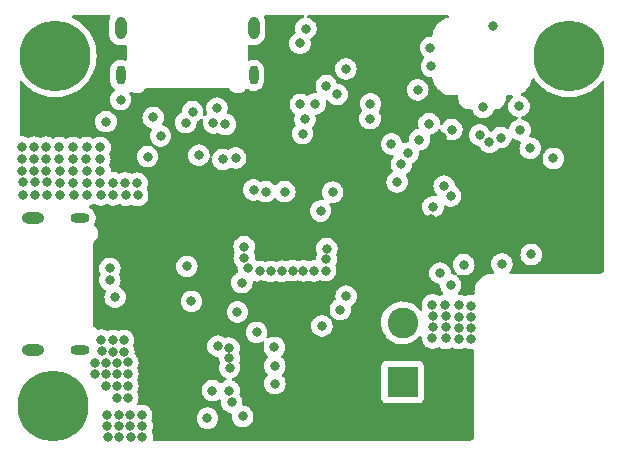
<source format=gbr>
%TF.GenerationSoftware,KiCad,Pcbnew,(6.0.2)*%
%TF.CreationDate,2022-07-06T09:12:25-05:00*%
%TF.ProjectId,pdsupply-PPS,70647375-7070-46c7-992d-5050532e6b69,rev?*%
%TF.SameCoordinates,Original*%
%TF.FileFunction,Copper,L3,Inr*%
%TF.FilePolarity,Positive*%
%FSLAX46Y46*%
G04 Gerber Fmt 4.6, Leading zero omitted, Abs format (unit mm)*
G04 Created by KiCad (PCBNEW (6.0.2)) date 2022-07-06 09:12:25*
%MOMM*%
%LPD*%
G01*
G04 APERTURE LIST*
%TA.AperFunction,ComponentPad*%
%ADD10O,1.900000X0.950000*%
%TD*%
%TA.AperFunction,ComponentPad*%
%ADD11O,1.600000X0.800000*%
%TD*%
%TA.AperFunction,ComponentPad*%
%ADD12R,2.600000X2.600000*%
%TD*%
%TA.AperFunction,ComponentPad*%
%ADD13C,2.600000*%
%TD*%
%TA.AperFunction,ComponentPad*%
%ADD14C,6.000000*%
%TD*%
%TA.AperFunction,ComponentPad*%
%ADD15O,0.950000X1.900000*%
%TD*%
%TA.AperFunction,ComponentPad*%
%ADD16O,0.800000X1.600000*%
%TD*%
%TA.AperFunction,ViaPad*%
%ADD17C,0.800000*%
%TD*%
G04 APERTURE END LIST*
D10*
%TO.N,GND*%
%TO.C,J1*%
X108396447Y-100571447D03*
D11*
X112396447Y-111811447D03*
X112396447Y-100571447D03*
D10*
X108396447Y-111811447D03*
%TD*%
D12*
%TO.N,/VBus_Out*%
%TO.C,J3*%
X139685000Y-114480000D03*
D13*
%TO.N,GND*%
X139685000Y-109480000D03*
%TD*%
D14*
%TO.N,GND*%
%TO.C,H2*%
X110270000Y-86860000D03*
%TD*%
%TO.N,GND*%
%TO.C,H1*%
X110070000Y-116540000D03*
%TD*%
D15*
%TO.N,GND1*%
%TO.C,J2*%
X127075000Y-84522500D03*
D16*
X115835000Y-88522500D03*
X127075000Y-88522500D03*
D15*
X115835000Y-84522500D03*
%TD*%
D14*
%TO.N,GND*%
%TO.C,H4*%
X153770000Y-86860000D03*
%TD*%
D17*
%TO.N,GND*%
X129710002Y-98369987D03*
%TO.N,+3V3*%
X143030000Y-93710000D03*
X151680000Y-102590000D03*
X141870000Y-84610000D03*
X120550000Y-118240000D03*
X126853288Y-112311434D03*
X140416652Y-87190791D03*
X142130000Y-100650000D03*
X152400000Y-98540000D03*
X142130000Y-101580000D03*
X127590000Y-117220000D03*
X130280000Y-106360000D03*
X127710000Y-106260000D03*
X152400000Y-97140000D03*
X132800000Y-108080000D03*
X131890000Y-97910000D03*
X140270000Y-100650000D03*
X141200000Y-100650000D03*
X141200000Y-101580000D03*
X141190000Y-102430000D03*
%TO.N,+5V*%
X123971697Y-91289377D03*
X131500000Y-84560000D03*
X114575830Y-92448838D03*
X118580000Y-92090000D03*
%TO.N,GND*%
X113000000Y-98640000D03*
X145480000Y-108020000D03*
X133270000Y-103190000D03*
X112910000Y-95640000D03*
X142050000Y-86180000D03*
X142210000Y-107950000D03*
X108500000Y-94610000D03*
X128830000Y-111560000D03*
X144460000Y-108943335D03*
X133240000Y-104100000D03*
X117260000Y-98690000D03*
X109546668Y-97580000D03*
X152450000Y-95550000D03*
X114106668Y-97600000D03*
X116420000Y-115800000D03*
X108566668Y-98620000D03*
X107500000Y-94610000D03*
X110706668Y-98640000D03*
X126080000Y-106080000D03*
X143350000Y-108923335D03*
X144440000Y-110810001D03*
X128110000Y-98370000D03*
X114553332Y-114820000D03*
X126280000Y-103950000D03*
X132750000Y-100010000D03*
X112960000Y-97600000D03*
X148100000Y-104480000D03*
X115486665Y-115830000D03*
X116240000Y-98660000D03*
X144430000Y-108010000D03*
X110640000Y-94630000D03*
X128880000Y-114630000D03*
X107526668Y-97580000D03*
X143851705Y-93120900D03*
X124467661Y-95630011D03*
X114900000Y-105860000D03*
X108526668Y-97580000D03*
X114196667Y-110950000D03*
X115130000Y-110960000D03*
X132190000Y-105080000D03*
X133180000Y-105050000D03*
X111853334Y-98640000D03*
X142240000Y-108883335D03*
X142230001Y-109816668D03*
X128870000Y-113100000D03*
X111786666Y-94630000D03*
X116083333Y-111920000D03*
X115140000Y-97600000D03*
X115486665Y-114830000D03*
X109586668Y-98620000D03*
X146500000Y-91240000D03*
X130370000Y-105060000D03*
X143340001Y-109856668D03*
X126270000Y-103020000D03*
X108476668Y-95620000D03*
X113619999Y-112840000D03*
X110666668Y-97600000D03*
X127580000Y-105110000D03*
X125700000Y-108560000D03*
X131300000Y-105070000D03*
X109520000Y-94610000D03*
X129460000Y-105100000D03*
X150580000Y-103690000D03*
X114216667Y-111900000D03*
X114080000Y-94630000D03*
X145500001Y-109886668D03*
X108506668Y-96610000D03*
X111763334Y-95640000D03*
X112933332Y-94630000D03*
X109496668Y-95620000D03*
X114056668Y-95640000D03*
X113619999Y-113810000D03*
X138740000Y-94330000D03*
X145490000Y-110820001D03*
X115486665Y-112860000D03*
X109526668Y-96610000D03*
X110646668Y-96630000D03*
X116200000Y-97620000D03*
X127072996Y-98229003D03*
X114146668Y-98640000D03*
X111813334Y-97600000D03*
X111793334Y-96630000D03*
X114086668Y-96630000D03*
X115486665Y-113830000D03*
X142220000Y-110750001D03*
X114553332Y-113820000D03*
X145510000Y-108953335D03*
X107476668Y-95620000D03*
X115150000Y-111910000D03*
X116063333Y-110970000D03*
X126150000Y-117400000D03*
X126620000Y-104820000D03*
X128530000Y-105110000D03*
X133770000Y-98420000D03*
X117220000Y-97650000D03*
X143320000Y-107990000D03*
X110616668Y-95640000D03*
X114553332Y-112850000D03*
X143330000Y-110790001D03*
X107566668Y-98620000D03*
X107506668Y-96610000D03*
X115180000Y-98640000D03*
X116420000Y-114800000D03*
X116420000Y-112830000D03*
X116420000Y-113800000D03*
X112940000Y-96630000D03*
X144450001Y-109876668D03*
X144870000Y-104550000D03*
%TO.N,/CC2*%
X115349500Y-107300000D03*
X121810023Y-107659977D03*
%TO.N,/CC1*%
X114900000Y-104860497D03*
X121424993Y-104693225D03*
%TO.N,GND1*%
X124690000Y-92680000D03*
X115815000Y-90585000D03*
X131000000Y-85800000D03*
X131220000Y-93460000D03*
%TO.N,/Vbus_pre*%
X114697142Y-118201428D03*
X117600000Y-117307142D03*
X124060000Y-111450000D03*
X114717142Y-119121428D03*
X125040000Y-113275000D03*
X116624284Y-117319999D03*
X116648570Y-118239999D03*
X114672856Y-117281428D03*
X125030000Y-112450000D03*
X115648570Y-117294285D03*
X117644286Y-119147142D03*
X116668570Y-119159999D03*
X115692856Y-119134285D03*
X117624286Y-118227142D03*
X115672856Y-118214285D03*
X125000000Y-111625000D03*
%TO.N,/DBG_N*%
X149630000Y-93150000D03*
X127330000Y-110280000D03*
X142860000Y-105270000D03*
X142262239Y-99659286D03*
%TO.N,/FLAGB*%
X132280000Y-90930000D03*
X146210000Y-93570000D03*
X123580000Y-115220000D03*
%TO.N,/VSINK_EN*%
X140970000Y-89750500D03*
X133230000Y-89400000D03*
X125009858Y-115212838D03*
X147038125Y-94187625D03*
%TO.N,/INT_N*%
X140170000Y-95110000D03*
X132860000Y-109730000D03*
%TO.N,/Isense*%
X150500564Y-94691488D03*
X123170000Y-117550000D03*
X134890000Y-87970000D03*
%TO.N,Net-(J2-PadA6)*%
X119200000Y-93650980D03*
X121904500Y-91597394D03*
%TO.N,Net-(J2-PadA7)*%
X121335500Y-92527353D03*
%TO.N,Net-(JP1-Pad1)*%
X131430000Y-92220000D03*
X122440000Y-95280000D03*
%TO.N,/USB_DP*%
X143760000Y-98730000D03*
X141110000Y-93970000D03*
X118092588Y-95398628D03*
X136930000Y-92190000D03*
%TO.N,Net-(JP2-Pad1)*%
X131030000Y-90990000D03*
X123669316Y-92550036D03*
%TO.N,/USB_DM*%
X141930000Y-92620000D03*
X136970000Y-90940000D03*
X143208539Y-97896396D03*
X125561098Y-95512541D03*
%TO.N,/SDA*%
X139225498Y-97550000D03*
X134910000Y-107220000D03*
%TO.N,/SCL*%
X134420000Y-108350000D03*
X139584622Y-96054622D03*
%TO.N,Net-(R17-Pad2)*%
X149541527Y-91139267D03*
X142130000Y-87770000D03*
%TO.N,/SenseFault*%
X148000378Y-93790378D03*
X134150000Y-90139500D03*
X125220000Y-116190000D03*
%TO.N,Net-(TC1-Pad2)*%
X143760000Y-106270000D03*
X147340000Y-84330000D03*
%TD*%
%TA.AperFunction,Conductor*%
%TO.N,+3V3*%
G36*
X143569836Y-83443615D02*
G01*
X143616353Y-83497250D01*
X143626487Y-83567520D01*
X143597023Y-83632113D01*
X143537314Y-83670523D01*
X143530221Y-83672387D01*
X143381349Y-83706894D01*
X143141689Y-83802508D01*
X142919250Y-83933274D01*
X142915539Y-83936295D01*
X142915535Y-83936298D01*
X142814998Y-84018148D01*
X142719149Y-84096181D01*
X142545993Y-84287481D01*
X142543352Y-84291479D01*
X142543351Y-84291480D01*
X142520414Y-84326200D01*
X142403765Y-84502772D01*
X142401764Y-84507112D01*
X142401762Y-84507116D01*
X142298531Y-84731044D01*
X142295739Y-84737100D01*
X142294415Y-84741701D01*
X142294415Y-84741702D01*
X142232938Y-84955395D01*
X142224400Y-84985071D01*
X142223789Y-84989806D01*
X142223788Y-84989812D01*
X142201627Y-85161619D01*
X142173074Y-85226621D01*
X142113912Y-85265868D01*
X142076662Y-85271500D01*
X141954513Y-85271500D01*
X141948061Y-85272872D01*
X141948056Y-85272872D01*
X141866716Y-85290162D01*
X141767712Y-85311206D01*
X141761682Y-85313891D01*
X141761681Y-85313891D01*
X141599278Y-85386197D01*
X141599276Y-85386198D01*
X141593248Y-85388882D01*
X141438747Y-85501134D01*
X141434326Y-85506044D01*
X141434325Y-85506045D01*
X141334750Y-85616635D01*
X141310960Y-85643056D01*
X141307659Y-85648774D01*
X141233328Y-85777519D01*
X141215473Y-85808444D01*
X141156458Y-85990072D01*
X141155768Y-85996633D01*
X141155768Y-85996635D01*
X141138470Y-86161221D01*
X141136496Y-86180000D01*
X141137186Y-86186565D01*
X141152652Y-86333712D01*
X141156458Y-86369928D01*
X141215473Y-86551556D01*
X141310960Y-86716944D01*
X141315378Y-86721851D01*
X141315379Y-86721852D01*
X141393489Y-86808602D01*
X141438747Y-86858866D01*
X141444089Y-86862747D01*
X141444091Y-86862749D01*
X141500475Y-86903714D01*
X141543829Y-86959936D01*
X141549904Y-87030672D01*
X141518242Y-87090679D01*
X141518747Y-87091134D01*
X141390960Y-87233056D01*
X141295473Y-87398444D01*
X141236458Y-87580072D01*
X141235768Y-87586633D01*
X141235768Y-87586635D01*
X141235031Y-87593648D01*
X141216496Y-87770000D01*
X141217186Y-87776565D01*
X141235285Y-87948764D01*
X141236458Y-87959928D01*
X141295473Y-88141556D01*
X141390960Y-88306944D01*
X141395378Y-88311851D01*
X141395379Y-88311852D01*
X141514325Y-88443955D01*
X141518747Y-88448866D01*
X141673248Y-88561118D01*
X141679276Y-88563802D01*
X141679278Y-88563803D01*
X141841681Y-88636109D01*
X141847712Y-88638794D01*
X141913365Y-88652749D01*
X142028056Y-88677128D01*
X142028061Y-88677128D01*
X142034513Y-88678500D01*
X142092645Y-88678500D01*
X142160766Y-88698502D01*
X142207259Y-88752158D01*
X142216712Y-88782513D01*
X142241486Y-88922300D01*
X142242497Y-88928007D01*
X142325438Y-89172342D01*
X142327642Y-89176584D01*
X142327642Y-89176585D01*
X142440287Y-89393435D01*
X142444383Y-89401321D01*
X142447209Y-89405189D01*
X142447210Y-89405191D01*
X142487714Y-89460634D01*
X142596594Y-89609673D01*
X142599965Y-89613062D01*
X142599967Y-89613064D01*
X142775194Y-89789211D01*
X142775199Y-89789215D01*
X142778570Y-89792604D01*
X142986122Y-89945904D01*
X142990352Y-89948130D01*
X142990356Y-89948132D01*
X143210238Y-90063817D01*
X143214475Y-90066046D01*
X143458373Y-90150265D01*
X143712203Y-90196623D01*
X143794767Y-90200950D01*
X143955613Y-90200950D01*
X143957992Y-90200769D01*
X143957993Y-90200769D01*
X144142519Y-90186733D01*
X144142524Y-90186732D01*
X144147286Y-90186370D01*
X144151939Y-90185291D01*
X144151942Y-90185291D01*
X144260854Y-90160046D01*
X144331732Y-90164150D01*
X144389139Y-90205921D01*
X144414850Y-90272099D01*
X144415132Y-90289380D01*
X144412193Y-90345464D01*
X144406812Y-90448148D01*
X144406228Y-90459288D01*
X144436722Y-90660922D01*
X144438928Y-90666917D01*
X144438928Y-90666918D01*
X144494650Y-90818366D01*
X144507137Y-90852306D01*
X144614598Y-91025622D01*
X144754714Y-91173791D01*
X144759944Y-91177453D01*
X144759945Y-91177454D01*
X144910413Y-91282812D01*
X144921761Y-91290758D01*
X145108916Y-91371747D01*
X145159373Y-91382288D01*
X145303788Y-91412459D01*
X145303792Y-91412459D01*
X145308533Y-91413450D01*
X145313370Y-91413703D01*
X145313374Y-91413704D01*
X145313440Y-91413707D01*
X145315212Y-91413800D01*
X145464967Y-91413800D01*
X145468145Y-91413477D01*
X145468149Y-91413477D01*
X145495717Y-91410677D01*
X145565511Y-91423693D01*
X145617187Y-91472377D01*
X145628282Y-91497095D01*
X145665473Y-91611556D01*
X145668776Y-91617278D01*
X145668777Y-91617279D01*
X145679235Y-91635392D01*
X145760960Y-91776944D01*
X145765378Y-91781851D01*
X145765379Y-91781852D01*
X145845801Y-91871170D01*
X145888747Y-91918866D01*
X146043248Y-92031118D01*
X146049276Y-92033802D01*
X146049278Y-92033803D01*
X146179455Y-92091761D01*
X146217712Y-92108794D01*
X146311113Y-92128647D01*
X146398056Y-92147128D01*
X146398061Y-92147128D01*
X146404513Y-92148500D01*
X146595487Y-92148500D01*
X146601939Y-92147128D01*
X146601944Y-92147128D01*
X146688887Y-92128647D01*
X146782288Y-92108794D01*
X146820545Y-92091761D01*
X146950722Y-92033803D01*
X146950724Y-92033802D01*
X146956752Y-92031118D01*
X147111253Y-91918866D01*
X147154199Y-91871170D01*
X147234621Y-91781852D01*
X147234622Y-91781851D01*
X147239040Y-91776944D01*
X147320765Y-91635392D01*
X147331223Y-91617279D01*
X147331224Y-91617278D01*
X147334527Y-91611556D01*
X147370494Y-91500863D01*
X147410566Y-91442258D01*
X147475963Y-91414621D01*
X147490326Y-91413800D01*
X147496967Y-91413800D01*
X147569613Y-91406421D01*
X147642534Y-91399014D01*
X147642535Y-91399014D01*
X147648883Y-91398369D01*
X147843478Y-91337386D01*
X148021837Y-91238521D01*
X148176673Y-91105810D01*
X148301661Y-90944676D01*
X148382098Y-90781206D01*
X148388878Y-90767428D01*
X148391696Y-90761701D01*
X148394725Y-90750072D01*
X148441490Y-90570541D01*
X148441490Y-90570538D01*
X148443100Y-90564359D01*
X148448275Y-90465606D01*
X148453438Y-90367094D01*
X148453438Y-90367090D01*
X148453772Y-90360712D01*
X148445028Y-90302895D01*
X148454618Y-90232550D01*
X148500718Y-90178556D01*
X148568691Y-90158057D01*
X148592243Y-90160103D01*
X148792203Y-90196623D01*
X148874767Y-90200950D01*
X148899590Y-90200950D01*
X148967711Y-90220952D01*
X149014204Y-90274608D01*
X149024308Y-90344882D01*
X148994814Y-90409462D01*
X148973653Y-90428884D01*
X148954058Y-90443121D01*
X148940589Y-90452907D01*
X148930274Y-90460401D01*
X148925853Y-90465311D01*
X148925852Y-90465312D01*
X148812174Y-90591565D01*
X148802487Y-90602323D01*
X148752505Y-90688894D01*
X148720809Y-90743794D01*
X148707000Y-90767711D01*
X148647985Y-90949339D01*
X148628023Y-91139267D01*
X148628713Y-91145832D01*
X148646733Y-91317279D01*
X148647985Y-91329195D01*
X148707000Y-91510823D01*
X148710303Y-91516545D01*
X148710304Y-91516546D01*
X148724833Y-91541710D01*
X148802487Y-91676211D01*
X148806905Y-91681118D01*
X148806906Y-91681119D01*
X148924037Y-91811206D01*
X148930274Y-91818133D01*
X148991377Y-91862527D01*
X149068921Y-91918866D01*
X149084775Y-91930385D01*
X149090803Y-91933069D01*
X149090805Y-91933070D01*
X149253208Y-92005376D01*
X149259239Y-92008061D01*
X149366168Y-92030790D01*
X149428640Y-92064517D01*
X149462962Y-92126667D01*
X149458234Y-92197506D01*
X149415958Y-92254543D01*
X149366169Y-92277282D01*
X149354175Y-92279832D01*
X149354173Y-92279833D01*
X149347712Y-92281206D01*
X149341682Y-92283891D01*
X149341681Y-92283891D01*
X149179278Y-92356197D01*
X149179276Y-92356198D01*
X149173248Y-92358882D01*
X149018747Y-92471134D01*
X149014326Y-92476044D01*
X149014325Y-92476045D01*
X148905166Y-92597279D01*
X148890960Y-92613056D01*
X148795473Y-92778444D01*
X148736458Y-92960072D01*
X148735768Y-92966635D01*
X148735768Y-92966637D01*
X148735627Y-92967977D01*
X148735329Y-92968701D01*
X148734394Y-92973100D01*
X148733590Y-92972929D01*
X148708617Y-93033635D01*
X148650398Y-93074267D01*
X148579453Y-93076973D01*
X148536256Y-93056748D01*
X148462472Y-93003141D01*
X148462471Y-93003140D01*
X148457130Y-92999260D01*
X148451102Y-92996576D01*
X148451100Y-92996575D01*
X148288697Y-92924269D01*
X148288696Y-92924269D01*
X148282666Y-92921584D01*
X148175787Y-92898866D01*
X148102322Y-92883250D01*
X148102317Y-92883250D01*
X148095865Y-92881878D01*
X147904891Y-92881878D01*
X147898439Y-92883250D01*
X147898434Y-92883250D01*
X147824969Y-92898866D01*
X147718090Y-92921584D01*
X147712060Y-92924269D01*
X147712059Y-92924269D01*
X147549656Y-92996575D01*
X147549654Y-92996576D01*
X147543626Y-92999260D01*
X147389125Y-93111512D01*
X147384704Y-93116422D01*
X147384703Y-93116423D01*
X147270081Y-93243724D01*
X147209635Y-93280964D01*
X147150248Y-93282661D01*
X147136854Y-93279814D01*
X147074381Y-93246085D01*
X147047945Y-93207818D01*
X147046568Y-93204725D01*
X147044527Y-93198444D01*
X146949040Y-93033056D01*
X146922105Y-93003141D01*
X146825675Y-92896045D01*
X146825674Y-92896044D01*
X146821253Y-92891134D01*
X146674800Y-92784729D01*
X146672094Y-92782763D01*
X146672093Y-92782762D01*
X146666752Y-92778882D01*
X146660724Y-92776198D01*
X146660722Y-92776197D01*
X146498319Y-92703891D01*
X146498318Y-92703891D01*
X146492288Y-92701206D01*
X146392522Y-92680000D01*
X146311944Y-92662872D01*
X146311939Y-92662872D01*
X146305487Y-92661500D01*
X146114513Y-92661500D01*
X146108061Y-92662872D01*
X146108056Y-92662872D01*
X146027478Y-92680000D01*
X145927712Y-92701206D01*
X145921682Y-92703891D01*
X145921681Y-92703891D01*
X145759278Y-92776197D01*
X145759276Y-92776198D01*
X145753248Y-92778882D01*
X145747907Y-92782762D01*
X145747906Y-92782763D01*
X145745200Y-92784729D01*
X145598747Y-92891134D01*
X145594326Y-92896044D01*
X145594325Y-92896045D01*
X145497896Y-93003141D01*
X145470960Y-93033056D01*
X145423871Y-93114616D01*
X145407233Y-93143435D01*
X145375473Y-93198444D01*
X145316458Y-93380072D01*
X145315768Y-93386633D01*
X145315768Y-93386635D01*
X145305313Y-93486109D01*
X145296496Y-93570000D01*
X145297186Y-93576565D01*
X145306245Y-93662752D01*
X145316458Y-93759928D01*
X145375473Y-93941556D01*
X145378776Y-93947278D01*
X145378777Y-93947279D01*
X145404058Y-93991066D01*
X145470960Y-94106944D01*
X145475378Y-94111851D01*
X145475379Y-94111852D01*
X145591850Y-94241206D01*
X145598747Y-94248866D01*
X145753248Y-94361118D01*
X145759276Y-94363802D01*
X145759278Y-94363803D01*
X145921681Y-94436109D01*
X145927712Y-94438794D01*
X146047863Y-94464333D01*
X146111271Y-94477811D01*
X146173745Y-94511540D01*
X146200180Y-94549807D01*
X146201557Y-94552900D01*
X146203598Y-94559181D01*
X146299085Y-94724569D01*
X146303503Y-94729476D01*
X146303504Y-94729477D01*
X146422131Y-94861226D01*
X146426872Y-94866491D01*
X146467467Y-94895985D01*
X146570288Y-94970689D01*
X146581373Y-94978743D01*
X146587401Y-94981427D01*
X146587403Y-94981428D01*
X146749806Y-95053734D01*
X146755837Y-95056419D01*
X146843451Y-95075042D01*
X146936181Y-95094753D01*
X146936186Y-95094753D01*
X146942638Y-95096125D01*
X147133612Y-95096125D01*
X147140064Y-95094753D01*
X147140069Y-95094753D01*
X147232799Y-95075042D01*
X147320413Y-95056419D01*
X147326444Y-95053734D01*
X147488847Y-94981428D01*
X147488849Y-94981427D01*
X147494877Y-94978743D01*
X147505963Y-94970689D01*
X147608783Y-94895985D01*
X147649378Y-94866491D01*
X147658126Y-94856776D01*
X147768422Y-94734279D01*
X147828868Y-94697039D01*
X147888254Y-94695342D01*
X147895489Y-94696880D01*
X147904891Y-94698878D01*
X148095865Y-94698878D01*
X148102317Y-94697506D01*
X148102322Y-94697506D01*
X148196416Y-94677505D01*
X148282666Y-94659172D01*
X148288697Y-94656487D01*
X148451100Y-94584181D01*
X148451102Y-94584180D01*
X148457130Y-94581496D01*
X148611631Y-94469244D01*
X148703577Y-94367128D01*
X148734999Y-94332230D01*
X148735000Y-94332229D01*
X148739418Y-94327322D01*
X148812460Y-94200810D01*
X148831601Y-94167657D01*
X148831602Y-94167656D01*
X148834905Y-94161934D01*
X148893920Y-93980306D01*
X148894751Y-93972401D01*
X148895049Y-93971677D01*
X148895984Y-93967278D01*
X148896788Y-93967449D01*
X148921761Y-93906743D01*
X148979980Y-93866111D01*
X149050925Y-93863405D01*
X149094122Y-93883630D01*
X149165200Y-93935271D01*
X149173248Y-93941118D01*
X149179276Y-93943802D01*
X149179278Y-93943803D01*
X149309659Y-94001852D01*
X149347712Y-94018794D01*
X149441112Y-94038647D01*
X149528056Y-94057128D01*
X149528061Y-94057128D01*
X149534513Y-94058500D01*
X149598737Y-94058500D01*
X149666858Y-94078502D01*
X149713351Y-94132158D01*
X149723455Y-94202432D01*
X149707856Y-94247499D01*
X149666037Y-94319932D01*
X149607022Y-94501560D01*
X149606332Y-94508121D01*
X149606332Y-94508123D01*
X149590312Y-94660544D01*
X149587060Y-94691488D01*
X149587750Y-94698053D01*
X149602961Y-94842774D01*
X149607022Y-94881416D01*
X149666037Y-95063044D01*
X149761524Y-95228432D01*
X149889311Y-95370354D01*
X150043812Y-95482606D01*
X150049840Y-95485290D01*
X150049842Y-95485291D01*
X150195182Y-95550000D01*
X150218276Y-95560282D01*
X150311677Y-95580135D01*
X150398620Y-95598616D01*
X150398625Y-95598616D01*
X150405077Y-95599988D01*
X150596051Y-95599988D01*
X150602503Y-95598616D01*
X150602508Y-95598616D01*
X150689451Y-95580135D01*
X150782852Y-95560282D01*
X150805946Y-95550000D01*
X151536496Y-95550000D01*
X151537186Y-95556565D01*
X151550482Y-95683066D01*
X151556458Y-95739928D01*
X151615473Y-95921556D01*
X151710960Y-96086944D01*
X151715378Y-96091851D01*
X151715379Y-96091852D01*
X151783002Y-96166955D01*
X151838747Y-96228866D01*
X151993248Y-96341118D01*
X151999276Y-96343802D01*
X151999278Y-96343803D01*
X152161681Y-96416109D01*
X152167712Y-96418794D01*
X152261112Y-96438647D01*
X152348056Y-96457128D01*
X152348061Y-96457128D01*
X152354513Y-96458500D01*
X152545487Y-96458500D01*
X152551939Y-96457128D01*
X152551944Y-96457128D01*
X152638888Y-96438647D01*
X152732288Y-96418794D01*
X152738319Y-96416109D01*
X152900722Y-96343803D01*
X152900724Y-96343802D01*
X152906752Y-96341118D01*
X153061253Y-96228866D01*
X153116998Y-96166955D01*
X153184621Y-96091852D01*
X153184622Y-96091851D01*
X153189040Y-96086944D01*
X153284527Y-95921556D01*
X153343542Y-95739928D01*
X153349519Y-95683066D01*
X153362814Y-95556565D01*
X153363504Y-95550000D01*
X153352719Y-95447383D01*
X153344232Y-95366635D01*
X153344232Y-95366633D01*
X153343542Y-95360072D01*
X153284527Y-95178444D01*
X153189040Y-95013056D01*
X153183839Y-95007279D01*
X153065675Y-94876045D01*
X153065674Y-94876044D01*
X153061253Y-94871134D01*
X152962157Y-94799136D01*
X152912094Y-94762763D01*
X152912093Y-94762762D01*
X152906752Y-94758882D01*
X152900724Y-94756198D01*
X152900722Y-94756197D01*
X152738319Y-94683891D01*
X152738318Y-94683891D01*
X152732288Y-94681206D01*
X152638888Y-94661353D01*
X152551944Y-94642872D01*
X152551939Y-94642872D01*
X152545487Y-94641500D01*
X152354513Y-94641500D01*
X152348061Y-94642872D01*
X152348056Y-94642872D01*
X152261112Y-94661353D01*
X152167712Y-94681206D01*
X152161682Y-94683891D01*
X152161681Y-94683891D01*
X151999278Y-94756197D01*
X151999276Y-94756198D01*
X151993248Y-94758882D01*
X151987907Y-94762762D01*
X151987906Y-94762763D01*
X151937843Y-94799136D01*
X151838747Y-94871134D01*
X151834326Y-94876044D01*
X151834325Y-94876045D01*
X151716162Y-95007279D01*
X151710960Y-95013056D01*
X151615473Y-95178444D01*
X151556458Y-95360072D01*
X151555768Y-95366633D01*
X151555768Y-95366635D01*
X151547281Y-95447383D01*
X151536496Y-95550000D01*
X150805946Y-95550000D01*
X150951286Y-95485291D01*
X150951288Y-95485290D01*
X150957316Y-95482606D01*
X151111817Y-95370354D01*
X151239604Y-95228432D01*
X151335091Y-95063044D01*
X151394106Y-94881416D01*
X151398168Y-94842774D01*
X151413378Y-94698053D01*
X151414068Y-94691488D01*
X151410816Y-94660544D01*
X151394796Y-94508123D01*
X151394796Y-94508121D01*
X151394106Y-94501560D01*
X151335091Y-94319932D01*
X151239604Y-94154544D01*
X151226574Y-94140072D01*
X151116239Y-94017533D01*
X151116238Y-94017532D01*
X151111817Y-94012622D01*
X150973348Y-93912018D01*
X150962658Y-93904251D01*
X150962657Y-93904250D01*
X150957316Y-93900370D01*
X150951288Y-93897686D01*
X150951286Y-93897685D01*
X150788883Y-93825379D01*
X150788882Y-93825379D01*
X150782852Y-93822694D01*
X150670318Y-93798774D01*
X150602508Y-93784360D01*
X150602503Y-93784360D01*
X150596051Y-93782988D01*
X150531827Y-93782988D01*
X150463706Y-93762986D01*
X150417213Y-93709330D01*
X150407109Y-93639056D01*
X150422708Y-93593988D01*
X150461223Y-93527279D01*
X150461224Y-93527278D01*
X150464527Y-93521556D01*
X150523542Y-93339928D01*
X150525886Y-93317632D01*
X150542814Y-93156565D01*
X150543504Y-93150000D01*
X150536433Y-93082721D01*
X150524232Y-92966635D01*
X150524232Y-92966633D01*
X150523542Y-92960072D01*
X150464527Y-92778444D01*
X150369040Y-92613056D01*
X150354835Y-92597279D01*
X150245675Y-92476045D01*
X150245674Y-92476044D01*
X150241253Y-92471134D01*
X150086752Y-92358882D01*
X150080724Y-92356198D01*
X150080722Y-92356197D01*
X149918319Y-92283891D01*
X149918318Y-92283891D01*
X149912288Y-92281206D01*
X149805359Y-92258477D01*
X149742887Y-92224750D01*
X149708565Y-92162600D01*
X149713293Y-92091761D01*
X149755569Y-92034724D01*
X149805358Y-92011985D01*
X149817352Y-92009435D01*
X149817354Y-92009434D01*
X149823815Y-92008061D01*
X149829846Y-92005376D01*
X149992249Y-91933070D01*
X149992251Y-91933069D01*
X149998279Y-91930385D01*
X150014134Y-91918866D01*
X150091677Y-91862527D01*
X150152780Y-91818133D01*
X150159017Y-91811206D01*
X150276148Y-91681119D01*
X150276149Y-91681118D01*
X150280567Y-91676211D01*
X150358221Y-91541710D01*
X150372750Y-91516546D01*
X150372751Y-91516545D01*
X150376054Y-91510823D01*
X150435069Y-91329195D01*
X150436322Y-91317279D01*
X150454341Y-91145832D01*
X150455031Y-91139267D01*
X150435069Y-90949339D01*
X150376054Y-90767711D01*
X150362246Y-90743794D01*
X150330549Y-90688894D01*
X150280567Y-90602323D01*
X150270881Y-90591565D01*
X150157202Y-90465312D01*
X150157201Y-90465311D01*
X150152780Y-90460401D01*
X150032679Y-90373142D01*
X150003621Y-90352030D01*
X150003620Y-90352029D01*
X149998279Y-90348149D01*
X149992251Y-90345465D01*
X149992249Y-90345464D01*
X149829846Y-90273158D01*
X149829845Y-90273158D01*
X149823815Y-90270473D01*
X149817354Y-90269100D01*
X149817349Y-90269098D01*
X149766349Y-90258257D01*
X149703875Y-90224529D01*
X149669554Y-90162380D01*
X149674282Y-90091541D01*
X149716558Y-90034503D01*
X149728691Y-90026390D01*
X149783328Y-89994270D01*
X149940750Y-89901726D01*
X149944461Y-89898705D01*
X149944465Y-89898702D01*
X150137139Y-89741841D01*
X150140851Y-89738819D01*
X150314007Y-89547519D01*
X150456235Y-89332228D01*
X150473833Y-89294056D01*
X150562255Y-89102252D01*
X150562256Y-89102249D01*
X150564261Y-89097900D01*
X150571818Y-89071634D01*
X150601025Y-88970110D01*
X150633931Y-88855730D01*
X150671988Y-88795795D01*
X150736406Y-88765949D01*
X150806734Y-88775668D01*
X150860693Y-88821942D01*
X150927668Y-88925075D01*
X151159098Y-89210867D01*
X151419133Y-89470902D01*
X151704925Y-89702332D01*
X151755642Y-89735268D01*
X152007309Y-89898702D01*
X152013342Y-89902620D01*
X152016276Y-89904115D01*
X152016283Y-89904119D01*
X152321892Y-90059834D01*
X152341006Y-90069573D01*
X152492638Y-90127779D01*
X152672533Y-90196834D01*
X152684326Y-90201361D01*
X153039541Y-90296541D01*
X153232558Y-90327112D01*
X153399511Y-90353555D01*
X153399519Y-90353556D01*
X153402759Y-90354069D01*
X153770000Y-90373315D01*
X154137241Y-90354069D01*
X154140481Y-90353556D01*
X154140489Y-90353555D01*
X154307442Y-90327112D01*
X154500459Y-90296541D01*
X154855674Y-90201361D01*
X154867468Y-90196834D01*
X155047362Y-90127779D01*
X155198994Y-90069573D01*
X155218108Y-90059834D01*
X155523717Y-89904119D01*
X155523724Y-89904115D01*
X155526658Y-89902620D01*
X155532692Y-89898702D01*
X155784358Y-89735268D01*
X155835075Y-89702332D01*
X156120867Y-89470902D01*
X156380902Y-89210867D01*
X156545609Y-89007471D01*
X156604023Y-88967119D01*
X156674980Y-88964753D01*
X156735952Y-89001126D01*
X156767580Y-89064689D01*
X156769529Y-89086825D01*
X156767868Y-92567279D01*
X156762055Y-104746206D01*
X156762024Y-104810580D01*
X156760524Y-104829899D01*
X156756814Y-104853731D01*
X156757978Y-104862633D01*
X156757978Y-104862637D01*
X156757991Y-104862733D01*
X156758262Y-104893170D01*
X156751254Y-104955375D01*
X156744976Y-104982882D01*
X156718517Y-105058496D01*
X156717966Y-105060071D01*
X156705724Y-105085491D01*
X156662213Y-105154738D01*
X156644621Y-105176797D01*
X156586797Y-105234621D01*
X156564738Y-105252213D01*
X156495491Y-105295724D01*
X156470070Y-105307966D01*
X156392883Y-105334975D01*
X156365376Y-105341254D01*
X156342754Y-105343803D01*
X156309744Y-105347522D01*
X156294103Y-105348305D01*
X156285146Y-105348196D01*
X156276271Y-105346814D01*
X156265025Y-105348285D01*
X156246267Y-105350737D01*
X156229329Y-105351800D01*
X148851650Y-105316572D01*
X148783626Y-105296244D01*
X148737390Y-105242367D01*
X148727622Y-105172046D01*
X148758614Y-105106266D01*
X148839040Y-105016944D01*
X148897741Y-104915271D01*
X148931223Y-104857279D01*
X148931224Y-104857278D01*
X148934527Y-104851556D01*
X148993542Y-104669928D01*
X149001194Y-104597128D01*
X149012814Y-104486565D01*
X149013504Y-104480000D01*
X149002232Y-104372749D01*
X148994232Y-104296635D01*
X148994232Y-104296633D01*
X148993542Y-104290072D01*
X148934527Y-104108444D01*
X148914214Y-104073260D01*
X148876621Y-104008148D01*
X148839040Y-103943056D01*
X148815251Y-103916635D01*
X148715675Y-103806045D01*
X148715674Y-103806044D01*
X148711253Y-103801134D01*
X148558291Y-103690000D01*
X149666496Y-103690000D01*
X149667186Y-103696565D01*
X149685126Y-103867251D01*
X149686458Y-103879928D01*
X149745473Y-104061556D01*
X149748776Y-104067278D01*
X149748777Y-104067279D01*
X149781714Y-104124327D01*
X149840960Y-104226944D01*
X149845378Y-104231851D01*
X149845379Y-104231852D01*
X149935679Y-104332140D01*
X149968747Y-104368866D01*
X150011371Y-104399834D01*
X150101437Y-104465271D01*
X150123248Y-104481118D01*
X150129276Y-104483802D01*
X150129278Y-104483803D01*
X150263215Y-104543435D01*
X150297712Y-104558794D01*
X150391113Y-104578647D01*
X150478056Y-104597128D01*
X150478061Y-104597128D01*
X150484513Y-104598500D01*
X150675487Y-104598500D01*
X150681939Y-104597128D01*
X150681944Y-104597128D01*
X150768887Y-104578647D01*
X150862288Y-104558794D01*
X150896785Y-104543435D01*
X151030722Y-104483803D01*
X151030724Y-104483802D01*
X151036752Y-104481118D01*
X151058564Y-104465271D01*
X151148629Y-104399834D01*
X151191253Y-104368866D01*
X151224321Y-104332140D01*
X151314621Y-104231852D01*
X151314622Y-104231851D01*
X151319040Y-104226944D01*
X151378286Y-104124327D01*
X151411223Y-104067279D01*
X151411224Y-104067278D01*
X151414527Y-104061556D01*
X151473542Y-103879928D01*
X151474875Y-103867251D01*
X151492814Y-103696565D01*
X151493504Y-103690000D01*
X151481779Y-103578444D01*
X151474232Y-103506635D01*
X151474232Y-103506633D01*
X151473542Y-103500072D01*
X151414527Y-103318444D01*
X151319040Y-103153056D01*
X151191253Y-103011134D01*
X151036752Y-102898882D01*
X151030724Y-102896198D01*
X151030722Y-102896197D01*
X150868319Y-102823891D01*
X150868318Y-102823891D01*
X150862288Y-102821206D01*
X150768887Y-102801353D01*
X150681944Y-102782872D01*
X150681939Y-102782872D01*
X150675487Y-102781500D01*
X150484513Y-102781500D01*
X150478061Y-102782872D01*
X150478056Y-102782872D01*
X150391113Y-102801353D01*
X150297712Y-102821206D01*
X150291682Y-102823891D01*
X150291681Y-102823891D01*
X150129278Y-102896197D01*
X150129276Y-102896198D01*
X150123248Y-102898882D01*
X149968747Y-103011134D01*
X149840960Y-103153056D01*
X149745473Y-103318444D01*
X149686458Y-103500072D01*
X149685768Y-103506633D01*
X149685768Y-103506635D01*
X149678221Y-103578444D01*
X149666496Y-103690000D01*
X148558291Y-103690000D01*
X148556752Y-103688882D01*
X148550724Y-103686198D01*
X148550722Y-103686197D01*
X148388319Y-103613891D01*
X148388318Y-103613891D01*
X148382288Y-103611206D01*
X148288887Y-103591353D01*
X148201944Y-103572872D01*
X148201939Y-103572872D01*
X148195487Y-103571500D01*
X148004513Y-103571500D01*
X147998061Y-103572872D01*
X147998056Y-103572872D01*
X147911113Y-103591353D01*
X147817712Y-103611206D01*
X147811682Y-103613891D01*
X147811681Y-103613891D01*
X147649278Y-103686197D01*
X147649276Y-103686198D01*
X147643248Y-103688882D01*
X147488747Y-103801134D01*
X147484326Y-103806044D01*
X147484325Y-103806045D01*
X147384750Y-103916635D01*
X147360960Y-103943056D01*
X147323379Y-104008148D01*
X147285787Y-104073260D01*
X147265473Y-104108444D01*
X147206458Y-104290072D01*
X147205768Y-104296633D01*
X147205768Y-104296635D01*
X147197768Y-104372749D01*
X147186496Y-104480000D01*
X147187186Y-104486565D01*
X147198807Y-104597128D01*
X147206458Y-104669928D01*
X147265473Y-104851556D01*
X147268776Y-104857278D01*
X147268777Y-104857279D01*
X147302259Y-104915271D01*
X147360960Y-105016944D01*
X147434788Y-105098938D01*
X147465505Y-105162946D01*
X147456740Y-105233399D01*
X147411277Y-105287930D01*
X147343549Y-105309225D01*
X147320252Y-105307503D01*
X147299647Y-105304036D01*
X147293289Y-105303958D01*
X147291966Y-105303942D01*
X147291962Y-105303942D01*
X147287108Y-105303883D01*
X147272374Y-105305993D01*
X147263527Y-105306942D01*
X147115331Y-105317540D01*
X147076435Y-105320322D01*
X147076434Y-105320322D01*
X147071948Y-105320643D01*
X146939694Y-105349413D01*
X146865558Y-105365540D01*
X146865555Y-105365541D01*
X146861169Y-105366495D01*
X146856967Y-105368062D01*
X146856961Y-105368064D01*
X146713546Y-105421556D01*
X146659061Y-105441878D01*
X146655116Y-105444032D01*
X146655114Y-105444033D01*
X146562271Y-105494729D01*
X146469738Y-105545256D01*
X146297054Y-105674525D01*
X146144525Y-105827054D01*
X146015256Y-105999738D01*
X146013097Y-106003692D01*
X145919447Y-106175200D01*
X145911878Y-106189061D01*
X145910307Y-106193273D01*
X145838064Y-106386961D01*
X145838062Y-106386967D01*
X145836495Y-106391169D01*
X145835541Y-106395555D01*
X145835540Y-106395558D01*
X145824726Y-106445271D01*
X145790643Y-106601948D01*
X145790322Y-106606436D01*
X145778144Y-106776704D01*
X145776720Y-106788613D01*
X145774036Y-106804569D01*
X145773883Y-106817108D01*
X145774573Y-106821925D01*
X145777770Y-106844250D01*
X145779043Y-106862290D01*
X145779027Y-106873803D01*
X145778870Y-106986022D01*
X145778851Y-106999306D01*
X145758753Y-107067398D01*
X145705033Y-107113816D01*
X145634745Y-107123821D01*
X145626654Y-107122376D01*
X145581944Y-107112872D01*
X145581939Y-107112872D01*
X145575487Y-107111500D01*
X145384513Y-107111500D01*
X145378061Y-107112872D01*
X145378056Y-107112872D01*
X145303354Y-107128751D01*
X145197712Y-107151206D01*
X145191682Y-107153891D01*
X145191681Y-107153891D01*
X145029278Y-107226197D01*
X145029276Y-107226198D01*
X145023248Y-107228882D01*
X145023153Y-107228668D01*
X144957342Y-107244635D01*
X144898940Y-107224108D01*
X144897811Y-107226064D01*
X144892093Y-107222763D01*
X144886752Y-107218882D01*
X144880724Y-107216198D01*
X144880722Y-107216197D01*
X144718319Y-107143891D01*
X144718318Y-107143891D01*
X144712288Y-107141206D01*
X144603701Y-107118125D01*
X144531944Y-107102872D01*
X144531939Y-107102872D01*
X144525487Y-107101500D01*
X144516821Y-107101500D01*
X144515671Y-107101162D01*
X144512318Y-107100810D01*
X144512382Y-107100197D01*
X144448700Y-107081498D01*
X144402207Y-107027842D01*
X144392103Y-106957568D01*
X144423185Y-106891190D01*
X144494621Y-106811852D01*
X144494625Y-106811847D01*
X144499040Y-106806944D01*
X144573401Y-106678148D01*
X144591223Y-106647279D01*
X144591224Y-106647278D01*
X144594527Y-106641556D01*
X144653542Y-106459928D01*
X144655083Y-106445271D01*
X144672814Y-106276565D01*
X144673504Y-106270000D01*
X144653542Y-106080072D01*
X144594527Y-105898444D01*
X144590298Y-105891118D01*
X144502341Y-105738774D01*
X144499040Y-105733056D01*
X144494621Y-105728148D01*
X144375672Y-105596041D01*
X144375668Y-105596038D01*
X144371253Y-105591134D01*
X144369253Y-105589681D01*
X144332817Y-105530540D01*
X144334169Y-105459557D01*
X144373682Y-105400572D01*
X144438813Y-105372314D01*
X144505615Y-105382243D01*
X144581677Y-105416108D01*
X144581685Y-105416111D01*
X144587712Y-105418794D01*
X144681113Y-105438647D01*
X144768056Y-105457128D01*
X144768061Y-105457128D01*
X144774513Y-105458500D01*
X144965487Y-105458500D01*
X144971939Y-105457128D01*
X144971944Y-105457128D01*
X145058887Y-105438647D01*
X145152288Y-105418794D01*
X145185759Y-105403892D01*
X145320722Y-105343803D01*
X145320724Y-105343802D01*
X145326752Y-105341118D01*
X145353618Y-105321599D01*
X145387132Y-105297249D01*
X145481253Y-105228866D01*
X145609040Y-105086944D01*
X145704527Y-104921556D01*
X145763542Y-104739928D01*
X145770240Y-104676206D01*
X145782814Y-104556565D01*
X145783504Y-104550000D01*
X145777747Y-104495226D01*
X145764232Y-104366635D01*
X145764232Y-104366633D01*
X145763542Y-104360072D01*
X145704527Y-104178444D01*
X145695537Y-104162872D01*
X145640008Y-104066694D01*
X145609040Y-104013056D01*
X145588579Y-103990331D01*
X145485675Y-103876045D01*
X145485674Y-103876044D01*
X145481253Y-103871134D01*
X145326752Y-103758882D01*
X145320724Y-103756198D01*
X145320722Y-103756197D01*
X145158319Y-103683891D01*
X145158318Y-103683891D01*
X145152288Y-103681206D01*
X145058888Y-103661353D01*
X144971944Y-103642872D01*
X144971939Y-103642872D01*
X144965487Y-103641500D01*
X144774513Y-103641500D01*
X144768061Y-103642872D01*
X144768056Y-103642872D01*
X144681112Y-103661353D01*
X144587712Y-103681206D01*
X144581682Y-103683891D01*
X144581681Y-103683891D01*
X144419278Y-103756197D01*
X144419276Y-103756198D01*
X144413248Y-103758882D01*
X144258747Y-103871134D01*
X144254326Y-103876044D01*
X144254325Y-103876045D01*
X144151422Y-103990331D01*
X144130960Y-104013056D01*
X144099992Y-104066694D01*
X144044464Y-104162872D01*
X144035473Y-104178444D01*
X143976458Y-104360072D01*
X143975768Y-104366633D01*
X143975768Y-104366635D01*
X143962253Y-104495226D01*
X143956496Y-104550000D01*
X143957186Y-104556565D01*
X143969761Y-104676206D01*
X143976458Y-104739928D01*
X144035473Y-104921556D01*
X144130960Y-105086944D01*
X144135378Y-105091851D01*
X144135379Y-105091852D01*
X144254328Y-105223959D01*
X144254332Y-105223962D01*
X144258747Y-105228866D01*
X144260747Y-105230319D01*
X144297183Y-105289460D01*
X144295831Y-105360443D01*
X144256318Y-105419428D01*
X144191187Y-105447686D01*
X144124385Y-105437757D01*
X144048323Y-105403892D01*
X144048315Y-105403889D01*
X144042288Y-105401206D01*
X143871010Y-105364800D01*
X143808538Y-105331072D01*
X143774216Y-105268922D01*
X143771898Y-105254723D01*
X143771635Y-105252213D01*
X143756295Y-105106262D01*
X143754232Y-105086635D01*
X143754232Y-105086633D01*
X143753542Y-105080072D01*
X143694527Y-104898444D01*
X143689324Y-104889431D01*
X143606632Y-104746206D01*
X143599040Y-104733056D01*
X143563047Y-104693081D01*
X143475675Y-104596045D01*
X143475674Y-104596044D01*
X143471253Y-104591134D01*
X143350356Y-104503297D01*
X143322094Y-104482763D01*
X143322093Y-104482762D01*
X143316752Y-104478882D01*
X143310724Y-104476198D01*
X143310722Y-104476197D01*
X143148319Y-104403891D01*
X143148318Y-104403891D01*
X143142288Y-104401206D01*
X143048887Y-104381353D01*
X142961944Y-104362872D01*
X142961939Y-104362872D01*
X142955487Y-104361500D01*
X142764513Y-104361500D01*
X142758061Y-104362872D01*
X142758056Y-104362872D01*
X142671113Y-104381353D01*
X142577712Y-104401206D01*
X142571682Y-104403891D01*
X142571681Y-104403891D01*
X142409278Y-104476197D01*
X142409276Y-104476198D01*
X142403248Y-104478882D01*
X142397907Y-104482762D01*
X142397906Y-104482763D01*
X142369644Y-104503297D01*
X142248747Y-104591134D01*
X142244326Y-104596044D01*
X142244325Y-104596045D01*
X142156954Y-104693081D01*
X142120960Y-104733056D01*
X142113368Y-104746206D01*
X142030677Y-104889431D01*
X142025473Y-104898444D01*
X141966458Y-105080072D01*
X141965768Y-105086633D01*
X141965768Y-105086635D01*
X141949928Y-105237350D01*
X141946496Y-105270000D01*
X141947186Y-105276565D01*
X141960279Y-105401134D01*
X141966458Y-105459928D01*
X142025473Y-105641556D01*
X142028776Y-105647278D01*
X142028777Y-105647279D01*
X142060787Y-105702721D01*
X142120960Y-105806944D01*
X142125378Y-105811851D01*
X142125379Y-105811852D01*
X142239678Y-105938794D01*
X142248747Y-105948866D01*
X142403248Y-106061118D01*
X142409276Y-106063802D01*
X142409278Y-106063803D01*
X142571681Y-106136109D01*
X142577712Y-106138794D01*
X142748990Y-106175200D01*
X142811462Y-106208928D01*
X142845784Y-106271078D01*
X142848101Y-106285271D01*
X142854887Y-106349834D01*
X142864918Y-106445271D01*
X142866458Y-106459928D01*
X142925473Y-106641556D01*
X142928776Y-106647278D01*
X142928777Y-106647279D01*
X142946599Y-106678148D01*
X143020960Y-106806944D01*
X143115129Y-106911530D01*
X143145845Y-106975535D01*
X143137081Y-107045989D01*
X143091619Y-107100520D01*
X143047693Y-107119084D01*
X143044914Y-107119675D01*
X143037712Y-107121206D01*
X143031682Y-107123891D01*
X143031681Y-107123891D01*
X142992791Y-107141206D01*
X142863248Y-107198882D01*
X142857912Y-107202759D01*
X142855906Y-107203917D01*
X142786911Y-107220653D01*
X142718848Y-107196732D01*
X142672094Y-107162763D01*
X142672093Y-107162762D01*
X142666752Y-107158882D01*
X142660724Y-107156198D01*
X142660722Y-107156197D01*
X142498319Y-107083891D01*
X142498318Y-107083891D01*
X142492288Y-107081206D01*
X142397782Y-107061118D01*
X142311944Y-107042872D01*
X142311939Y-107042872D01*
X142305487Y-107041500D01*
X142114513Y-107041500D01*
X142108061Y-107042872D01*
X142108056Y-107042872D01*
X142022218Y-107061118D01*
X141927712Y-107081206D01*
X141921682Y-107083891D01*
X141921681Y-107083891D01*
X141759278Y-107156197D01*
X141759276Y-107156198D01*
X141753248Y-107158882D01*
X141598747Y-107271134D01*
X141470960Y-107413056D01*
X141426578Y-107489928D01*
X141384528Y-107562761D01*
X141375473Y-107578444D01*
X141316458Y-107760072D01*
X141315768Y-107766633D01*
X141315768Y-107766635D01*
X141307863Y-107841852D01*
X141296496Y-107950000D01*
X141297186Y-107956565D01*
X141310781Y-108085910D01*
X141316458Y-108139928D01*
X141342536Y-108220188D01*
X141368283Y-108299428D01*
X141370311Y-108370395D01*
X141333648Y-108431193D01*
X141269936Y-108462519D01*
X141199402Y-108454426D01*
X141149500Y-108416369D01*
X141025002Y-108258443D01*
X141024997Y-108258438D01*
X141022105Y-108254769D01*
X140826317Y-108070591D01*
X140605457Y-107917374D01*
X140601264Y-107915306D01*
X140368564Y-107800551D01*
X140368561Y-107800550D01*
X140364376Y-107798486D01*
X140316745Y-107783239D01*
X140244370Y-107760072D01*
X140108370Y-107716538D01*
X140103763Y-107715788D01*
X140103760Y-107715787D01*
X139867311Y-107677279D01*
X139843063Y-107673330D01*
X139712719Y-107671624D01*
X139578961Y-107669873D01*
X139578958Y-107669873D01*
X139574284Y-107669812D01*
X139307937Y-107706060D01*
X139049874Y-107781278D01*
X138805763Y-107893815D01*
X138772984Y-107915306D01*
X138584881Y-108038631D01*
X138584876Y-108038635D01*
X138580968Y-108041197D01*
X138522028Y-108093803D01*
X138470350Y-108139928D01*
X138380426Y-108220188D01*
X138208544Y-108426854D01*
X138069096Y-108656656D01*
X137965148Y-108904545D01*
X137898981Y-109165077D01*
X137872050Y-109432526D01*
X137884947Y-109701019D01*
X137937388Y-109964656D01*
X138028220Y-110217646D01*
X138030432Y-110221762D01*
X138030433Y-110221765D01*
X138096844Y-110345361D01*
X138155450Y-110454431D01*
X138158241Y-110458168D01*
X138158245Y-110458175D01*
X138263251Y-110598794D01*
X138316281Y-110669810D01*
X138319590Y-110673090D01*
X138319595Y-110673096D01*
X138464705Y-110816944D01*
X138507180Y-110859050D01*
X138510942Y-110861808D01*
X138510945Y-110861811D01*
X138720183Y-111015230D01*
X138723954Y-111017995D01*
X138728089Y-111020171D01*
X138728093Y-111020173D01*
X138957698Y-111140975D01*
X138961840Y-111143154D01*
X139215613Y-111231775D01*
X139220206Y-111232647D01*
X139475109Y-111281042D01*
X139475112Y-111281042D01*
X139479698Y-111281913D01*
X139607370Y-111286929D01*
X139743625Y-111292283D01*
X139743630Y-111292283D01*
X139748293Y-111292466D01*
X139852607Y-111281042D01*
X140010844Y-111263713D01*
X140010850Y-111263712D01*
X140015497Y-111263203D01*
X140020021Y-111262012D01*
X140270918Y-111195956D01*
X140270920Y-111195955D01*
X140275441Y-111194765D01*
X140279738Y-111192919D01*
X140518120Y-111090502D01*
X140518122Y-111090501D01*
X140522414Y-111088657D01*
X140724771Y-110963435D01*
X140747017Y-110949669D01*
X140747021Y-110949666D01*
X140750990Y-110947210D01*
X140956149Y-110773530D01*
X141089895Y-110621021D01*
X141149847Y-110582994D01*
X141220843Y-110583416D01*
X141280339Y-110622154D01*
X141309448Y-110686909D01*
X141309936Y-110717269D01*
X141306496Y-110750001D01*
X141307186Y-110756566D01*
X141324235Y-110918774D01*
X141326458Y-110939929D01*
X141385473Y-111121557D01*
X141388776Y-111127279D01*
X141388777Y-111127280D01*
X141411251Y-111166206D01*
X141480960Y-111286945D01*
X141485378Y-111291852D01*
X141485379Y-111291853D01*
X141576547Y-111393105D01*
X141608747Y-111428867D01*
X141707843Y-111500865D01*
X141746787Y-111529159D01*
X141763248Y-111541119D01*
X141769276Y-111543803D01*
X141769278Y-111543804D01*
X141900225Y-111602105D01*
X141937712Y-111618795D01*
X142031113Y-111638648D01*
X142118056Y-111657129D01*
X142118061Y-111657129D01*
X142124513Y-111658501D01*
X142315487Y-111658501D01*
X142321939Y-111657129D01*
X142321944Y-111657129D01*
X142408887Y-111638648D01*
X142502288Y-111618795D01*
X142541509Y-111601333D01*
X142586910Y-111581119D01*
X142676752Y-111541119D01*
X142682088Y-111537242D01*
X142684094Y-111536084D01*
X142753089Y-111519348D01*
X142821152Y-111543269D01*
X142851887Y-111565599D01*
X142873248Y-111581119D01*
X142879276Y-111583803D01*
X142879278Y-111583804D01*
X143041681Y-111656110D01*
X143047712Y-111658795D01*
X143141113Y-111678648D01*
X143228056Y-111697129D01*
X143228061Y-111697129D01*
X143234513Y-111698501D01*
X143425487Y-111698501D01*
X143431939Y-111697129D01*
X143431944Y-111697129D01*
X143518887Y-111678648D01*
X143612288Y-111658795D01*
X143618319Y-111656110D01*
X143780724Y-111583803D01*
X143780725Y-111583802D01*
X143786752Y-111581119D01*
X143797174Y-111573547D01*
X143864042Y-111549688D01*
X143933194Y-111565767D01*
X143945296Y-111573545D01*
X143983248Y-111601119D01*
X143989276Y-111603803D01*
X143989278Y-111603804D01*
X144151681Y-111676110D01*
X144157712Y-111678795D01*
X144243966Y-111697129D01*
X144338056Y-111717129D01*
X144338061Y-111717129D01*
X144344513Y-111718501D01*
X144535487Y-111718501D01*
X144541939Y-111717129D01*
X144541944Y-111717129D01*
X144636034Y-111697129D01*
X144722288Y-111678795D01*
X144728319Y-111676110D01*
X144890722Y-111603804D01*
X144890724Y-111603803D01*
X144896752Y-111601119D01*
X144896847Y-111601333D01*
X144962658Y-111585366D01*
X145021060Y-111605893D01*
X145022189Y-111603937D01*
X145027907Y-111607238D01*
X145033248Y-111611119D01*
X145039276Y-111613803D01*
X145039278Y-111613804D01*
X145188333Y-111680167D01*
X145207712Y-111688795D01*
X145301112Y-111708648D01*
X145388056Y-111727129D01*
X145388061Y-111727129D01*
X145394513Y-111728501D01*
X145585487Y-111728501D01*
X145597819Y-111725880D01*
X145619847Y-111721198D01*
X145690638Y-111726601D01*
X145747270Y-111769418D01*
X145771763Y-111836055D01*
X145772043Y-111844622D01*
X145771685Y-112099766D01*
X145762086Y-118931500D01*
X145762069Y-118943302D01*
X145760570Y-118962501D01*
X145756814Y-118986624D01*
X145757978Y-118995526D01*
X145757978Y-118995530D01*
X145757991Y-118995626D01*
X145758262Y-119026063D01*
X145751254Y-119088268D01*
X145744976Y-119115775D01*
X145717966Y-119192964D01*
X145705724Y-119218384D01*
X145662213Y-119287631D01*
X145644621Y-119309690D01*
X145586797Y-119367514D01*
X145564738Y-119385106D01*
X145495491Y-119428617D01*
X145470070Y-119440859D01*
X145392883Y-119467868D01*
X145365376Y-119474147D01*
X145341428Y-119476845D01*
X145309744Y-119480415D01*
X145294103Y-119481198D01*
X145285145Y-119481089D01*
X145276271Y-119479707D01*
X145245278Y-119483760D01*
X145244396Y-119483875D01*
X145228198Y-119484939D01*
X143246614Y-119487127D01*
X118653811Y-119514282D01*
X118585668Y-119494355D01*
X118539116Y-119440751D01*
X118528935Y-119370488D01*
X118533840Y-119349343D01*
X118535788Y-119343347D01*
X118537828Y-119337070D01*
X118540372Y-119312870D01*
X118557100Y-119153707D01*
X118557790Y-119147142D01*
X118550112Y-119074089D01*
X118538518Y-118963777D01*
X118538518Y-118963775D01*
X118537828Y-118957214D01*
X118478813Y-118775586D01*
X118454123Y-118732822D01*
X118437385Y-118663827D01*
X118453031Y-118610542D01*
X118452825Y-118610450D01*
X118453509Y-118608915D01*
X118454123Y-118606822D01*
X118455509Y-118604422D01*
X118455511Y-118604417D01*
X118458813Y-118598698D01*
X118517828Y-118417070D01*
X118521221Y-118384793D01*
X118537100Y-118233707D01*
X118537790Y-118227142D01*
X118517828Y-118037214D01*
X118458813Y-117855586D01*
X118431980Y-117809110D01*
X118415242Y-117740115D01*
X118429675Y-117690955D01*
X118428539Y-117690449D01*
X118431223Y-117684421D01*
X118434527Y-117678698D01*
X118476344Y-117550000D01*
X122256496Y-117550000D01*
X122257186Y-117556565D01*
X122271258Y-117690449D01*
X122276458Y-117739928D01*
X122335473Y-117921556D01*
X122430960Y-118086944D01*
X122435378Y-118091851D01*
X122435379Y-118091852D01*
X122554325Y-118223955D01*
X122558747Y-118228866D01*
X122713248Y-118341118D01*
X122719276Y-118343802D01*
X122719278Y-118343803D01*
X122869099Y-118410507D01*
X122887712Y-118418794D01*
X122981112Y-118438647D01*
X123068056Y-118457128D01*
X123068061Y-118457128D01*
X123074513Y-118458500D01*
X123265487Y-118458500D01*
X123271939Y-118457128D01*
X123271944Y-118457128D01*
X123358888Y-118438647D01*
X123452288Y-118418794D01*
X123470901Y-118410507D01*
X123620722Y-118343803D01*
X123620724Y-118343802D01*
X123626752Y-118341118D01*
X123781253Y-118228866D01*
X123785675Y-118223955D01*
X123904621Y-118091852D01*
X123904622Y-118091851D01*
X123909040Y-118086944D01*
X124004527Y-117921556D01*
X124063542Y-117739928D01*
X124068743Y-117690449D01*
X124082814Y-117556565D01*
X124083504Y-117550000D01*
X124075238Y-117471356D01*
X124064232Y-117366635D01*
X124064232Y-117366633D01*
X124063542Y-117360072D01*
X124004527Y-117178444D01*
X123909040Y-117013056D01*
X123876789Y-116977237D01*
X123785675Y-116876045D01*
X123785674Y-116876044D01*
X123781253Y-116871134D01*
X123626752Y-116758882D01*
X123620724Y-116756198D01*
X123620722Y-116756197D01*
X123458319Y-116683891D01*
X123458318Y-116683891D01*
X123452288Y-116681206D01*
X123358887Y-116661353D01*
X123271944Y-116642872D01*
X123271939Y-116642872D01*
X123265487Y-116641500D01*
X123074513Y-116641500D01*
X123068061Y-116642872D01*
X123068056Y-116642872D01*
X122981113Y-116661353D01*
X122887712Y-116681206D01*
X122881682Y-116683891D01*
X122881681Y-116683891D01*
X122719278Y-116756197D01*
X122719276Y-116756198D01*
X122713248Y-116758882D01*
X122558747Y-116871134D01*
X122554326Y-116876044D01*
X122554325Y-116876045D01*
X122463212Y-116977237D01*
X122430960Y-117013056D01*
X122335473Y-117178444D01*
X122276458Y-117360072D01*
X122275768Y-117366633D01*
X122275768Y-117366635D01*
X122264762Y-117471356D01*
X122256496Y-117550000D01*
X118476344Y-117550000D01*
X118493542Y-117497070D01*
X118496935Y-117464793D01*
X118512814Y-117313707D01*
X118513504Y-117307142D01*
X118506202Y-117237670D01*
X118494232Y-117123777D01*
X118494232Y-117123775D01*
X118493542Y-117117214D01*
X118434527Y-116935586D01*
X118416263Y-116903951D01*
X118342341Y-116775916D01*
X118339040Y-116770198D01*
X118326434Y-116756197D01*
X118215675Y-116633187D01*
X118215674Y-116633186D01*
X118211253Y-116628276D01*
X118110771Y-116555271D01*
X118062094Y-116519905D01*
X118062093Y-116519904D01*
X118056752Y-116516024D01*
X118050724Y-116513340D01*
X118050722Y-116513339D01*
X117888319Y-116441033D01*
X117888318Y-116441033D01*
X117882288Y-116438348D01*
X117773946Y-116415319D01*
X117701944Y-116400014D01*
X117701939Y-116400014D01*
X117695487Y-116398642D01*
X117504513Y-116398642D01*
X117498061Y-116400014D01*
X117498056Y-116400014D01*
X117346925Y-116432138D01*
X117276134Y-116426736D01*
X117219501Y-116383919D01*
X117195008Y-116317281D01*
X117211608Y-116245893D01*
X117254527Y-116171556D01*
X117313542Y-115989928D01*
X117329259Y-115840394D01*
X117332814Y-115806565D01*
X117333504Y-115800000D01*
X117313542Y-115610072D01*
X117254527Y-115428444D01*
X117250298Y-115421118D01*
X117216743Y-115363000D01*
X117200005Y-115294005D01*
X117216743Y-115237000D01*
X117226558Y-115220000D01*
X122666496Y-115220000D01*
X122686458Y-115409928D01*
X122745473Y-115591556D01*
X122748776Y-115597278D01*
X122748777Y-115597279D01*
X122754526Y-115607237D01*
X122840960Y-115756944D01*
X122845378Y-115761851D01*
X122845379Y-115761852D01*
X122964325Y-115893955D01*
X122968747Y-115898866D01*
X123006962Y-115926631D01*
X123117078Y-116006635D01*
X123123248Y-116011118D01*
X123129276Y-116013802D01*
X123129278Y-116013803D01*
X123291681Y-116086109D01*
X123297712Y-116088794D01*
X123391113Y-116108647D01*
X123478056Y-116127128D01*
X123478061Y-116127128D01*
X123484513Y-116128500D01*
X123675487Y-116128500D01*
X123681939Y-116127128D01*
X123681944Y-116127128D01*
X123768887Y-116108647D01*
X123862288Y-116088794D01*
X123868319Y-116086109D01*
X124030722Y-116013803D01*
X124030724Y-116013802D01*
X124036752Y-116011118D01*
X124042923Y-116006635D01*
X124120200Y-115950489D01*
X124187067Y-115926631D01*
X124256219Y-115942711D01*
X124305699Y-115993624D01*
X124319571Y-116065595D01*
X124308308Y-116172759D01*
X124306496Y-116190000D01*
X124307186Y-116196565D01*
X124319874Y-116317281D01*
X124326458Y-116379928D01*
X124385473Y-116561556D01*
X124388776Y-116567278D01*
X124388777Y-116567279D01*
X124411983Y-116607473D01*
X124480960Y-116726944D01*
X124485378Y-116731851D01*
X124485379Y-116731852D01*
X124599096Y-116858148D01*
X124608747Y-116868866D01*
X124763248Y-116981118D01*
X124769276Y-116983802D01*
X124769278Y-116983803D01*
X124931681Y-117056109D01*
X124937712Y-117058794D01*
X125031113Y-117078647D01*
X125118056Y-117097128D01*
X125118061Y-117097128D01*
X125124513Y-117098500D01*
X125131115Y-117098500D01*
X125137682Y-117099190D01*
X125137470Y-117101208D01*
X125196368Y-117118502D01*
X125242861Y-117172158D01*
X125253557Y-117237670D01*
X125240003Y-117366635D01*
X125236496Y-117400000D01*
X125237186Y-117406565D01*
X125246009Y-117490507D01*
X125256458Y-117589928D01*
X125315473Y-117771556D01*
X125410960Y-117936944D01*
X125538747Y-118078866D01*
X125693248Y-118191118D01*
X125699276Y-118193802D01*
X125699278Y-118193803D01*
X125861681Y-118266109D01*
X125867712Y-118268794D01*
X125961113Y-118288647D01*
X126048056Y-118307128D01*
X126048061Y-118307128D01*
X126054513Y-118308500D01*
X126245487Y-118308500D01*
X126251939Y-118307128D01*
X126251944Y-118307128D01*
X126338887Y-118288647D01*
X126432288Y-118268794D01*
X126438319Y-118266109D01*
X126600722Y-118193803D01*
X126600724Y-118193802D01*
X126606752Y-118191118D01*
X126761253Y-118078866D01*
X126889040Y-117936944D01*
X126984527Y-117771556D01*
X127043542Y-117589928D01*
X127053992Y-117490507D01*
X127062814Y-117406565D01*
X127063504Y-117400000D01*
X127043542Y-117210072D01*
X126984527Y-117028444D01*
X126958754Y-116983803D01*
X126892341Y-116868774D01*
X126889040Y-116863056D01*
X126805431Y-116770198D01*
X126765675Y-116726045D01*
X126765674Y-116726044D01*
X126761253Y-116721134D01*
X126640205Y-116633187D01*
X126612094Y-116612763D01*
X126612093Y-116612762D01*
X126606752Y-116608882D01*
X126600724Y-116606198D01*
X126600722Y-116606197D01*
X126438319Y-116533891D01*
X126438318Y-116533891D01*
X126432288Y-116531206D01*
X126338888Y-116511353D01*
X126251944Y-116492872D01*
X126251939Y-116492872D01*
X126245487Y-116491500D01*
X126238885Y-116491500D01*
X126232318Y-116490810D01*
X126232530Y-116488792D01*
X126173632Y-116471498D01*
X126127139Y-116417842D01*
X126116443Y-116352330D01*
X126132814Y-116196565D01*
X126133504Y-116190000D01*
X126120429Y-116065595D01*
X126114232Y-116006635D01*
X126114232Y-116006633D01*
X126113542Y-116000072D01*
X126057675Y-115828134D01*
X137876500Y-115828134D01*
X137883255Y-115890316D01*
X137934385Y-116026705D01*
X138021739Y-116143261D01*
X138138295Y-116230615D01*
X138274684Y-116281745D01*
X138336866Y-116288500D01*
X141033134Y-116288500D01*
X141095316Y-116281745D01*
X141231705Y-116230615D01*
X141348261Y-116143261D01*
X141435615Y-116026705D01*
X141486745Y-115890316D01*
X141493500Y-115828134D01*
X141493500Y-113131866D01*
X141486745Y-113069684D01*
X141435615Y-112933295D01*
X141348261Y-112816739D01*
X141231705Y-112729385D01*
X141095316Y-112678255D01*
X141033134Y-112671500D01*
X138336866Y-112671500D01*
X138274684Y-112678255D01*
X138138295Y-112729385D01*
X138021739Y-112816739D01*
X137934385Y-112933295D01*
X137883255Y-113069684D01*
X137876500Y-113131866D01*
X137876500Y-115828134D01*
X126057675Y-115828134D01*
X126054527Y-115818444D01*
X125959040Y-115653056D01*
X125907071Y-115595339D01*
X125876354Y-115531331D01*
X125880874Y-115472094D01*
X125903400Y-115402766D01*
X125907701Y-115361852D01*
X125922672Y-115219403D01*
X125923362Y-115212838D01*
X125917937Y-115161226D01*
X125904090Y-115029473D01*
X125904090Y-115029471D01*
X125903400Y-115022910D01*
X125844385Y-114841282D01*
X125841063Y-114835527D01*
X125788952Y-114745269D01*
X125748898Y-114675894D01*
X125737485Y-114663218D01*
X125625533Y-114538883D01*
X125625529Y-114538879D01*
X125621111Y-114533972D01*
X125522015Y-114461974D01*
X125471952Y-114425601D01*
X125471951Y-114425600D01*
X125466610Y-114421720D01*
X125460582Y-114419036D01*
X125460580Y-114419035D01*
X125340867Y-114365736D01*
X125286772Y-114319756D01*
X125266122Y-114251829D01*
X125285474Y-114183521D01*
X125340867Y-114135522D01*
X125490722Y-114068803D01*
X125490724Y-114068802D01*
X125496752Y-114066118D01*
X125514918Y-114052920D01*
X125610651Y-113983365D01*
X125651253Y-113953866D01*
X125675432Y-113927013D01*
X125774621Y-113816852D01*
X125774622Y-113816851D01*
X125779040Y-113811944D01*
X125874527Y-113646556D01*
X125933542Y-113464928D01*
X125942679Y-113378000D01*
X125952814Y-113281565D01*
X125953504Y-113275000D01*
X125935801Y-113106565D01*
X125934232Y-113091635D01*
X125934232Y-113091633D01*
X125933542Y-113085072D01*
X125874527Y-112903444D01*
X125872583Y-112900078D01*
X125863284Y-112830707D01*
X125867992Y-112810893D01*
X125911366Y-112677402D01*
X125923542Y-112639928D01*
X125931021Y-112568774D01*
X125942814Y-112456565D01*
X125943504Y-112450000D01*
X125931450Y-112335310D01*
X125924232Y-112266635D01*
X125924232Y-112266633D01*
X125923542Y-112260072D01*
X125864527Y-112078444D01*
X125856355Y-112064290D01*
X125839616Y-111995298D01*
X125845639Y-111962357D01*
X125893542Y-111814928D01*
X125898984Y-111763155D01*
X125912814Y-111631565D01*
X125913504Y-111625000D01*
X125906308Y-111556534D01*
X125894232Y-111441635D01*
X125894232Y-111441633D01*
X125893542Y-111435072D01*
X125834527Y-111253444D01*
X125822017Y-111231775D01*
X125754753Y-111115272D01*
X125739040Y-111088056D01*
X125730386Y-111078444D01*
X125615675Y-110951045D01*
X125615674Y-110951044D01*
X125611253Y-110946134D01*
X125456752Y-110833882D01*
X125450724Y-110831198D01*
X125450722Y-110831197D01*
X125288319Y-110758891D01*
X125288318Y-110758891D01*
X125282288Y-110756206D01*
X125188887Y-110736353D01*
X125101944Y-110717872D01*
X125101939Y-110717872D01*
X125095487Y-110716500D01*
X124904513Y-110716500D01*
X124898061Y-110717872D01*
X124898056Y-110717872D01*
X124720745Y-110755561D01*
X124649954Y-110750159D01*
X124620487Y-110734250D01*
X124522094Y-110662763D01*
X124522093Y-110662762D01*
X124516752Y-110658882D01*
X124510724Y-110656198D01*
X124510722Y-110656197D01*
X124348319Y-110583891D01*
X124348318Y-110583891D01*
X124342288Y-110581206D01*
X124242866Y-110560073D01*
X124161944Y-110542872D01*
X124161939Y-110542872D01*
X124155487Y-110541500D01*
X123964513Y-110541500D01*
X123958061Y-110542872D01*
X123958056Y-110542872D01*
X123877134Y-110560073D01*
X123777712Y-110581206D01*
X123771682Y-110583891D01*
X123771681Y-110583891D01*
X123609278Y-110656197D01*
X123609276Y-110656198D01*
X123603248Y-110658882D01*
X123448747Y-110771134D01*
X123444326Y-110776044D01*
X123444325Y-110776045D01*
X123349703Y-110881134D01*
X123320960Y-110913056D01*
X123299027Y-110951045D01*
X123229703Y-111071118D01*
X123225473Y-111078444D01*
X123166458Y-111260072D01*
X123165768Y-111266633D01*
X123165768Y-111266635D01*
X123155463Y-111364679D01*
X123146496Y-111450000D01*
X123147186Y-111456565D01*
X123163955Y-111616110D01*
X123166458Y-111639928D01*
X123225473Y-111821556D01*
X123320960Y-111986944D01*
X123325378Y-111991851D01*
X123325379Y-111991852D01*
X123431695Y-112109928D01*
X123448747Y-112128866D01*
X123603248Y-112241118D01*
X123609276Y-112243802D01*
X123609278Y-112243803D01*
X123719903Y-112293056D01*
X123777712Y-112318794D01*
X123871112Y-112338647D01*
X123958056Y-112357128D01*
X123958061Y-112357128D01*
X123964513Y-112358500D01*
X123993428Y-112358500D01*
X124061549Y-112378502D01*
X124108042Y-112432158D01*
X124118738Y-112471330D01*
X124128980Y-112568774D01*
X124136458Y-112639928D01*
X124195473Y-112821556D01*
X124197417Y-112824922D01*
X124206716Y-112894293D01*
X124202008Y-112914107D01*
X124193042Y-112941703D01*
X124146458Y-113085072D01*
X124145768Y-113091633D01*
X124145768Y-113091635D01*
X124144199Y-113106565D01*
X124126496Y-113275000D01*
X124127186Y-113281565D01*
X124137322Y-113378000D01*
X124146458Y-113464928D01*
X124205473Y-113646556D01*
X124300960Y-113811944D01*
X124305378Y-113816851D01*
X124305379Y-113816852D01*
X124404568Y-113927013D01*
X124428747Y-113953866D01*
X124469349Y-113983365D01*
X124565083Y-114052920D01*
X124583248Y-114066118D01*
X124589276Y-114068802D01*
X124589278Y-114068803D01*
X124708991Y-114122102D01*
X124763086Y-114168082D01*
X124783736Y-114236009D01*
X124764384Y-114304317D01*
X124708991Y-114352316D01*
X124559136Y-114419035D01*
X124559134Y-114419036D01*
X124553106Y-114421720D01*
X124547765Y-114425600D01*
X124547764Y-114425601D01*
X124497701Y-114461974D01*
X124398605Y-114533972D01*
X124385339Y-114548705D01*
X124324894Y-114585943D01*
X124253911Y-114584591D01*
X124200661Y-114550370D01*
X124200580Y-114550460D01*
X124200027Y-114549962D01*
X124198068Y-114548703D01*
X124191253Y-114541134D01*
X124119313Y-114488866D01*
X124042094Y-114432763D01*
X124042093Y-114432762D01*
X124036752Y-114428882D01*
X124030724Y-114426198D01*
X124030722Y-114426197D01*
X123868319Y-114353891D01*
X123868318Y-114353891D01*
X123862288Y-114351206D01*
X123768888Y-114331353D01*
X123681944Y-114312872D01*
X123681939Y-114312872D01*
X123675487Y-114311500D01*
X123484513Y-114311500D01*
X123478061Y-114312872D01*
X123478056Y-114312872D01*
X123391112Y-114331353D01*
X123297712Y-114351206D01*
X123291682Y-114353891D01*
X123291681Y-114353891D01*
X123129278Y-114426197D01*
X123129276Y-114426198D01*
X123123248Y-114428882D01*
X122968747Y-114541134D01*
X122964326Y-114546044D01*
X122964325Y-114546045D01*
X122882821Y-114636565D01*
X122840960Y-114683056D01*
X122783059Y-114783343D01*
X122752931Y-114835527D01*
X122745473Y-114848444D01*
X122686458Y-115030072D01*
X122685768Y-115036633D01*
X122685768Y-115036635D01*
X122677627Y-115114091D01*
X122666496Y-115220000D01*
X117226558Y-115220000D01*
X117251223Y-115177279D01*
X117251224Y-115177278D01*
X117254527Y-115171556D01*
X117313542Y-114989928D01*
X117330310Y-114830394D01*
X117332814Y-114806565D01*
X117333504Y-114800000D01*
X117320697Y-114678148D01*
X117314232Y-114616635D01*
X117314232Y-114616633D01*
X117313542Y-114610072D01*
X117254527Y-114428444D01*
X117216743Y-114363000D01*
X117200005Y-114294005D01*
X117216743Y-114237000D01*
X117251223Y-114177279D01*
X117251224Y-114177278D01*
X117254527Y-114171556D01*
X117313542Y-113989928D01*
X117317309Y-113954093D01*
X117332814Y-113806565D01*
X117333504Y-113800000D01*
X117316716Y-113640271D01*
X117314232Y-113616635D01*
X117314232Y-113616633D01*
X117313542Y-113610072D01*
X117254527Y-113428444D01*
X117225403Y-113378000D01*
X117208665Y-113309005D01*
X117225403Y-113252000D01*
X117251223Y-113207279D01*
X117251224Y-113207278D01*
X117254527Y-113201556D01*
X117313542Y-113019928D01*
X117322648Y-112933295D01*
X117332814Y-112836565D01*
X117333504Y-112830000D01*
X117321626Y-112716983D01*
X117314232Y-112646635D01*
X117314232Y-112646633D01*
X117313542Y-112640072D01*
X117254527Y-112458444D01*
X117159040Y-112293056D01*
X117136659Y-112268199D01*
X117035670Y-112156039D01*
X117035667Y-112156036D01*
X117031253Y-112151134D01*
X117025915Y-112147256D01*
X117025239Y-112146647D01*
X116988000Y-112086201D01*
X116984241Y-112039842D01*
X116996147Y-111926564D01*
X116996837Y-111920000D01*
X116981023Y-111769536D01*
X116977565Y-111736635D01*
X116977565Y-111736633D01*
X116976875Y-111730072D01*
X116917860Y-111548444D01*
X116913631Y-111541119D01*
X116884510Y-111490679D01*
X116867772Y-111421684D01*
X116884510Y-111364679D01*
X116894556Y-111347279D01*
X116894557Y-111347278D01*
X116897860Y-111341556D01*
X116956875Y-111159928D01*
X116958328Y-111146109D01*
X116976147Y-110976565D01*
X116976837Y-110970000D01*
X116974125Y-110944192D01*
X116957565Y-110786635D01*
X116957565Y-110786633D01*
X116956875Y-110780072D01*
X116897860Y-110598444D01*
X116887116Y-110579834D01*
X116805674Y-110438774D01*
X116802373Y-110433056D01*
X116776171Y-110403955D01*
X116679008Y-110296045D01*
X116679007Y-110296044D01*
X116674586Y-110291134D01*
X116659261Y-110280000D01*
X126416496Y-110280000D01*
X126417186Y-110286565D01*
X126433184Y-110438774D01*
X126436458Y-110469928D01*
X126495473Y-110651556D01*
X126498776Y-110657278D01*
X126498777Y-110657279D01*
X126501943Y-110662763D01*
X126590960Y-110816944D01*
X126595378Y-110821851D01*
X126595379Y-110821852D01*
X126682648Y-110918774D01*
X126718747Y-110958866D01*
X126873248Y-111071118D01*
X126879276Y-111073802D01*
X126879278Y-111073803D01*
X127030150Y-111140975D01*
X127047712Y-111148794D01*
X127129629Y-111166206D01*
X127228056Y-111187128D01*
X127228061Y-111187128D01*
X127234513Y-111188500D01*
X127425487Y-111188500D01*
X127431939Y-111187128D01*
X127431944Y-111187128D01*
X127530371Y-111166206D01*
X127612288Y-111148794D01*
X127629850Y-111140975D01*
X127780722Y-111073803D01*
X127780724Y-111073802D01*
X127786752Y-111071118D01*
X127792090Y-111067240D01*
X127792093Y-111067238D01*
X127796147Y-111064292D01*
X127863015Y-111040434D01*
X127932166Y-111056516D01*
X127981646Y-111107430D01*
X127995745Y-111177013D01*
X127990040Y-111205165D01*
X127936458Y-111370072D01*
X127935768Y-111376633D01*
X127935768Y-111376635D01*
X127928747Y-111443435D01*
X127916496Y-111560000D01*
X127917186Y-111566565D01*
X127934062Y-111727128D01*
X127936458Y-111749928D01*
X127995473Y-111931556D01*
X127998776Y-111937278D01*
X127998777Y-111937279D01*
X128024150Y-111981226D01*
X128090960Y-112096944D01*
X128095378Y-112101851D01*
X128095379Y-112101852D01*
X128144169Y-112156039D01*
X128218747Y-112238866D01*
X128224090Y-112242748D01*
X128228931Y-112246265D01*
X128272284Y-112302489D01*
X128278358Y-112373225D01*
X128248504Y-112432510D01*
X128130960Y-112563056D01*
X128114813Y-112591024D01*
X128050193Y-112702949D01*
X128035473Y-112728444D01*
X127976458Y-112910072D01*
X127975768Y-112916633D01*
X127975768Y-112916635D01*
X127964252Y-113026206D01*
X127956496Y-113100000D01*
X127957186Y-113106565D01*
X127973523Y-113262000D01*
X127976458Y-113289928D01*
X128035473Y-113471556D01*
X128038776Y-113477278D01*
X128038777Y-113477279D01*
X128072686Y-113536010D01*
X128130960Y-113636944D01*
X128135375Y-113641847D01*
X128135379Y-113641852D01*
X128184014Y-113695866D01*
X128257756Y-113777765D01*
X128258747Y-113778866D01*
X128258546Y-113779047D01*
X128293997Y-113836589D01*
X128292647Y-113907573D01*
X128266086Y-113954089D01*
X128140960Y-114093056D01*
X128045473Y-114258444D01*
X127986458Y-114440072D01*
X127985768Y-114446633D01*
X127985768Y-114446635D01*
X127969532Y-114601118D01*
X127966496Y-114630000D01*
X127967186Y-114636565D01*
X127985054Y-114806565D01*
X127986458Y-114819928D01*
X128045473Y-115001556D01*
X128048776Y-115007278D01*
X128048777Y-115007279D01*
X128053931Y-115016206D01*
X128140960Y-115166944D01*
X128145378Y-115171851D01*
X128145379Y-115171852D01*
X128255366Y-115294005D01*
X128268747Y-115308866D01*
X128423248Y-115421118D01*
X128429276Y-115423802D01*
X128429278Y-115423803D01*
X128586843Y-115493955D01*
X128597712Y-115498794D01*
X128691112Y-115518647D01*
X128778056Y-115537128D01*
X128778061Y-115537128D01*
X128784513Y-115538500D01*
X128975487Y-115538500D01*
X128981939Y-115537128D01*
X128981944Y-115537128D01*
X129068888Y-115518647D01*
X129162288Y-115498794D01*
X129173157Y-115493955D01*
X129330722Y-115423803D01*
X129330724Y-115423802D01*
X129336752Y-115421118D01*
X129491253Y-115308866D01*
X129504634Y-115294005D01*
X129614621Y-115171852D01*
X129614622Y-115171851D01*
X129619040Y-115166944D01*
X129706069Y-115016206D01*
X129711223Y-115007279D01*
X129711224Y-115007278D01*
X129714527Y-115001556D01*
X129773542Y-114819928D01*
X129774947Y-114806565D01*
X129792814Y-114636565D01*
X129793504Y-114630000D01*
X129790468Y-114601118D01*
X129774232Y-114446635D01*
X129774232Y-114446633D01*
X129773542Y-114440072D01*
X129714527Y-114258444D01*
X129619040Y-114093056D01*
X129594785Y-114066118D01*
X129495678Y-113956048D01*
X129495676Y-113956046D01*
X129491253Y-113951134D01*
X129491454Y-113950953D01*
X129456003Y-113893411D01*
X129457353Y-113822427D01*
X129483914Y-113775911D01*
X129609040Y-113636944D01*
X129667314Y-113536010D01*
X129701223Y-113477279D01*
X129701224Y-113477278D01*
X129704527Y-113471556D01*
X129763542Y-113289928D01*
X129766478Y-113262000D01*
X129782814Y-113106565D01*
X129783504Y-113100000D01*
X129775748Y-113026206D01*
X129764232Y-112916635D01*
X129764232Y-112916633D01*
X129763542Y-112910072D01*
X129704527Y-112728444D01*
X129689808Y-112702949D01*
X129625187Y-112591024D01*
X129609040Y-112563056D01*
X129481253Y-112421134D01*
X129471069Y-112413735D01*
X129427716Y-112357511D01*
X129421642Y-112286775D01*
X129451496Y-112227490D01*
X129564621Y-112101852D01*
X129564622Y-112101851D01*
X129569040Y-112096944D01*
X129635850Y-111981226D01*
X129661223Y-111937279D01*
X129661224Y-111937278D01*
X129664527Y-111931556D01*
X129723542Y-111749928D01*
X129725939Y-111727128D01*
X129742814Y-111566565D01*
X129743504Y-111560000D01*
X129731253Y-111443435D01*
X129724232Y-111376635D01*
X129724232Y-111376633D01*
X129723542Y-111370072D01*
X129664527Y-111188444D01*
X129569040Y-111023056D01*
X129561994Y-111015230D01*
X129445675Y-110886045D01*
X129445674Y-110886044D01*
X129441253Y-110881134D01*
X129293513Y-110773794D01*
X129292094Y-110772763D01*
X129292093Y-110772762D01*
X129286752Y-110768882D01*
X129280724Y-110766198D01*
X129280722Y-110766197D01*
X129118319Y-110693891D01*
X129118318Y-110693891D01*
X129112288Y-110691206D01*
X129011628Y-110669810D01*
X128931944Y-110652872D01*
X128931939Y-110652872D01*
X128925487Y-110651500D01*
X128734513Y-110651500D01*
X128728061Y-110652872D01*
X128728056Y-110652872D01*
X128648372Y-110669810D01*
X128547712Y-110691206D01*
X128541682Y-110693891D01*
X128541681Y-110693891D01*
X128379278Y-110766197D01*
X128379276Y-110766198D01*
X128373248Y-110768882D01*
X128367910Y-110772760D01*
X128367907Y-110772762D01*
X128363853Y-110775708D01*
X128296985Y-110799566D01*
X128227834Y-110783484D01*
X128178354Y-110732570D01*
X128164255Y-110662987D01*
X128169960Y-110634835D01*
X128221502Y-110476206D01*
X128223542Y-110469928D01*
X128226817Y-110438774D01*
X128242814Y-110286565D01*
X128243504Y-110280000D01*
X128230774Y-110158882D01*
X128224232Y-110096635D01*
X128224232Y-110096633D01*
X128223542Y-110090072D01*
X128164527Y-109908444D01*
X128069040Y-109743056D01*
X128063196Y-109736565D01*
X128057285Y-109730000D01*
X131946496Y-109730000D01*
X131947186Y-109736565D01*
X131955770Y-109818233D01*
X131966458Y-109919928D01*
X132025473Y-110101556D01*
X132028776Y-110107278D01*
X132028777Y-110107279D01*
X132058570Y-110158882D01*
X132120960Y-110266944D01*
X132125378Y-110271851D01*
X132125379Y-110271852D01*
X132242501Y-110401929D01*
X132248747Y-110408866D01*
X132403248Y-110521118D01*
X132409276Y-110523802D01*
X132409278Y-110523803D01*
X132571681Y-110596109D01*
X132577712Y-110598794D01*
X132671113Y-110618647D01*
X132758056Y-110637128D01*
X132758061Y-110637128D01*
X132764513Y-110638500D01*
X132955487Y-110638500D01*
X132961939Y-110637128D01*
X132961944Y-110637128D01*
X133048888Y-110618647D01*
X133142288Y-110598794D01*
X133148319Y-110596109D01*
X133310722Y-110523803D01*
X133310724Y-110523802D01*
X133316752Y-110521118D01*
X133471253Y-110408866D01*
X133477499Y-110401929D01*
X133594621Y-110271852D01*
X133594622Y-110271851D01*
X133599040Y-110266944D01*
X133661430Y-110158882D01*
X133691223Y-110107279D01*
X133691224Y-110107278D01*
X133694527Y-110101556D01*
X133753542Y-109919928D01*
X133764231Y-109818233D01*
X133772814Y-109736565D01*
X133773504Y-109730000D01*
X133753542Y-109540072D01*
X133694527Y-109358444D01*
X133690298Y-109351118D01*
X133613900Y-109218794D01*
X133599040Y-109193056D01*
X133554693Y-109143803D01*
X133475675Y-109056045D01*
X133475674Y-109056044D01*
X133471253Y-109051134D01*
X133316752Y-108938882D01*
X133310724Y-108936198D01*
X133310722Y-108936197D01*
X133148319Y-108863891D01*
X133148318Y-108863891D01*
X133142288Y-108861206D01*
X133048888Y-108841353D01*
X132961944Y-108822872D01*
X132961939Y-108822872D01*
X132955487Y-108821500D01*
X132764513Y-108821500D01*
X132758061Y-108822872D01*
X132758056Y-108822872D01*
X132671112Y-108841353D01*
X132577712Y-108861206D01*
X132571682Y-108863891D01*
X132571681Y-108863891D01*
X132409278Y-108936197D01*
X132409276Y-108936198D01*
X132403248Y-108938882D01*
X132248747Y-109051134D01*
X132244326Y-109056044D01*
X132244325Y-109056045D01*
X132165308Y-109143803D01*
X132120960Y-109193056D01*
X132106100Y-109218794D01*
X132029703Y-109351118D01*
X132025473Y-109358444D01*
X131966458Y-109540072D01*
X131946496Y-109730000D01*
X128057285Y-109730000D01*
X127945675Y-109606045D01*
X127945674Y-109606044D01*
X127941253Y-109601134D01*
X127786752Y-109488882D01*
X127780724Y-109486198D01*
X127780722Y-109486197D01*
X127618319Y-109413891D01*
X127618318Y-109413891D01*
X127612288Y-109411206D01*
X127518888Y-109391353D01*
X127431944Y-109372872D01*
X127431939Y-109372872D01*
X127425487Y-109371500D01*
X127234513Y-109371500D01*
X127228061Y-109372872D01*
X127228056Y-109372872D01*
X127141113Y-109391353D01*
X127047712Y-109411206D01*
X127041682Y-109413891D01*
X127041681Y-109413891D01*
X126879278Y-109486197D01*
X126879276Y-109486198D01*
X126873248Y-109488882D01*
X126718747Y-109601134D01*
X126714326Y-109606044D01*
X126714325Y-109606045D01*
X126596805Y-109736565D01*
X126590960Y-109743056D01*
X126495473Y-109908444D01*
X126436458Y-110090072D01*
X126435768Y-110096633D01*
X126435768Y-110096635D01*
X126429226Y-110158882D01*
X126416496Y-110280000D01*
X116659261Y-110280000D01*
X116520085Y-110178882D01*
X116514057Y-110176198D01*
X116514055Y-110176197D01*
X116351652Y-110103891D01*
X116351651Y-110103891D01*
X116345621Y-110101206D01*
X116245074Y-110079834D01*
X116165277Y-110062872D01*
X116165272Y-110062872D01*
X116158820Y-110061500D01*
X115967846Y-110061500D01*
X115961394Y-110062872D01*
X115961389Y-110062872D01*
X115881592Y-110079834D01*
X115781045Y-110101206D01*
X115775015Y-110103891D01*
X115775014Y-110103891D01*
X115740272Y-110119359D01*
X115659145Y-110155479D01*
X115588779Y-110164913D01*
X115556648Y-110155479D01*
X115418319Y-110093891D01*
X115418318Y-110093891D01*
X115412288Y-110091206D01*
X115318887Y-110071353D01*
X115231944Y-110052872D01*
X115231939Y-110052872D01*
X115225487Y-110051500D01*
X115034513Y-110051500D01*
X115028061Y-110052872D01*
X115028056Y-110052872D01*
X114941112Y-110071353D01*
X114847712Y-110091206D01*
X114841682Y-110093891D01*
X114841681Y-110093891D01*
X114824465Y-110101556D01*
X114725812Y-110145479D01*
X114655446Y-110154913D01*
X114623315Y-110145479D01*
X114484986Y-110083891D01*
X114484985Y-110083891D01*
X114478955Y-110081206D01*
X114385555Y-110061353D01*
X114298611Y-110042872D01*
X114298606Y-110042872D01*
X114292154Y-110041500D01*
X114101180Y-110041500D01*
X114094728Y-110042872D01*
X114094723Y-110042872D01*
X113914379Y-110081206D01*
X113913946Y-110079167D01*
X113852784Y-110080922D01*
X113791982Y-110044267D01*
X113781741Y-110031547D01*
X113715157Y-109936881D01*
X113715154Y-109936877D01*
X113711596Y-109931819D01*
X113595915Y-109821546D01*
X113562972Y-109800657D01*
X113516154Y-109747286D01*
X113504447Y-109694247D01*
X113504447Y-105860000D01*
X113986496Y-105860000D01*
X113987186Y-105866565D01*
X114003011Y-106017128D01*
X114006458Y-106049928D01*
X114065473Y-106231556D01*
X114160960Y-106396944D01*
X114165378Y-106401851D01*
X114165379Y-106401852D01*
X114215286Y-106457279D01*
X114288747Y-106538866D01*
X114369524Y-106597554D01*
X114421437Y-106635271D01*
X114443248Y-106651118D01*
X114449274Y-106653801D01*
X114449281Y-106653805D01*
X114499839Y-106676314D01*
X114553935Y-106722294D01*
X114574585Y-106790221D01*
X114557710Y-106854421D01*
X114524740Y-106911527D01*
X114514973Y-106928444D01*
X114455958Y-107110072D01*
X114455268Y-107116633D01*
X114455268Y-107116635D01*
X114451779Y-107149834D01*
X114435996Y-107300000D01*
X114436686Y-107306565D01*
X114453869Y-107470049D01*
X114455958Y-107489928D01*
X114514973Y-107671556D01*
X114610460Y-107836944D01*
X114614878Y-107841851D01*
X114614879Y-107841852D01*
X114666215Y-107898866D01*
X114738247Y-107978866D01*
X114892748Y-108091118D01*
X114898776Y-108093802D01*
X114898778Y-108093803D01*
X115033521Y-108153794D01*
X115067212Y-108168794D01*
X115159657Y-108188444D01*
X115247556Y-108207128D01*
X115247561Y-108207128D01*
X115254013Y-108208500D01*
X115444987Y-108208500D01*
X115451439Y-108207128D01*
X115451444Y-108207128D01*
X115539343Y-108188444D01*
X115631788Y-108168794D01*
X115665479Y-108153794D01*
X115800222Y-108093803D01*
X115800224Y-108093802D01*
X115806252Y-108091118D01*
X115960753Y-107978866D01*
X116032785Y-107898866D01*
X116084121Y-107841852D01*
X116084122Y-107841851D01*
X116088540Y-107836944D01*
X116184027Y-107671556D01*
X116187789Y-107659977D01*
X120896519Y-107659977D01*
X120897209Y-107666542D01*
X120915635Y-107841852D01*
X120916481Y-107849905D01*
X120975496Y-108031533D01*
X120978799Y-108037255D01*
X120978800Y-108037256D01*
X120982875Y-108044314D01*
X121070983Y-108196921D01*
X121075401Y-108201828D01*
X121075402Y-108201829D01*
X121183205Y-108321556D01*
X121198770Y-108338843D01*
X121250786Y-108376635D01*
X121314960Y-108423260D01*
X121353271Y-108451095D01*
X121359299Y-108453779D01*
X121359301Y-108453780D01*
X121489570Y-108511779D01*
X121527735Y-108528771D01*
X121609760Y-108546206D01*
X121708079Y-108567105D01*
X121708084Y-108567105D01*
X121714536Y-108568477D01*
X121905510Y-108568477D01*
X121911962Y-108567105D01*
X121911967Y-108567105D01*
X121945392Y-108560000D01*
X124786496Y-108560000D01*
X124787186Y-108566565D01*
X124804078Y-108727279D01*
X124806458Y-108749928D01*
X124865473Y-108931556D01*
X124868776Y-108937278D01*
X124868777Y-108937279D01*
X124871943Y-108942763D01*
X124960960Y-109096944D01*
X124965378Y-109101851D01*
X124965379Y-109101852D01*
X125070674Y-109218794D01*
X125088747Y-109238866D01*
X125243248Y-109351118D01*
X125249276Y-109353802D01*
X125249278Y-109353803D01*
X125384239Y-109413891D01*
X125417712Y-109428794D01*
X125511113Y-109448647D01*
X125598056Y-109467128D01*
X125598061Y-109467128D01*
X125604513Y-109468500D01*
X125795487Y-109468500D01*
X125801939Y-109467128D01*
X125801944Y-109467128D01*
X125888888Y-109448647D01*
X125982288Y-109428794D01*
X126015761Y-109413891D01*
X126150722Y-109353803D01*
X126150724Y-109353802D01*
X126156752Y-109351118D01*
X126311253Y-109238866D01*
X126329326Y-109218794D01*
X126434621Y-109101852D01*
X126434622Y-109101851D01*
X126439040Y-109096944D01*
X126528057Y-108942763D01*
X126531223Y-108937279D01*
X126531224Y-108937278D01*
X126534527Y-108931556D01*
X126593542Y-108749928D01*
X126595923Y-108727279D01*
X126612814Y-108566565D01*
X126613504Y-108560000D01*
X126603610Y-108465864D01*
X126594232Y-108376635D01*
X126594232Y-108376633D01*
X126593542Y-108370072D01*
X126587020Y-108350000D01*
X133506496Y-108350000D01*
X133507186Y-108356565D01*
X133525430Y-108530143D01*
X133526458Y-108539928D01*
X133585473Y-108721556D01*
X133680960Y-108886944D01*
X133685378Y-108891851D01*
X133685379Y-108891852D01*
X133804325Y-109023955D01*
X133808747Y-109028866D01*
X133963248Y-109141118D01*
X133969276Y-109143802D01*
X133969278Y-109143803D01*
X134079903Y-109193056D01*
X134137712Y-109218794D01*
X134231112Y-109238647D01*
X134318056Y-109257128D01*
X134318061Y-109257128D01*
X134324513Y-109258500D01*
X134515487Y-109258500D01*
X134521939Y-109257128D01*
X134521944Y-109257128D01*
X134608888Y-109238647D01*
X134702288Y-109218794D01*
X134760097Y-109193056D01*
X134870722Y-109143803D01*
X134870724Y-109143802D01*
X134876752Y-109141118D01*
X135031253Y-109028866D01*
X135035675Y-109023955D01*
X135154621Y-108891852D01*
X135154622Y-108891851D01*
X135159040Y-108886944D01*
X135254527Y-108721556D01*
X135313542Y-108539928D01*
X135314571Y-108530143D01*
X135332814Y-108356565D01*
X135333504Y-108350000D01*
X135320239Y-108223787D01*
X135314232Y-108166635D01*
X135314232Y-108166633D01*
X135313542Y-108160072D01*
X135311502Y-108153794D01*
X135310129Y-108147334D01*
X135312219Y-108146890D01*
X135310480Y-108085910D01*
X135347145Y-108025114D01*
X135365393Y-108011723D01*
X135366752Y-108011118D01*
X135521253Y-107898866D01*
X135609776Y-107800551D01*
X135644621Y-107761852D01*
X135644622Y-107761851D01*
X135649040Y-107756944D01*
X135744527Y-107591556D01*
X135803542Y-107409928D01*
X135817885Y-107273467D01*
X135822814Y-107226565D01*
X135823504Y-107220000D01*
X135814969Y-107138794D01*
X135804232Y-107036635D01*
X135804232Y-107036633D01*
X135803542Y-107030072D01*
X135744527Y-106848444D01*
X135649040Y-106683056D01*
X135642970Y-106676314D01*
X135525675Y-106546045D01*
X135525674Y-106546044D01*
X135521253Y-106541134D01*
X135397960Y-106451556D01*
X135372094Y-106432763D01*
X135372093Y-106432762D01*
X135366752Y-106428882D01*
X135360724Y-106426198D01*
X135360722Y-106426197D01*
X135198319Y-106353891D01*
X135198318Y-106353891D01*
X135192288Y-106351206D01*
X135093901Y-106330293D01*
X135011944Y-106312872D01*
X135011939Y-106312872D01*
X135005487Y-106311500D01*
X134814513Y-106311500D01*
X134808061Y-106312872D01*
X134808056Y-106312872D01*
X134726099Y-106330293D01*
X134627712Y-106351206D01*
X134621682Y-106353891D01*
X134621681Y-106353891D01*
X134459278Y-106426197D01*
X134459276Y-106426198D01*
X134453248Y-106428882D01*
X134447907Y-106432762D01*
X134447906Y-106432763D01*
X134422040Y-106451556D01*
X134298747Y-106541134D01*
X134294326Y-106546044D01*
X134294325Y-106546045D01*
X134177031Y-106676314D01*
X134170960Y-106683056D01*
X134075473Y-106848444D01*
X134016458Y-107030072D01*
X134015768Y-107036633D01*
X134015768Y-107036635D01*
X134005031Y-107138794D01*
X133996496Y-107220000D01*
X133997186Y-107226565D01*
X134002116Y-107273467D01*
X134016458Y-107409928D01*
X134018498Y-107416205D01*
X134019871Y-107422666D01*
X134017781Y-107423110D01*
X134019520Y-107484090D01*
X133982855Y-107544886D01*
X133964607Y-107558277D01*
X133963248Y-107558882D01*
X133808747Y-107671134D01*
X133804326Y-107676044D01*
X133804325Y-107676045D01*
X133692220Y-107800551D01*
X133680960Y-107813056D01*
X133585473Y-107978444D01*
X133526458Y-108160072D01*
X133525768Y-108166633D01*
X133525768Y-108166635D01*
X133519761Y-108223787D01*
X133506496Y-108350000D01*
X126587020Y-108350000D01*
X126534527Y-108188444D01*
X126439040Y-108023056D01*
X126402748Y-107982749D01*
X126315675Y-107886045D01*
X126315674Y-107886044D01*
X126311253Y-107881134D01*
X126210797Y-107808148D01*
X126162094Y-107772763D01*
X126162093Y-107772762D01*
X126156752Y-107768882D01*
X126150724Y-107766198D01*
X126150722Y-107766197D01*
X125988319Y-107693891D01*
X125988318Y-107693891D01*
X125982288Y-107691206D01*
X125881638Y-107669812D01*
X125801944Y-107652872D01*
X125801939Y-107652872D01*
X125795487Y-107651500D01*
X125604513Y-107651500D01*
X125598061Y-107652872D01*
X125598056Y-107652872D01*
X125518362Y-107669812D01*
X125417712Y-107691206D01*
X125411682Y-107693891D01*
X125411681Y-107693891D01*
X125249278Y-107766197D01*
X125249276Y-107766198D01*
X125243248Y-107768882D01*
X125237907Y-107772762D01*
X125237906Y-107772763D01*
X125189203Y-107808148D01*
X125088747Y-107881134D01*
X125084326Y-107886044D01*
X125084325Y-107886045D01*
X124997253Y-107982749D01*
X124960960Y-108023056D01*
X124865473Y-108188444D01*
X124806458Y-108370072D01*
X124805768Y-108376633D01*
X124805768Y-108376635D01*
X124796390Y-108465864D01*
X124786496Y-108560000D01*
X121945392Y-108560000D01*
X122010286Y-108546206D01*
X122092311Y-108528771D01*
X122130476Y-108511779D01*
X122260745Y-108453780D01*
X122260747Y-108453779D01*
X122266775Y-108451095D01*
X122305087Y-108423260D01*
X122369260Y-108376635D01*
X122421276Y-108338843D01*
X122436841Y-108321556D01*
X122544644Y-108201829D01*
X122544645Y-108201828D01*
X122549063Y-108196921D01*
X122637171Y-108044314D01*
X122641246Y-108037256D01*
X122641247Y-108037255D01*
X122644550Y-108031533D01*
X122703565Y-107849905D01*
X122704412Y-107841852D01*
X122722837Y-107666542D01*
X122723527Y-107659977D01*
X122706314Y-107496206D01*
X122704255Y-107476612D01*
X122704255Y-107476610D01*
X122703565Y-107470049D01*
X122644550Y-107288421D01*
X122632328Y-107267251D01*
X122595761Y-107203917D01*
X122549063Y-107123033D01*
X122529054Y-107100810D01*
X122425698Y-106986022D01*
X122425697Y-106986021D01*
X122421276Y-106981111D01*
X122266775Y-106868859D01*
X122260747Y-106866175D01*
X122260745Y-106866174D01*
X122098342Y-106793868D01*
X122098341Y-106793868D01*
X122092311Y-106791183D01*
X121986886Y-106768774D01*
X121911967Y-106752849D01*
X121911962Y-106752849D01*
X121905510Y-106751477D01*
X121714536Y-106751477D01*
X121708084Y-106752849D01*
X121708079Y-106752849D01*
X121633160Y-106768774D01*
X121527735Y-106791183D01*
X121521705Y-106793868D01*
X121521704Y-106793868D01*
X121359301Y-106866174D01*
X121359299Y-106866175D01*
X121353271Y-106868859D01*
X121198770Y-106981111D01*
X121194349Y-106986021D01*
X121194348Y-106986022D01*
X121090993Y-107100810D01*
X121070983Y-107123033D01*
X121024285Y-107203917D01*
X120987719Y-107267251D01*
X120975496Y-107288421D01*
X120916481Y-107470049D01*
X120915791Y-107476610D01*
X120915791Y-107476612D01*
X120913732Y-107496206D01*
X120896519Y-107659977D01*
X116187789Y-107659977D01*
X116243042Y-107489928D01*
X116245132Y-107470049D01*
X116262314Y-107306565D01*
X116263004Y-107300000D01*
X116247221Y-107149834D01*
X116243732Y-107116635D01*
X116243732Y-107116633D01*
X116243042Y-107110072D01*
X116184027Y-106928444D01*
X116088540Y-106763056D01*
X116080346Y-106753955D01*
X115965175Y-106626045D01*
X115965174Y-106626044D01*
X115960753Y-106621134D01*
X115847521Y-106538866D01*
X115811594Y-106512763D01*
X115811593Y-106512762D01*
X115806252Y-106508882D01*
X115800226Y-106506199D01*
X115800219Y-106506195D01*
X115749661Y-106483686D01*
X115695565Y-106437706D01*
X115674915Y-106369779D01*
X115691790Y-106305579D01*
X115731223Y-106237279D01*
X115731224Y-106237278D01*
X115734527Y-106231556D01*
X115783771Y-106080000D01*
X125166496Y-106080000D01*
X125186458Y-106269928D01*
X125245473Y-106451556D01*
X125248776Y-106457278D01*
X125248777Y-106457279D01*
X125253931Y-106466206D01*
X125340960Y-106616944D01*
X125345378Y-106621851D01*
X125345379Y-106621852D01*
X125357462Y-106635271D01*
X125468747Y-106758866D01*
X125541669Y-106811847D01*
X125600691Y-106854729D01*
X125623248Y-106871118D01*
X125629276Y-106873802D01*
X125629278Y-106873803D01*
X125752005Y-106928444D01*
X125797712Y-106948794D01*
X125891113Y-106968647D01*
X125978056Y-106987128D01*
X125978061Y-106987128D01*
X125984513Y-106988500D01*
X126175487Y-106988500D01*
X126181939Y-106987128D01*
X126181944Y-106987128D01*
X126268887Y-106968647D01*
X126362288Y-106948794D01*
X126407995Y-106928444D01*
X126530722Y-106873803D01*
X126530724Y-106873802D01*
X126536752Y-106871118D01*
X126559310Y-106854729D01*
X126618331Y-106811847D01*
X126691253Y-106758866D01*
X126802538Y-106635271D01*
X126814621Y-106621852D01*
X126814622Y-106621851D01*
X126819040Y-106616944D01*
X126906069Y-106466206D01*
X126911223Y-106457279D01*
X126911224Y-106457278D01*
X126914527Y-106451556D01*
X126973542Y-106269928D01*
X126993504Y-106080000D01*
X126990222Y-106048777D01*
X127002994Y-105978940D01*
X127051495Y-105927093D01*
X127120328Y-105909698D01*
X127166781Y-105920500D01*
X127275252Y-105968794D01*
X127297712Y-105978794D01*
X127379271Y-105996130D01*
X127478056Y-106017128D01*
X127478061Y-106017128D01*
X127484513Y-106018500D01*
X127675487Y-106018500D01*
X127681939Y-106017128D01*
X127681944Y-106017128D01*
X127780729Y-105996130D01*
X127862288Y-105978794D01*
X127884749Y-105968794D01*
X128003751Y-105915811D01*
X128074118Y-105906377D01*
X128106249Y-105915811D01*
X128225252Y-105968794D01*
X128247712Y-105978794D01*
X128329271Y-105996130D01*
X128428056Y-106017128D01*
X128428061Y-106017128D01*
X128434513Y-106018500D01*
X128625487Y-106018500D01*
X128631939Y-106017128D01*
X128631944Y-106017128D01*
X128730729Y-105996130D01*
X128812288Y-105978794D01*
X128834749Y-105968794D01*
X128902130Y-105938794D01*
X128954982Y-105915263D01*
X129025348Y-105905829D01*
X129057478Y-105915263D01*
X129084050Y-105927093D01*
X129151510Y-105957128D01*
X129177712Y-105968794D01*
X129263966Y-105987128D01*
X129358056Y-106007128D01*
X129358061Y-106007128D01*
X129364513Y-106008500D01*
X129555487Y-106008500D01*
X129561939Y-106007128D01*
X129561944Y-106007128D01*
X129656034Y-105987128D01*
X129742288Y-105968794D01*
X129768491Y-105957128D01*
X129835950Y-105927093D01*
X129908673Y-105894715D01*
X129979039Y-105885281D01*
X130011166Y-105894714D01*
X130087712Y-105928794D01*
X130122126Y-105936109D01*
X130268056Y-105967128D01*
X130268061Y-105967128D01*
X130274513Y-105968500D01*
X130465487Y-105968500D01*
X130471939Y-105967128D01*
X130471944Y-105967128D01*
X130558888Y-105948647D01*
X130652288Y-105928794D01*
X130674749Y-105918794D01*
X130772521Y-105875263D01*
X130842888Y-105865829D01*
X130875017Y-105875262D01*
X130943671Y-105905829D01*
X130995252Y-105928794D01*
X131017712Y-105938794D01*
X131083365Y-105952749D01*
X131198056Y-105977128D01*
X131198061Y-105977128D01*
X131204513Y-105978500D01*
X131395487Y-105978500D01*
X131401939Y-105977128D01*
X131401944Y-105977128D01*
X131516635Y-105952749D01*
X131582288Y-105938794D01*
X131588315Y-105936111D01*
X131588323Y-105936108D01*
X131682522Y-105894168D01*
X131752889Y-105884734D01*
X131785018Y-105894168D01*
X131901677Y-105946108D01*
X131901685Y-105946111D01*
X131907712Y-105948794D01*
X131993966Y-105967128D01*
X132088056Y-105987128D01*
X132088061Y-105987128D01*
X132094513Y-105988500D01*
X132285487Y-105988500D01*
X132291939Y-105987128D01*
X132291944Y-105987128D01*
X132386034Y-105967128D01*
X132472288Y-105948794D01*
X132491667Y-105940166D01*
X132640722Y-105873803D01*
X132640724Y-105873802D01*
X132646752Y-105871118D01*
X132652094Y-105867237D01*
X132653015Y-105866705D01*
X132722010Y-105849966D01*
X132767266Y-105860716D01*
X132821212Y-105884734D01*
X132897712Y-105918794D01*
X132991113Y-105938647D01*
X133078056Y-105957128D01*
X133078061Y-105957128D01*
X133084513Y-105958500D01*
X133275487Y-105958500D01*
X133281939Y-105957128D01*
X133281944Y-105957128D01*
X133368888Y-105938647D01*
X133462288Y-105918794D01*
X133482718Y-105909698D01*
X133630722Y-105843803D01*
X133630724Y-105843802D01*
X133636752Y-105841118D01*
X133651151Y-105830657D01*
X133775851Y-105740056D01*
X133791253Y-105728866D01*
X133905731Y-105601725D01*
X133914621Y-105591852D01*
X133914622Y-105591851D01*
X133919040Y-105586944D01*
X133993197Y-105458500D01*
X134011223Y-105427279D01*
X134011224Y-105427278D01*
X134014527Y-105421556D01*
X134073542Y-105239928D01*
X134075221Y-105223959D01*
X134092814Y-105056565D01*
X134093504Y-105050000D01*
X134077575Y-104898444D01*
X134074232Y-104866635D01*
X134074232Y-104866633D01*
X134073542Y-104860072D01*
X134014527Y-104678444D01*
X134014051Y-104677620D01*
X134004895Y-104609333D01*
X134020316Y-104565452D01*
X134074527Y-104471556D01*
X134133542Y-104289928D01*
X134134728Y-104278650D01*
X134152814Y-104106565D01*
X134153504Y-104100000D01*
X134142122Y-103991703D01*
X134134232Y-103916635D01*
X134134232Y-103916633D01*
X134133542Y-103910072D01*
X134074527Y-103728444D01*
X134071313Y-103722878D01*
X134061889Y-103652575D01*
X134077311Y-103608697D01*
X134101221Y-103567283D01*
X134101223Y-103567279D01*
X134104527Y-103561556D01*
X134163542Y-103379928D01*
X134183504Y-103190000D01*
X134179105Y-103148148D01*
X134164232Y-103006635D01*
X134164232Y-103006633D01*
X134163542Y-103000072D01*
X134104527Y-102818444D01*
X134083990Y-102782872D01*
X134067314Y-102753990D01*
X134009040Y-102653056D01*
X133999735Y-102642721D01*
X133885675Y-102516045D01*
X133885674Y-102516044D01*
X133881253Y-102511134D01*
X133726752Y-102398882D01*
X133720724Y-102396198D01*
X133720722Y-102396197D01*
X133558319Y-102323891D01*
X133558318Y-102323891D01*
X133552288Y-102321206D01*
X133458888Y-102301353D01*
X133371944Y-102282872D01*
X133371939Y-102282872D01*
X133365487Y-102281500D01*
X133174513Y-102281500D01*
X133168061Y-102282872D01*
X133168056Y-102282872D01*
X133081113Y-102301353D01*
X132987712Y-102321206D01*
X132981682Y-102323891D01*
X132981681Y-102323891D01*
X132819278Y-102396197D01*
X132819276Y-102396198D01*
X132813248Y-102398882D01*
X132658747Y-102511134D01*
X132654326Y-102516044D01*
X132654325Y-102516045D01*
X132540266Y-102642721D01*
X132530960Y-102653056D01*
X132472686Y-102753990D01*
X132456011Y-102782872D01*
X132435473Y-102818444D01*
X132376458Y-103000072D01*
X132375768Y-103006633D01*
X132375768Y-103006635D01*
X132360895Y-103148148D01*
X132356496Y-103190000D01*
X132376458Y-103379928D01*
X132435473Y-103561556D01*
X132438687Y-103567122D01*
X132448111Y-103637425D01*
X132432689Y-103681303D01*
X132408779Y-103722717D01*
X132408777Y-103722721D01*
X132405473Y-103728444D01*
X132346458Y-103910072D01*
X132345768Y-103916633D01*
X132345768Y-103916635D01*
X132330840Y-104058670D01*
X132303827Y-104124327D01*
X132245605Y-104164957D01*
X132205530Y-104171500D01*
X132094513Y-104171500D01*
X132088061Y-104172872D01*
X132088056Y-104172872D01*
X132023746Y-104186542D01*
X131907712Y-104211206D01*
X131901685Y-104213889D01*
X131901677Y-104213892D01*
X131807478Y-104255832D01*
X131737111Y-104265266D01*
X131704982Y-104255832D01*
X131588323Y-104203892D01*
X131588315Y-104203889D01*
X131582288Y-104201206D01*
X131475202Y-104178444D01*
X131401944Y-104162872D01*
X131401939Y-104162872D01*
X131395487Y-104161500D01*
X131204513Y-104161500D01*
X131198061Y-104162872D01*
X131198056Y-104162872D01*
X131124798Y-104178444D01*
X131017712Y-104201206D01*
X131011682Y-104203891D01*
X131011681Y-104203891D01*
X130948880Y-104231852D01*
X130921840Y-104243891D01*
X130897479Y-104254737D01*
X130827112Y-104264171D01*
X130794983Y-104254738D01*
X130694127Y-104209834D01*
X130658319Y-104193891D01*
X130658318Y-104193891D01*
X130652288Y-104191206D01*
X130558888Y-104171353D01*
X130471944Y-104152872D01*
X130471939Y-104152872D01*
X130465487Y-104151500D01*
X130274513Y-104151500D01*
X130268061Y-104152872D01*
X130268056Y-104152872D01*
X130181113Y-104171353D01*
X130087712Y-104191206D01*
X130081682Y-104193891D01*
X130081681Y-104193891D01*
X130045873Y-104209834D01*
X129921327Y-104265285D01*
X129850961Y-104274719D01*
X129818834Y-104265286D01*
X129742288Y-104231206D01*
X129672914Y-104216460D01*
X129561944Y-104192872D01*
X129561939Y-104192872D01*
X129555487Y-104191500D01*
X129364513Y-104191500D01*
X129358061Y-104192872D01*
X129358056Y-104192872D01*
X129278259Y-104209834D01*
X129177712Y-104231206D01*
X129171682Y-104233891D01*
X129171681Y-104233891D01*
X129149221Y-104243891D01*
X129035018Y-104294737D01*
X128964652Y-104304171D01*
X128932521Y-104294737D01*
X128818319Y-104243891D01*
X128818318Y-104243891D01*
X128812288Y-104241206D01*
X128695868Y-104216460D01*
X128631944Y-104202872D01*
X128631939Y-104202872D01*
X128625487Y-104201500D01*
X128434513Y-104201500D01*
X128428061Y-104202872D01*
X128428056Y-104202872D01*
X128364132Y-104216460D01*
X128247712Y-104241206D01*
X128241682Y-104243891D01*
X128241681Y-104243891D01*
X128106249Y-104304189D01*
X128035882Y-104313623D01*
X128003751Y-104304189D01*
X127868319Y-104243891D01*
X127868318Y-104243891D01*
X127862288Y-104241206D01*
X127745868Y-104216460D01*
X127681944Y-104202872D01*
X127681939Y-104202872D01*
X127675487Y-104201500D01*
X127484513Y-104201500D01*
X127478060Y-104202872D01*
X127478056Y-104202872D01*
X127388716Y-104221862D01*
X127317925Y-104216460D01*
X127268883Y-104182926D01*
X127250040Y-104161999D01*
X127231253Y-104141134D01*
X127226014Y-104137328D01*
X127188798Y-104076923D01*
X127185037Y-104030560D01*
X127192814Y-103956565D01*
X127193504Y-103950000D01*
X127185731Y-103876045D01*
X127174232Y-103766635D01*
X127174232Y-103766633D01*
X127173542Y-103760072D01*
X127114527Y-103578444D01*
X127091949Y-103539339D01*
X127075212Y-103470345D01*
X127091950Y-103413340D01*
X127101223Y-103397279D01*
X127101224Y-103397278D01*
X127104527Y-103391556D01*
X127163542Y-103209928D01*
X127164947Y-103196565D01*
X127182814Y-103026565D01*
X127183504Y-103020000D01*
X127163542Y-102830072D01*
X127104527Y-102648444D01*
X127009040Y-102483056D01*
X126975687Y-102446013D01*
X126885675Y-102346045D01*
X126885674Y-102346044D01*
X126881253Y-102341134D01*
X126726752Y-102228882D01*
X126720724Y-102226198D01*
X126720722Y-102226197D01*
X126558319Y-102153891D01*
X126558318Y-102153891D01*
X126552288Y-102151206D01*
X126458887Y-102131353D01*
X126371944Y-102112872D01*
X126371939Y-102112872D01*
X126365487Y-102111500D01*
X126174513Y-102111500D01*
X126168061Y-102112872D01*
X126168056Y-102112872D01*
X126081113Y-102131353D01*
X125987712Y-102151206D01*
X125981682Y-102153891D01*
X125981681Y-102153891D01*
X125819278Y-102226197D01*
X125819276Y-102226198D01*
X125813248Y-102228882D01*
X125658747Y-102341134D01*
X125654326Y-102346044D01*
X125654325Y-102346045D01*
X125564314Y-102446013D01*
X125530960Y-102483056D01*
X125435473Y-102648444D01*
X125376458Y-102830072D01*
X125356496Y-103020000D01*
X125357186Y-103026565D01*
X125375054Y-103196565D01*
X125376458Y-103209928D01*
X125435473Y-103391556D01*
X125458051Y-103430661D01*
X125474788Y-103499655D01*
X125458050Y-103556660D01*
X125445473Y-103578444D01*
X125386458Y-103760072D01*
X125385768Y-103766633D01*
X125385768Y-103766635D01*
X125374269Y-103876045D01*
X125366496Y-103950000D01*
X125367186Y-103956565D01*
X125383810Y-104114729D01*
X125386458Y-104139928D01*
X125445473Y-104321556D01*
X125540960Y-104486944D01*
X125545378Y-104491851D01*
X125545379Y-104491852D01*
X125591825Y-104543435D01*
X125668747Y-104628866D01*
X125673990Y-104632675D01*
X125711203Y-104693081D01*
X125714963Y-104739439D01*
X125706496Y-104820000D01*
X125726458Y-105009928D01*
X125737345Y-105043435D01*
X125757539Y-105105585D01*
X125759567Y-105176552D01*
X125722904Y-105237350D01*
X125688957Y-105259627D01*
X125623248Y-105288882D01*
X125617907Y-105292762D01*
X125617906Y-105292763D01*
X125598828Y-105306624D01*
X125468747Y-105401134D01*
X125464326Y-105406044D01*
X125464325Y-105406045D01*
X125430121Y-105444033D01*
X125340960Y-105543056D01*
X125245473Y-105708444D01*
X125186458Y-105890072D01*
X125185768Y-105896633D01*
X125185768Y-105896635D01*
X125180142Y-105950166D01*
X125166496Y-106080000D01*
X115783771Y-106080000D01*
X115793542Y-106049928D01*
X115796990Y-106017128D01*
X115812814Y-105866565D01*
X115813504Y-105860000D01*
X115800130Y-105732749D01*
X115794232Y-105676635D01*
X115794232Y-105676633D01*
X115793542Y-105670072D01*
X115734527Y-105488444D01*
X115696885Y-105423247D01*
X115680148Y-105354255D01*
X115696886Y-105297249D01*
X115697767Y-105295724D01*
X115718607Y-105259628D01*
X115731223Y-105237776D01*
X115731224Y-105237775D01*
X115734527Y-105232053D01*
X115793542Y-105050425D01*
X115797799Y-105009928D01*
X115812814Y-104867062D01*
X115813504Y-104860497D01*
X115795923Y-104693225D01*
X120511489Y-104693225D01*
X120512179Y-104699790D01*
X120528732Y-104857279D01*
X120531451Y-104883153D01*
X120590466Y-105064781D01*
X120593769Y-105070503D01*
X120593770Y-105070504D01*
X120614024Y-105105585D01*
X120685953Y-105230169D01*
X120690371Y-105235076D01*
X120690372Y-105235077D01*
X120791618Y-105347522D01*
X120813740Y-105372091D01*
X120904121Y-105437757D01*
X120960725Y-105478882D01*
X120968241Y-105484343D01*
X120974269Y-105487027D01*
X120974271Y-105487028D01*
X121111121Y-105547957D01*
X121142705Y-105562019D01*
X121233066Y-105581226D01*
X121323049Y-105600353D01*
X121323054Y-105600353D01*
X121329506Y-105601725D01*
X121520480Y-105601725D01*
X121526932Y-105600353D01*
X121526937Y-105600353D01*
X121616920Y-105581226D01*
X121707281Y-105562019D01*
X121738865Y-105547957D01*
X121875715Y-105487028D01*
X121875717Y-105487027D01*
X121881745Y-105484343D01*
X121889262Y-105478882D01*
X121945865Y-105437757D01*
X122036246Y-105372091D01*
X122058368Y-105347522D01*
X122159614Y-105235077D01*
X122159615Y-105235076D01*
X122164033Y-105230169D01*
X122235962Y-105105585D01*
X122256216Y-105070504D01*
X122256217Y-105070503D01*
X122259520Y-105064781D01*
X122318535Y-104883153D01*
X122321255Y-104857279D01*
X122337807Y-104699790D01*
X122338497Y-104693225D01*
X122331733Y-104628866D01*
X122319225Y-104509860D01*
X122319225Y-104509858D01*
X122318535Y-104503297D01*
X122259520Y-104321669D01*
X122252138Y-104308882D01*
X122190140Y-104201500D01*
X122164033Y-104156281D01*
X122154962Y-104146206D01*
X122040668Y-104019270D01*
X122040667Y-104019269D01*
X122036246Y-104014359D01*
X121881745Y-103902107D01*
X121875717Y-103899423D01*
X121875715Y-103899422D01*
X121713312Y-103827116D01*
X121713311Y-103827116D01*
X121707281Y-103824431D01*
X121597678Y-103801134D01*
X121526937Y-103786097D01*
X121526932Y-103786097D01*
X121520480Y-103784725D01*
X121329506Y-103784725D01*
X121323054Y-103786097D01*
X121323049Y-103786097D01*
X121252308Y-103801134D01*
X121142705Y-103824431D01*
X121136675Y-103827116D01*
X121136674Y-103827116D01*
X120974271Y-103899422D01*
X120974269Y-103899423D01*
X120968241Y-103902107D01*
X120813740Y-104014359D01*
X120809319Y-104019269D01*
X120809318Y-104019270D01*
X120695025Y-104146206D01*
X120685953Y-104156281D01*
X120659846Y-104201500D01*
X120597849Y-104308882D01*
X120590466Y-104321669D01*
X120531451Y-104503297D01*
X120530761Y-104509858D01*
X120530761Y-104509860D01*
X120518253Y-104628866D01*
X120511489Y-104693225D01*
X115795923Y-104693225D01*
X115793542Y-104670569D01*
X115734527Y-104488941D01*
X115730011Y-104481118D01*
X115667443Y-104372749D01*
X115639040Y-104323553D01*
X115621589Y-104304171D01*
X115515675Y-104186542D01*
X115515674Y-104186541D01*
X115511253Y-104181631D01*
X115389862Y-104093435D01*
X115362094Y-104073260D01*
X115362093Y-104073259D01*
X115356752Y-104069379D01*
X115350724Y-104066695D01*
X115350722Y-104066694D01*
X115188319Y-103994388D01*
X115188318Y-103994388D01*
X115182288Y-103991703D01*
X115088888Y-103971850D01*
X115001944Y-103953369D01*
X115001939Y-103953369D01*
X114995487Y-103951997D01*
X114804513Y-103951997D01*
X114798061Y-103953369D01*
X114798056Y-103953369D01*
X114711112Y-103971850D01*
X114617712Y-103991703D01*
X114611682Y-103994388D01*
X114611681Y-103994388D01*
X114449278Y-104066694D01*
X114449276Y-104066695D01*
X114443248Y-104069379D01*
X114437907Y-104073259D01*
X114437906Y-104073260D01*
X114410138Y-104093435D01*
X114288747Y-104181631D01*
X114284326Y-104186541D01*
X114284325Y-104186542D01*
X114178412Y-104304171D01*
X114160960Y-104323553D01*
X114132557Y-104372749D01*
X114069990Y-104481118D01*
X114065473Y-104488941D01*
X114006458Y-104670569D01*
X113986496Y-104860497D01*
X113987186Y-104867062D01*
X114002202Y-105009928D01*
X114006458Y-105050425D01*
X114065473Y-105232053D01*
X114068776Y-105237775D01*
X114068777Y-105237776D01*
X114081393Y-105259628D01*
X114102234Y-105295724D01*
X114103114Y-105297249D01*
X114119852Y-105366244D01*
X114103115Y-105423247D01*
X114065473Y-105488444D01*
X114006458Y-105670072D01*
X114005768Y-105676633D01*
X114005768Y-105676635D01*
X113999870Y-105732749D01*
X113986496Y-105860000D01*
X113504447Y-105860000D01*
X113504447Y-102688647D01*
X113524449Y-102620526D01*
X113562971Y-102582238D01*
X113595915Y-102561348D01*
X113678047Y-102483056D01*
X113707116Y-102455346D01*
X113707118Y-102455344D01*
X113711596Y-102451075D01*
X113715154Y-102446017D01*
X113715157Y-102446013D01*
X113799983Y-102325412D01*
X113799984Y-102325410D01*
X113803541Y-102320353D01*
X113868217Y-102174205D01*
X113903138Y-102018247D01*
X113905737Y-101909673D01*
X113906239Y-101901060D01*
X113908585Y-101875751D01*
X113908585Y-101875746D01*
X113909035Y-101870892D01*
X113908257Y-101858377D01*
X113908308Y-101858374D01*
X113908135Y-101856121D01*
X113908085Y-101856126D01*
X113907389Y-101848489D01*
X113906947Y-101843638D01*
X113902112Y-101824327D01*
X113900887Y-101818932D01*
X113879784Y-101715492D01*
X113871595Y-101675355D01*
X113805051Y-101516906D01*
X113708874Y-101374484D01*
X113586759Y-101253562D01*
X113581592Y-101250146D01*
X113576793Y-101246247D01*
X113578632Y-101243983D01*
X113540843Y-101199369D01*
X113531530Y-101128986D01*
X113554102Y-101074257D01*
X113583684Y-101033541D01*
X113583685Y-101033540D01*
X113587565Y-101028199D01*
X113619458Y-100956567D01*
X113662556Y-100859766D01*
X113662556Y-100859765D01*
X113665241Y-100853735D01*
X113699460Y-100692749D01*
X113703575Y-100673391D01*
X113703575Y-100673386D01*
X113704947Y-100666934D01*
X113704947Y-100475960D01*
X113665241Y-100289159D01*
X113600646Y-100144076D01*
X113590250Y-100120725D01*
X113590249Y-100120723D01*
X113587565Y-100114695D01*
X113511499Y-100010000D01*
X131836496Y-100010000D01*
X131837186Y-100016565D01*
X131848134Y-100120725D01*
X131856458Y-100199928D01*
X131915473Y-100381556D01*
X132010960Y-100546944D01*
X132138747Y-100688866D01*
X132293248Y-100801118D01*
X132299276Y-100803802D01*
X132299278Y-100803803D01*
X132411428Y-100853735D01*
X132467712Y-100878794D01*
X132561113Y-100898647D01*
X132648056Y-100917128D01*
X132648061Y-100917128D01*
X132654513Y-100918500D01*
X132845487Y-100918500D01*
X132851939Y-100917128D01*
X132851944Y-100917128D01*
X132938887Y-100898647D01*
X133032288Y-100878794D01*
X133088572Y-100853735D01*
X133200722Y-100803803D01*
X133200724Y-100803802D01*
X133206752Y-100801118D01*
X133361253Y-100688866D01*
X133489040Y-100546944D01*
X133584527Y-100381556D01*
X133643542Y-100199928D01*
X133651867Y-100120725D01*
X133662814Y-100016565D01*
X133663504Y-100010000D01*
X133658269Y-99960194D01*
X133644232Y-99826635D01*
X133644232Y-99826633D01*
X133643542Y-99820072D01*
X133591299Y-99659286D01*
X141348735Y-99659286D01*
X141349425Y-99665851D01*
X141366931Y-99832407D01*
X141368697Y-99849214D01*
X141427712Y-100030842D01*
X141523199Y-100196230D01*
X141527617Y-100201137D01*
X141527618Y-100201138D01*
X141612686Y-100295616D01*
X141650986Y-100338152D01*
X141805487Y-100450404D01*
X141811515Y-100453088D01*
X141811517Y-100453089D01*
X141968889Y-100523155D01*
X141979951Y-100528080D01*
X142068699Y-100546944D01*
X142160295Y-100566414D01*
X142160300Y-100566414D01*
X142166752Y-100567786D01*
X142357726Y-100567786D01*
X142364178Y-100566414D01*
X142364183Y-100566414D01*
X142455779Y-100546944D01*
X142544527Y-100528080D01*
X142555589Y-100523155D01*
X142712961Y-100453089D01*
X142712963Y-100453088D01*
X142718991Y-100450404D01*
X142873492Y-100338152D01*
X142911792Y-100295616D01*
X142996860Y-100201138D01*
X142996861Y-100201137D01*
X143001279Y-100196230D01*
X143096766Y-100030842D01*
X143155781Y-99849214D01*
X143157548Y-99832407D01*
X143175053Y-99665851D01*
X143175743Y-99659286D01*
X143175467Y-99656656D01*
X143195055Y-99589944D01*
X143248711Y-99543451D01*
X143318985Y-99533347D01*
X143352301Y-99542958D01*
X143387870Y-99558794D01*
X143454122Y-99588291D01*
X143477712Y-99598794D01*
X143553174Y-99614834D01*
X143658056Y-99637128D01*
X143658061Y-99637128D01*
X143664513Y-99638500D01*
X143855487Y-99638500D01*
X143861939Y-99637128D01*
X143861944Y-99637128D01*
X143966826Y-99614834D01*
X144042288Y-99598794D01*
X144063637Y-99589289D01*
X144210722Y-99523803D01*
X144210724Y-99523802D01*
X144216752Y-99521118D01*
X144233715Y-99508794D01*
X144278960Y-99475921D01*
X144371253Y-99408866D01*
X144375675Y-99403955D01*
X144494621Y-99271852D01*
X144494622Y-99271851D01*
X144499040Y-99266944D01*
X144560146Y-99161105D01*
X144591223Y-99107279D01*
X144591224Y-99107278D01*
X144594527Y-99101556D01*
X144653542Y-98919928D01*
X144654402Y-98911752D01*
X144672814Y-98736565D01*
X144673504Y-98730000D01*
X144660194Y-98603365D01*
X144654232Y-98546635D01*
X144654232Y-98546633D01*
X144653542Y-98540072D01*
X144594527Y-98358444D01*
X144499040Y-98193056D01*
X144487338Y-98180059D01*
X144375675Y-98056045D01*
X144375674Y-98056044D01*
X144371253Y-98051134D01*
X144216752Y-97938882D01*
X144188535Y-97926319D01*
X144134441Y-97880342D01*
X144114474Y-97824383D01*
X144102771Y-97713031D01*
X144102771Y-97713029D01*
X144102081Y-97706468D01*
X144043066Y-97524840D01*
X144038334Y-97516643D01*
X143950880Y-97365170D01*
X143947579Y-97359452D01*
X143819792Y-97217530D01*
X143683867Y-97118774D01*
X143670633Y-97109159D01*
X143670632Y-97109158D01*
X143665291Y-97105278D01*
X143659263Y-97102594D01*
X143659261Y-97102593D01*
X143496858Y-97030287D01*
X143496857Y-97030287D01*
X143490827Y-97027602D01*
X143397427Y-97007749D01*
X143310483Y-96989268D01*
X143310478Y-96989268D01*
X143304026Y-96987896D01*
X143113052Y-96987896D01*
X143106600Y-96989268D01*
X143106595Y-96989268D01*
X143019651Y-97007749D01*
X142926251Y-97027602D01*
X142920221Y-97030287D01*
X142920220Y-97030287D01*
X142757817Y-97102593D01*
X142757815Y-97102594D01*
X142751787Y-97105278D01*
X142746446Y-97109158D01*
X142746445Y-97109159D01*
X142733211Y-97118774D01*
X142597286Y-97217530D01*
X142469499Y-97359452D01*
X142466198Y-97365170D01*
X142378745Y-97516643D01*
X142374012Y-97524840D01*
X142314997Y-97706468D01*
X142314307Y-97713029D01*
X142314307Y-97713031D01*
X142311480Y-97739928D01*
X142295035Y-97896396D01*
X142295725Y-97902961D01*
X142311815Y-98056045D01*
X142314997Y-98086324D01*
X142374012Y-98267952D01*
X142469499Y-98433340D01*
X142559948Y-98533794D01*
X142589955Y-98567120D01*
X142620672Y-98631128D01*
X142611907Y-98701581D01*
X142566444Y-98756112D01*
X142498716Y-98777407D01*
X142470120Y-98774676D01*
X142364190Y-98752159D01*
X142364181Y-98752158D01*
X142357726Y-98750786D01*
X142166752Y-98750786D01*
X142160300Y-98752158D01*
X142160295Y-98752158D01*
X142073352Y-98770639D01*
X141979951Y-98790492D01*
X141973921Y-98793177D01*
X141973920Y-98793177D01*
X141811517Y-98865483D01*
X141811515Y-98865484D01*
X141805487Y-98868168D01*
X141650986Y-98980420D01*
X141646565Y-98985330D01*
X141646564Y-98985331D01*
X141536275Y-99107820D01*
X141523199Y-99122342D01*
X141466108Y-99221226D01*
X141433841Y-99277115D01*
X141427712Y-99287730D01*
X141368697Y-99469358D01*
X141368007Y-99475919D01*
X141368007Y-99475921D01*
X141360848Y-99544034D01*
X141348735Y-99659286D01*
X133591299Y-99659286D01*
X133584527Y-99638444D01*
X133564102Y-99603066D01*
X133509461Y-99508426D01*
X133492723Y-99439431D01*
X133515943Y-99372339D01*
X133571750Y-99328452D01*
X133644779Y-99322180D01*
X133668052Y-99327127D01*
X133668055Y-99327127D01*
X133674513Y-99328500D01*
X133865487Y-99328500D01*
X133871939Y-99327128D01*
X133871944Y-99327128D01*
X133958888Y-99308647D01*
X134052288Y-99288794D01*
X134075438Y-99278487D01*
X134220722Y-99213803D01*
X134220724Y-99213802D01*
X134226752Y-99211118D01*
X134381253Y-99098866D01*
X134426285Y-99048853D01*
X134504621Y-98961852D01*
X134504622Y-98961851D01*
X134509040Y-98956944D01*
X134567314Y-98856010D01*
X134601223Y-98797279D01*
X134601224Y-98797278D01*
X134604527Y-98791556D01*
X134663542Y-98609928D01*
X134683504Y-98420000D01*
X134682702Y-98412368D01*
X134664232Y-98236635D01*
X134664232Y-98236633D01*
X134663542Y-98230072D01*
X134604527Y-98048444D01*
X134509040Y-97883056D01*
X134470208Y-97839928D01*
X134385675Y-97746045D01*
X134385674Y-97746044D01*
X134381253Y-97741134D01*
X134255818Y-97650000D01*
X134232094Y-97632763D01*
X134232093Y-97632762D01*
X134226752Y-97628882D01*
X134220724Y-97626198D01*
X134220722Y-97626197D01*
X134058319Y-97553891D01*
X134058318Y-97553891D01*
X134052288Y-97551206D01*
X133951647Y-97529814D01*
X133871944Y-97512872D01*
X133871939Y-97512872D01*
X133865487Y-97511500D01*
X133674513Y-97511500D01*
X133668061Y-97512872D01*
X133668056Y-97512872D01*
X133588353Y-97529814D01*
X133487712Y-97551206D01*
X133481682Y-97553891D01*
X133481681Y-97553891D01*
X133319278Y-97626197D01*
X133319276Y-97626198D01*
X133313248Y-97628882D01*
X133307907Y-97632762D01*
X133307906Y-97632763D01*
X133284182Y-97650000D01*
X133158747Y-97741134D01*
X133154326Y-97746044D01*
X133154325Y-97746045D01*
X133069793Y-97839928D01*
X133030960Y-97883056D01*
X132935473Y-98048444D01*
X132876458Y-98230072D01*
X132875768Y-98236633D01*
X132875768Y-98236635D01*
X132857298Y-98412368D01*
X132856496Y-98420000D01*
X132876458Y-98609928D01*
X132935473Y-98791556D01*
X132938776Y-98797278D01*
X132938777Y-98797279D01*
X133010539Y-98921574D01*
X133027277Y-98990569D01*
X133004057Y-99057661D01*
X132948250Y-99101548D01*
X132875221Y-99107820D01*
X132851948Y-99102873D01*
X132851945Y-99102873D01*
X132845487Y-99101500D01*
X132654513Y-99101500D01*
X132648061Y-99102872D01*
X132648056Y-99102872D01*
X132561112Y-99121353D01*
X132467712Y-99141206D01*
X132461682Y-99143891D01*
X132461681Y-99143891D01*
X132299278Y-99216197D01*
X132299276Y-99216198D01*
X132293248Y-99218882D01*
X132287907Y-99222762D01*
X132287906Y-99222763D01*
X132263971Y-99240153D01*
X132138747Y-99331134D01*
X132134326Y-99336044D01*
X132134325Y-99336045D01*
X132028774Y-99453272D01*
X132010960Y-99473056D01*
X131967402Y-99548500D01*
X131935899Y-99603066D01*
X131915473Y-99638444D01*
X131856458Y-99820072D01*
X131855768Y-99826633D01*
X131855768Y-99826635D01*
X131841731Y-99960194D01*
X131836496Y-100010000D01*
X113511499Y-100010000D01*
X113475313Y-99960194D01*
X113333391Y-99832407D01*
X113194219Y-99752056D01*
X113145227Y-99700675D01*
X113131791Y-99630961D01*
X113158177Y-99565050D01*
X113216009Y-99523868D01*
X113231022Y-99519692D01*
X113275824Y-99510169D01*
X113275833Y-99510166D01*
X113282288Y-99508794D01*
X113288319Y-99506109D01*
X113450722Y-99433803D01*
X113450724Y-99433802D01*
X113456752Y-99431118D01*
X113494139Y-99403955D01*
X113499274Y-99400224D01*
X113566141Y-99376366D01*
X113635293Y-99392447D01*
X113647394Y-99400224D01*
X113652529Y-99403955D01*
X113689916Y-99431118D01*
X113695944Y-99433802D01*
X113695946Y-99433803D01*
X113858349Y-99506109D01*
X113864380Y-99508794D01*
X113950634Y-99527128D01*
X114044724Y-99547128D01*
X114044729Y-99547128D01*
X114051181Y-99548500D01*
X114242155Y-99548500D01*
X114248607Y-99547128D01*
X114248612Y-99547128D01*
X114342702Y-99527128D01*
X114428956Y-99508794D01*
X114434987Y-99506109D01*
X114597390Y-99433803D01*
X114597392Y-99433802D01*
X114603420Y-99431118D01*
X114603515Y-99431332D01*
X114669326Y-99415365D01*
X114723217Y-99431188D01*
X114723248Y-99431118D01*
X114723729Y-99431332D01*
X114729276Y-99433802D01*
X114729278Y-99433803D01*
X114891681Y-99506109D01*
X114897712Y-99508794D01*
X114983966Y-99527128D01*
X115078056Y-99547128D01*
X115078061Y-99547128D01*
X115084513Y-99548500D01*
X115275487Y-99548500D01*
X115281939Y-99547128D01*
X115281944Y-99547128D01*
X115376034Y-99527128D01*
X115462288Y-99508794D01*
X115468319Y-99506109D01*
X115630724Y-99433802D01*
X115630725Y-99433801D01*
X115636752Y-99431118D01*
X115637129Y-99431965D01*
X115700565Y-99416576D01*
X115768630Y-99440497D01*
X115783248Y-99451118D01*
X115789276Y-99453802D01*
X115789278Y-99453803D01*
X115915879Y-99510169D01*
X115957712Y-99528794D01*
X116043966Y-99547128D01*
X116138056Y-99567128D01*
X116138061Y-99567128D01*
X116144513Y-99568500D01*
X116335487Y-99568500D01*
X116341939Y-99567128D01*
X116341944Y-99567128D01*
X116436034Y-99547128D01*
X116522288Y-99528794D01*
X116564128Y-99510166D01*
X116670725Y-99462706D01*
X116741092Y-99453272D01*
X116792021Y-99474227D01*
X116792189Y-99473936D01*
X116794358Y-99475188D01*
X116796038Y-99475880D01*
X116803248Y-99481118D01*
X116809276Y-99483802D01*
X116809278Y-99483803D01*
X116954591Y-99548500D01*
X116977712Y-99558794D01*
X117071113Y-99578647D01*
X117158056Y-99597128D01*
X117158061Y-99597128D01*
X117164513Y-99598500D01*
X117355487Y-99598500D01*
X117361939Y-99597128D01*
X117361944Y-99597128D01*
X117448888Y-99578647D01*
X117542288Y-99558794D01*
X117565409Y-99548500D01*
X117710722Y-99483803D01*
X117710724Y-99483802D01*
X117716752Y-99481118D01*
X117723962Y-99475880D01*
X117790100Y-99427827D01*
X117871253Y-99368866D01*
X117963024Y-99266944D01*
X117994621Y-99231852D01*
X117994622Y-99231851D01*
X117999040Y-99226944D01*
X118094527Y-99061556D01*
X118153542Y-98879928D01*
X118166556Y-98756112D01*
X118172814Y-98696565D01*
X118173504Y-98690000D01*
X118164398Y-98603365D01*
X118154232Y-98506635D01*
X118154232Y-98506633D01*
X118153542Y-98500072D01*
X118094527Y-98318444D01*
X118068680Y-98273675D01*
X118042888Y-98229003D01*
X126159492Y-98229003D01*
X126160182Y-98235568D01*
X126173097Y-98358444D01*
X126179454Y-98418931D01*
X126238469Y-98600559D01*
X126333956Y-98765947D01*
X126338374Y-98770854D01*
X126338375Y-98770855D01*
X126455750Y-98901213D01*
X126461743Y-98907869D01*
X126616244Y-99020121D01*
X126622272Y-99022805D01*
X126622274Y-99022806D01*
X126784677Y-99095112D01*
X126790708Y-99097797D01*
X126883092Y-99117434D01*
X126971052Y-99136131D01*
X126971057Y-99136131D01*
X126977509Y-99137503D01*
X127168483Y-99137503D01*
X127174935Y-99136131D01*
X127174940Y-99136131D01*
X127262900Y-99117434D01*
X127355284Y-99097797D01*
X127363914Y-99093955D01*
X127419538Y-99069189D01*
X127489905Y-99059755D01*
X127544847Y-99082359D01*
X127653248Y-99161118D01*
X127659276Y-99163802D01*
X127659278Y-99163803D01*
X127801096Y-99226944D01*
X127827712Y-99238794D01*
X127921113Y-99258647D01*
X128008056Y-99277128D01*
X128008061Y-99277128D01*
X128014513Y-99278500D01*
X128205487Y-99278500D01*
X128211939Y-99277128D01*
X128211944Y-99277128D01*
X128298887Y-99258647D01*
X128392288Y-99238794D01*
X128418904Y-99226944D01*
X128560722Y-99163803D01*
X128560724Y-99163802D01*
X128566752Y-99161118D01*
X128594159Y-99141206D01*
X128652434Y-99098866D01*
X128721253Y-99048866D01*
X128816372Y-98943225D01*
X128876817Y-98905987D01*
X128947801Y-98907339D01*
X129003643Y-98943227D01*
X129098749Y-99048853D01*
X129253250Y-99161105D01*
X129259278Y-99163789D01*
X129259280Y-99163790D01*
X129412151Y-99231852D01*
X129427714Y-99238781D01*
X129521115Y-99258634D01*
X129608058Y-99277115D01*
X129608063Y-99277115D01*
X129614515Y-99278487D01*
X129805489Y-99278487D01*
X129811941Y-99277115D01*
X129811946Y-99277115D01*
X129898889Y-99258634D01*
X129992290Y-99238781D01*
X130007853Y-99231852D01*
X130160724Y-99163790D01*
X130160726Y-99163789D01*
X130166754Y-99161105D01*
X130321255Y-99048853D01*
X130344708Y-99022806D01*
X130444623Y-98911839D01*
X130444624Y-98911838D01*
X130449042Y-98906931D01*
X130538400Y-98752159D01*
X130541225Y-98747266D01*
X130541226Y-98747265D01*
X130544529Y-98741543D01*
X130603544Y-98559915D01*
X130606290Y-98533794D01*
X130622816Y-98376552D01*
X130623506Y-98369987D01*
X130605511Y-98198774D01*
X130604234Y-98186622D01*
X130604234Y-98186620D01*
X130603544Y-98180059D01*
X130544529Y-97998431D01*
X130449042Y-97833043D01*
X130335074Y-97706468D01*
X130325677Y-97696032D01*
X130325673Y-97696028D01*
X130321255Y-97691121D01*
X130166754Y-97578869D01*
X130160726Y-97576185D01*
X130160724Y-97576184D01*
X129998321Y-97503878D01*
X129998320Y-97503878D01*
X129992290Y-97501193D01*
X129898889Y-97481340D01*
X129811946Y-97462859D01*
X129811941Y-97462859D01*
X129805489Y-97461487D01*
X129614515Y-97461487D01*
X129608063Y-97462859D01*
X129608058Y-97462859D01*
X129521114Y-97481340D01*
X129427714Y-97501193D01*
X129421684Y-97503878D01*
X129421683Y-97503878D01*
X129259280Y-97576184D01*
X129259278Y-97576185D01*
X129253250Y-97578869D01*
X129098749Y-97691121D01*
X129003630Y-97796762D01*
X128943185Y-97834000D01*
X128872201Y-97832648D01*
X128816359Y-97796760D01*
X128725675Y-97696045D01*
X128725674Y-97696044D01*
X128721253Y-97691134D01*
X128566752Y-97578882D01*
X128560724Y-97576198D01*
X128560722Y-97576197D01*
X128398319Y-97503891D01*
X128398318Y-97503891D01*
X128392288Y-97501206D01*
X128298887Y-97481353D01*
X128211944Y-97462872D01*
X128211939Y-97462872D01*
X128205487Y-97461500D01*
X128014513Y-97461500D01*
X128008061Y-97462872D01*
X128008056Y-97462872D01*
X127921112Y-97481353D01*
X127827712Y-97501206D01*
X127774630Y-97524840D01*
X127763458Y-97529814D01*
X127693091Y-97539248D01*
X127638149Y-97516644D01*
X127529748Y-97437885D01*
X127523720Y-97435201D01*
X127523718Y-97435200D01*
X127361315Y-97362894D01*
X127361314Y-97362894D01*
X127355284Y-97360209D01*
X127261883Y-97340356D01*
X127174940Y-97321875D01*
X127174935Y-97321875D01*
X127168483Y-97320503D01*
X126977509Y-97320503D01*
X126971057Y-97321875D01*
X126971052Y-97321875D01*
X126884108Y-97340356D01*
X126790708Y-97360209D01*
X126784678Y-97362894D01*
X126784677Y-97362894D01*
X126622274Y-97435200D01*
X126622272Y-97435201D01*
X126616244Y-97437885D01*
X126461743Y-97550137D01*
X126457322Y-97555047D01*
X126457321Y-97555048D01*
X126435873Y-97578869D01*
X126333956Y-97692059D01*
X126302787Y-97746045D01*
X126248584Y-97839928D01*
X126238469Y-97857447D01*
X126179454Y-98039075D01*
X126178764Y-98045636D01*
X126178764Y-98045638D01*
X126177809Y-98054729D01*
X126159492Y-98229003D01*
X118042888Y-98229003D01*
X118025196Y-98198359D01*
X118008458Y-98129364D01*
X118025196Y-98072359D01*
X118051223Y-98027279D01*
X118051224Y-98027278D01*
X118054527Y-98021556D01*
X118113542Y-97839928D01*
X118114782Y-97828135D01*
X118132814Y-97656565D01*
X118133504Y-97650000D01*
X118123403Y-97553891D01*
X118114232Y-97466635D01*
X118114232Y-97466633D01*
X118113542Y-97460072D01*
X118054527Y-97278444D01*
X117959040Y-97113056D01*
X117831253Y-96971134D01*
X117694945Y-96872100D01*
X117682094Y-96862763D01*
X117682093Y-96862762D01*
X117676752Y-96858882D01*
X117670724Y-96856198D01*
X117670722Y-96856197D01*
X117508319Y-96783891D01*
X117508318Y-96783891D01*
X117502288Y-96781206D01*
X117408888Y-96761353D01*
X117321944Y-96742872D01*
X117321939Y-96742872D01*
X117315487Y-96741500D01*
X117124513Y-96741500D01*
X117118061Y-96742872D01*
X117118056Y-96742872D01*
X117031113Y-96761353D01*
X116937712Y-96781206D01*
X116931682Y-96783891D01*
X116931681Y-96783891D01*
X116789275Y-96847294D01*
X116718908Y-96856728D01*
X116667979Y-96835773D01*
X116667811Y-96836064D01*
X116665642Y-96834812D01*
X116663962Y-96834120D01*
X116656752Y-96828882D01*
X116650724Y-96826198D01*
X116650722Y-96826197D01*
X116488319Y-96753891D01*
X116488318Y-96753891D01*
X116482288Y-96751206D01*
X116375828Y-96728577D01*
X116301944Y-96712872D01*
X116301939Y-96712872D01*
X116295487Y-96711500D01*
X116104513Y-96711500D01*
X116098061Y-96712872D01*
X116098056Y-96712872D01*
X116024172Y-96728577D01*
X115917712Y-96751206D01*
X115911682Y-96753891D01*
X115911681Y-96753891D01*
X115749279Y-96826197D01*
X115743248Y-96828882D01*
X115742871Y-96828035D01*
X115679435Y-96843424D01*
X115611370Y-96819503D01*
X115596752Y-96808882D01*
X115590724Y-96806198D01*
X115590722Y-96806197D01*
X115428319Y-96733891D01*
X115428318Y-96733891D01*
X115422288Y-96731206D01*
X115328887Y-96711353D01*
X115241944Y-96692872D01*
X115241939Y-96692872D01*
X115235487Y-96691500D01*
X115120087Y-96691500D01*
X115051966Y-96671498D01*
X115005473Y-96617842D01*
X114994777Y-96578670D01*
X114980900Y-96446635D01*
X114980900Y-96446633D01*
X114980210Y-96440072D01*
X114921195Y-96258444D01*
X114880021Y-96187128D01*
X114871298Y-96172020D01*
X114854560Y-96103025D01*
X114871297Y-96046021D01*
X114887896Y-96017271D01*
X114887898Y-96017266D01*
X114891195Y-96011556D01*
X114950210Y-95829928D01*
X114959010Y-95746206D01*
X114969482Y-95646565D01*
X114970172Y-95640000D01*
X114953912Y-95485291D01*
X114950900Y-95456635D01*
X114950900Y-95456633D01*
X114950210Y-95450072D01*
X114933495Y-95398628D01*
X117179084Y-95398628D01*
X117179774Y-95405193D01*
X117196219Y-95561654D01*
X117199046Y-95588556D01*
X117258061Y-95770184D01*
X117353548Y-95935572D01*
X117357966Y-95940479D01*
X117357967Y-95940480D01*
X117475594Y-96071118D01*
X117481335Y-96077494D01*
X117635836Y-96189746D01*
X117641864Y-96192430D01*
X117641866Y-96192431D01*
X117790135Y-96258444D01*
X117810300Y-96267422D01*
X117903700Y-96287275D01*
X117990644Y-96305756D01*
X117990649Y-96305756D01*
X117997101Y-96307128D01*
X118188075Y-96307128D01*
X118194527Y-96305756D01*
X118194532Y-96305756D01*
X118281475Y-96287275D01*
X118374876Y-96267422D01*
X118395041Y-96258444D01*
X118543310Y-96192431D01*
X118543312Y-96192430D01*
X118549340Y-96189746D01*
X118703841Y-96077494D01*
X118709582Y-96071118D01*
X118827209Y-95940480D01*
X118827210Y-95940479D01*
X118831628Y-95935572D01*
X118927115Y-95770184D01*
X118986130Y-95588556D01*
X118988958Y-95561654D01*
X119005402Y-95405193D01*
X119006092Y-95398628D01*
X118993624Y-95280000D01*
X121526496Y-95280000D01*
X121527186Y-95286565D01*
X121536401Y-95374237D01*
X121546458Y-95469928D01*
X121605473Y-95651556D01*
X121608776Y-95657278D01*
X121608777Y-95657279D01*
X121634868Y-95702469D01*
X121700960Y-95816944D01*
X121705378Y-95821851D01*
X121705379Y-95821852D01*
X121804621Y-95932071D01*
X121828747Y-95958866D01*
X121983248Y-96071118D01*
X121989276Y-96073802D01*
X121989278Y-96073803D01*
X122068375Y-96109019D01*
X122157712Y-96148794D01*
X122251112Y-96168647D01*
X122338056Y-96187128D01*
X122338061Y-96187128D01*
X122344513Y-96188500D01*
X122535487Y-96188500D01*
X122541939Y-96187128D01*
X122541944Y-96187128D01*
X122628888Y-96168647D01*
X122722288Y-96148794D01*
X122811625Y-96109019D01*
X122890722Y-96073803D01*
X122890724Y-96073802D01*
X122896752Y-96071118D01*
X123051253Y-95958866D01*
X123075379Y-95932071D01*
X123174621Y-95821852D01*
X123174622Y-95821851D01*
X123179040Y-95816944D01*
X123245132Y-95702469D01*
X123271223Y-95657279D01*
X123271224Y-95657278D01*
X123274527Y-95651556D01*
X123314062Y-95529882D01*
X123354134Y-95471277D01*
X123374600Y-95462628D01*
X123496986Y-95462628D01*
X123541794Y-95503753D01*
X123559843Y-95572417D01*
X123559204Y-95581989D01*
X123554847Y-95623446D01*
X123554157Y-95630011D01*
X123554847Y-95636576D01*
X123568890Y-95770184D01*
X123574119Y-95819939D01*
X123633134Y-96001567D01*
X123636437Y-96007289D01*
X123636438Y-96007290D01*
X123663633Y-96054393D01*
X123728621Y-96166955D01*
X123733039Y-96171862D01*
X123733040Y-96171863D01*
X123805845Y-96252721D01*
X123856408Y-96308877D01*
X123952442Y-96378650D01*
X124004000Y-96416109D01*
X124010909Y-96421129D01*
X124016937Y-96423813D01*
X124016939Y-96423814D01*
X124091764Y-96457128D01*
X124185373Y-96498805D01*
X124278773Y-96518658D01*
X124365717Y-96537139D01*
X124365722Y-96537139D01*
X124372174Y-96538511D01*
X124563148Y-96538511D01*
X124569600Y-96537139D01*
X124569605Y-96537139D01*
X124656549Y-96518658D01*
X124749949Y-96498805D01*
X124843558Y-96457128D01*
X124918383Y-96423814D01*
X124918385Y-96423813D01*
X124924413Y-96421129D01*
X124931323Y-96416109D01*
X124977296Y-96382707D01*
X125034178Y-96341380D01*
X125101044Y-96317522D01*
X125159486Y-96328209D01*
X125278810Y-96381335D01*
X125372211Y-96401188D01*
X125459154Y-96419669D01*
X125459159Y-96419669D01*
X125465611Y-96421041D01*
X125656585Y-96421041D01*
X125663037Y-96419669D01*
X125663042Y-96419669D01*
X125749985Y-96401188D01*
X125843386Y-96381335D01*
X125933127Y-96341380D01*
X126011820Y-96306344D01*
X126011822Y-96306343D01*
X126017850Y-96303659D01*
X126172351Y-96191407D01*
X126189807Y-96172020D01*
X126295719Y-96054393D01*
X126295720Y-96054392D01*
X126300138Y-96049485D01*
X126395625Y-95884097D01*
X126454640Y-95702469D01*
X126456680Y-95683066D01*
X126473912Y-95519106D01*
X126474602Y-95512541D01*
X126470123Y-95469928D01*
X126455330Y-95329176D01*
X126455330Y-95329174D01*
X126454640Y-95322613D01*
X126395625Y-95140985D01*
X126373946Y-95103435D01*
X126346801Y-95056419D01*
X126300138Y-94975597D01*
X126278122Y-94951145D01*
X126176773Y-94838586D01*
X126176772Y-94838585D01*
X126172351Y-94833675D01*
X126035545Y-94734279D01*
X126023192Y-94725304D01*
X126023191Y-94725303D01*
X126017850Y-94721423D01*
X126011822Y-94718739D01*
X126011820Y-94718738D01*
X125849417Y-94646432D01*
X125849416Y-94646432D01*
X125843386Y-94643747D01*
X125747826Y-94623435D01*
X125663042Y-94605413D01*
X125663037Y-94605413D01*
X125656585Y-94604041D01*
X125465611Y-94604041D01*
X125459159Y-94605413D01*
X125459154Y-94605413D01*
X125374370Y-94623435D01*
X125278810Y-94643747D01*
X125272780Y-94646432D01*
X125272779Y-94646432D01*
X125110376Y-94718738D01*
X125110374Y-94718739D01*
X125104346Y-94721423D01*
X125099005Y-94725303D01*
X125099004Y-94725304D01*
X125086651Y-94734279D01*
X124994581Y-94801172D01*
X124927715Y-94825030D01*
X124869273Y-94814343D01*
X124749949Y-94761217D01*
X124656548Y-94741364D01*
X124569605Y-94722883D01*
X124569600Y-94722883D01*
X124563148Y-94721511D01*
X124372174Y-94721511D01*
X124365722Y-94722883D01*
X124365717Y-94722883D01*
X124278774Y-94741364D01*
X124185373Y-94761217D01*
X124179343Y-94763902D01*
X124179342Y-94763902D01*
X124016939Y-94836208D01*
X124016937Y-94836209D01*
X124010909Y-94838893D01*
X124005568Y-94842773D01*
X124005567Y-94842774D01*
X123959774Y-94876045D01*
X123856408Y-94951145D01*
X123851987Y-94956055D01*
X123851986Y-94956056D01*
X123760384Y-95057791D01*
X123728621Y-95093067D01*
X123633134Y-95258455D01*
X123595021Y-95375756D01*
X123593600Y-95380128D01*
X123553527Y-95438734D01*
X123496986Y-95462628D01*
X123374600Y-95462628D01*
X123410675Y-95447383D01*
X123365867Y-95406258D01*
X123347818Y-95337594D01*
X123348457Y-95328022D01*
X123352814Y-95286565D01*
X123353504Y-95280000D01*
X123351688Y-95262721D01*
X123334232Y-95096635D01*
X123334232Y-95096633D01*
X123333542Y-95090072D01*
X123274527Y-94908444D01*
X123179040Y-94743056D01*
X123166814Y-94729477D01*
X123055675Y-94606045D01*
X123055674Y-94606044D01*
X123051253Y-94601134D01*
X122939271Y-94519774D01*
X122902094Y-94492763D01*
X122902093Y-94492762D01*
X122896752Y-94488882D01*
X122890724Y-94486198D01*
X122890722Y-94486197D01*
X122728319Y-94413891D01*
X122728318Y-94413891D01*
X122722288Y-94411206D01*
X122611382Y-94387632D01*
X122541944Y-94372872D01*
X122541939Y-94372872D01*
X122535487Y-94371500D01*
X122344513Y-94371500D01*
X122338061Y-94372872D01*
X122338056Y-94372872D01*
X122268618Y-94387632D01*
X122157712Y-94411206D01*
X122151682Y-94413891D01*
X122151681Y-94413891D01*
X121989278Y-94486197D01*
X121989276Y-94486198D01*
X121983248Y-94488882D01*
X121977907Y-94492762D01*
X121977906Y-94492763D01*
X121940729Y-94519774D01*
X121828747Y-94601134D01*
X121824326Y-94606044D01*
X121824325Y-94606045D01*
X121713187Y-94729477D01*
X121700960Y-94743056D01*
X121605473Y-94908444D01*
X121546458Y-95090072D01*
X121545768Y-95096633D01*
X121545768Y-95096635D01*
X121528312Y-95262721D01*
X121526496Y-95280000D01*
X118993624Y-95280000D01*
X118991364Y-95258502D01*
X118986820Y-95215263D01*
X118986820Y-95215261D01*
X118986130Y-95208700D01*
X118927115Y-95027072D01*
X118915688Y-95007279D01*
X118865338Y-94920072D01*
X118831628Y-94861684D01*
X118814602Y-94842774D01*
X118708263Y-94724673D01*
X118708262Y-94724672D01*
X118703841Y-94719762D01*
X118648885Y-94679834D01*
X118624306Y-94661976D01*
X118584300Y-94610094D01*
X118551878Y-94608240D01*
X118542972Y-94604675D01*
X118526298Y-94597251D01*
X118374876Y-94529834D01*
X118281475Y-94509981D01*
X118194532Y-94491500D01*
X118194527Y-94491500D01*
X118188075Y-94490128D01*
X117997101Y-94490128D01*
X117990649Y-94491500D01*
X117990644Y-94491500D01*
X117903700Y-94509981D01*
X117810300Y-94529834D01*
X117804270Y-94532519D01*
X117804269Y-94532519D01*
X117641866Y-94604825D01*
X117641864Y-94604826D01*
X117635836Y-94607510D01*
X117481335Y-94719762D01*
X117476914Y-94724672D01*
X117476913Y-94724673D01*
X117370575Y-94842774D01*
X117353548Y-94861684D01*
X117319838Y-94920072D01*
X117269489Y-95007279D01*
X117258061Y-95027072D01*
X117199046Y-95208700D01*
X117198356Y-95215261D01*
X117198356Y-95215263D01*
X117193812Y-95258502D01*
X117179084Y-95398628D01*
X114933495Y-95398628D01*
X114891195Y-95268444D01*
X114862190Y-95218206D01*
X114845452Y-95149211D01*
X114862190Y-95092206D01*
X114911223Y-95007279D01*
X114911224Y-95007278D01*
X114914527Y-95001556D01*
X114973542Y-94819928D01*
X114975514Y-94801172D01*
X114992814Y-94636565D01*
X114993504Y-94630000D01*
X114985948Y-94558108D01*
X114974232Y-94446635D01*
X114974232Y-94446633D01*
X114973542Y-94440072D01*
X114914527Y-94258444D01*
X114910298Y-94251118D01*
X114853859Y-94153365D01*
X114819040Y-94093056D01*
X114732501Y-93996944D01*
X114695675Y-93956045D01*
X114695674Y-93956044D01*
X114691253Y-93951134D01*
X114562883Y-93857867D01*
X114542094Y-93842763D01*
X114542093Y-93842762D01*
X114536752Y-93838882D01*
X114530724Y-93836198D01*
X114530722Y-93836197D01*
X114368319Y-93763891D01*
X114368318Y-93763891D01*
X114362288Y-93761206D01*
X114261741Y-93739834D01*
X114181944Y-93722872D01*
X114181939Y-93722872D01*
X114175487Y-93721500D01*
X113984513Y-93721500D01*
X113978061Y-93722872D01*
X113978056Y-93722872D01*
X113898259Y-93739834D01*
X113797712Y-93761206D01*
X113791682Y-93763891D01*
X113791681Y-93763891D01*
X113629278Y-93836197D01*
X113629276Y-93836198D01*
X113623248Y-93838882D01*
X113592777Y-93861021D01*
X113580726Y-93869776D01*
X113513859Y-93893634D01*
X113444707Y-93877553D01*
X113432606Y-93869776D01*
X113420555Y-93861021D01*
X113390084Y-93838882D01*
X113384056Y-93836198D01*
X113384054Y-93836197D01*
X113221651Y-93763891D01*
X113221650Y-93763891D01*
X113215620Y-93761206D01*
X113115073Y-93739834D01*
X113035276Y-93722872D01*
X113035271Y-93722872D01*
X113028819Y-93721500D01*
X112837845Y-93721500D01*
X112831393Y-93722872D01*
X112831388Y-93722872D01*
X112751591Y-93739834D01*
X112651044Y-93761206D01*
X112645014Y-93763891D01*
X112645013Y-93763891D01*
X112482610Y-93836197D01*
X112482608Y-93836198D01*
X112476580Y-93838882D01*
X112434058Y-93869776D01*
X112367193Y-93893633D01*
X112298041Y-93877553D01*
X112285951Y-93869784D01*
X112243418Y-93838882D01*
X112237390Y-93836198D01*
X112237388Y-93836197D01*
X112074985Y-93763891D01*
X112074984Y-93763891D01*
X112068954Y-93761206D01*
X111968407Y-93739834D01*
X111888610Y-93722872D01*
X111888605Y-93722872D01*
X111882153Y-93721500D01*
X111691179Y-93721500D01*
X111684727Y-93722872D01*
X111684722Y-93722872D01*
X111604925Y-93739834D01*
X111504378Y-93761206D01*
X111498348Y-93763891D01*
X111498347Y-93763891D01*
X111335944Y-93836197D01*
X111335942Y-93836198D01*
X111329914Y-93838882D01*
X111287392Y-93869776D01*
X111220527Y-93893633D01*
X111151375Y-93877553D01*
X111139285Y-93869784D01*
X111096752Y-93838882D01*
X111090724Y-93836198D01*
X111090722Y-93836197D01*
X110928319Y-93763891D01*
X110928318Y-93763891D01*
X110922288Y-93761206D01*
X110821741Y-93739834D01*
X110741944Y-93722872D01*
X110741939Y-93722872D01*
X110735487Y-93721500D01*
X110544513Y-93721500D01*
X110538061Y-93722872D01*
X110538056Y-93722872D01*
X110458259Y-93739834D01*
X110357712Y-93761206D01*
X110351682Y-93763891D01*
X110351681Y-93763891D01*
X110189278Y-93836197D01*
X110189276Y-93836198D01*
X110183248Y-93838882D01*
X110177908Y-93842761D01*
X110177904Y-93842764D01*
X110167827Y-93850086D01*
X110100960Y-93873946D01*
X110031808Y-93857867D01*
X110019703Y-93850088D01*
X110019701Y-93850086D01*
X109994196Y-93831556D01*
X109982094Y-93822763D01*
X109982093Y-93822762D01*
X109976752Y-93818882D01*
X109970724Y-93816198D01*
X109970722Y-93816197D01*
X109808319Y-93743891D01*
X109808318Y-93743891D01*
X109802288Y-93741206D01*
X109708887Y-93721353D01*
X109621944Y-93702872D01*
X109621939Y-93702872D01*
X109615487Y-93701500D01*
X109424513Y-93701500D01*
X109418061Y-93702872D01*
X109418056Y-93702872D01*
X109331112Y-93721353D01*
X109237712Y-93741206D01*
X109231682Y-93743891D01*
X109231681Y-93743891D01*
X109106183Y-93799766D01*
X109063248Y-93818882D01*
X109062257Y-93816656D01*
X109003999Y-93830786D01*
X108957527Y-93817141D01*
X108956752Y-93818882D01*
X108788319Y-93743891D01*
X108788318Y-93743891D01*
X108782288Y-93741206D01*
X108688887Y-93721353D01*
X108601944Y-93702872D01*
X108601939Y-93702872D01*
X108595487Y-93701500D01*
X108404513Y-93701500D01*
X108398061Y-93702872D01*
X108398056Y-93702872D01*
X108311112Y-93721353D01*
X108217712Y-93741206D01*
X108211682Y-93743891D01*
X108211681Y-93743891D01*
X108175661Y-93759928D01*
X108051248Y-93815320D01*
X107980882Y-93824754D01*
X107948753Y-93815320D01*
X107824339Y-93759928D01*
X107788319Y-93743891D01*
X107788318Y-93743891D01*
X107782288Y-93741206D01*
X107688887Y-93721353D01*
X107601944Y-93702872D01*
X107601939Y-93702872D01*
X107595487Y-93701500D01*
X107406096Y-93701500D01*
X107337975Y-93681498D01*
X107291482Y-93627842D01*
X107280097Y-93576003D01*
X107279994Y-93550166D01*
X107275594Y-92448838D01*
X113662326Y-92448838D01*
X113663016Y-92455403D01*
X113681006Y-92626565D01*
X113682288Y-92638766D01*
X113741303Y-92820394D01*
X113744606Y-92826116D01*
X113744607Y-92826117D01*
X113771530Y-92872749D01*
X113836790Y-92985782D01*
X113841208Y-92990689D01*
X113841209Y-92990690D01*
X113957419Y-93119754D01*
X113964577Y-93127704D01*
X114011578Y-93161852D01*
X114103864Y-93228902D01*
X114119078Y-93239956D01*
X114125106Y-93242640D01*
X114125108Y-93242641D01*
X114287511Y-93314947D01*
X114293542Y-93317632D01*
X114367560Y-93333365D01*
X114473886Y-93355966D01*
X114473891Y-93355966D01*
X114480343Y-93357338D01*
X114671317Y-93357338D01*
X114677769Y-93355966D01*
X114677774Y-93355966D01*
X114784100Y-93333365D01*
X114858118Y-93317632D01*
X114864149Y-93314947D01*
X115026552Y-93242641D01*
X115026554Y-93242640D01*
X115032582Y-93239956D01*
X115047797Y-93228902D01*
X115140082Y-93161852D01*
X115187083Y-93127704D01*
X115194241Y-93119754D01*
X115310451Y-92990690D01*
X115310452Y-92990689D01*
X115314870Y-92985782D01*
X115380130Y-92872749D01*
X115407053Y-92826117D01*
X115407054Y-92826116D01*
X115410357Y-92820394D01*
X115469372Y-92638766D01*
X115470655Y-92626565D01*
X115488644Y-92455403D01*
X115489334Y-92448838D01*
X115471998Y-92283891D01*
X115470062Y-92265473D01*
X115470062Y-92265471D01*
X115469372Y-92258910D01*
X115414489Y-92090000D01*
X117666496Y-92090000D01*
X117667186Y-92096565D01*
X117684204Y-92258478D01*
X117686458Y-92279928D01*
X117745473Y-92461556D01*
X117840960Y-92626944D01*
X117845378Y-92631851D01*
X117845379Y-92631852D01*
X117964325Y-92763955D01*
X117968747Y-92768866D01*
X118033899Y-92816202D01*
X118106385Y-92868866D01*
X118123248Y-92881118D01*
X118129276Y-92883802D01*
X118129278Y-92883803D01*
X118291681Y-92956109D01*
X118297712Y-92958794D01*
X118304167Y-92960166D01*
X118304176Y-92960169D01*
X118353315Y-92970614D01*
X118415788Y-93004342D01*
X118450109Y-93066492D01*
X118445381Y-93137331D01*
X118436238Y-93156855D01*
X118365473Y-93279424D01*
X118306458Y-93461052D01*
X118286496Y-93650980D01*
X118287186Y-93657545D01*
X118304815Y-93825271D01*
X118306458Y-93840908D01*
X118365473Y-94022536D01*
X118460960Y-94187924D01*
X118465378Y-94192831D01*
X118465379Y-94192832D01*
X118584325Y-94324935D01*
X118588747Y-94329846D01*
X118631789Y-94361118D01*
X118668282Y-94387632D01*
X118708288Y-94439514D01*
X118740710Y-94441368D01*
X118749611Y-94444931D01*
X118917712Y-94519774D01*
X119011113Y-94539627D01*
X119098056Y-94558108D01*
X119098061Y-94558108D01*
X119104513Y-94559480D01*
X119295487Y-94559480D01*
X119301939Y-94558108D01*
X119301944Y-94558108D01*
X119388887Y-94539627D01*
X119482288Y-94519774D01*
X119496683Y-94513365D01*
X119650722Y-94444783D01*
X119650724Y-94444782D01*
X119656752Y-94442098D01*
X119668182Y-94433794D01*
X119753921Y-94371500D01*
X119811253Y-94329846D01*
X119815675Y-94324935D01*
X119934621Y-94192832D01*
X119934622Y-94192831D01*
X119939040Y-94187924D01*
X120034527Y-94022536D01*
X120093542Y-93840908D01*
X120095186Y-93825271D01*
X120112814Y-93657545D01*
X120113504Y-93650980D01*
X120093542Y-93461052D01*
X120034527Y-93279424D01*
X119939040Y-93114036D01*
X119929906Y-93103891D01*
X119815675Y-92977025D01*
X119815674Y-92977024D01*
X119811253Y-92972114D01*
X119680667Y-92877237D01*
X119662094Y-92863743D01*
X119662093Y-92863742D01*
X119656752Y-92859862D01*
X119650724Y-92857178D01*
X119650722Y-92857177D01*
X119488319Y-92784871D01*
X119488318Y-92784871D01*
X119482288Y-92782186D01*
X119475833Y-92780814D01*
X119475824Y-92780811D01*
X119426685Y-92770366D01*
X119364212Y-92736638D01*
X119329891Y-92674488D01*
X119334619Y-92603649D01*
X119343764Y-92584120D01*
X119346693Y-92579048D01*
X119376539Y-92527353D01*
X120421996Y-92527353D01*
X120422686Y-92533918D01*
X120441246Y-92710503D01*
X120441958Y-92717281D01*
X120500973Y-92898909D01*
X120504276Y-92904631D01*
X120504277Y-92904632D01*
X120535548Y-92958794D01*
X120596460Y-93064297D01*
X120600878Y-93069204D01*
X120600879Y-93069205D01*
X120649130Y-93122793D01*
X120724247Y-93206219D01*
X120775868Y-93243724D01*
X120857109Y-93302749D01*
X120878748Y-93318471D01*
X120884776Y-93321155D01*
X120884778Y-93321156D01*
X121040607Y-93390535D01*
X121053212Y-93396147D01*
X121146613Y-93416000D01*
X121233556Y-93434481D01*
X121233561Y-93434481D01*
X121240013Y-93435853D01*
X121430987Y-93435853D01*
X121437439Y-93434481D01*
X121437444Y-93434481D01*
X121524387Y-93416000D01*
X121617788Y-93396147D01*
X121630393Y-93390535D01*
X121786222Y-93321156D01*
X121786224Y-93321155D01*
X121792252Y-93318471D01*
X121813892Y-93302749D01*
X121895132Y-93243724D01*
X121946753Y-93206219D01*
X122021870Y-93122793D01*
X122070121Y-93069205D01*
X122070122Y-93069204D01*
X122074540Y-93064297D01*
X122135452Y-92958794D01*
X122166723Y-92904632D01*
X122166724Y-92904631D01*
X122170027Y-92898909D01*
X122229042Y-92717281D01*
X122229755Y-92710503D01*
X122248314Y-92533918D01*
X122249004Y-92527353D01*
X122248314Y-92520788D01*
X122248314Y-92520621D01*
X122268316Y-92452500D01*
X122323065Y-92405514D01*
X122355222Y-92391197D01*
X122355224Y-92391196D01*
X122361252Y-92388512D01*
X122391314Y-92366671D01*
X122440208Y-92331147D01*
X122515753Y-92276260D01*
X122568562Y-92217610D01*
X122629006Y-92180372D01*
X122699990Y-92181724D01*
X122758974Y-92221238D01*
X122787232Y-92286368D01*
X122782029Y-92340856D01*
X122775774Y-92360108D01*
X122775084Y-92366669D01*
X122775084Y-92366671D01*
X122764513Y-92467251D01*
X122755812Y-92550036D01*
X122756502Y-92556601D01*
X122774406Y-92726944D01*
X122775774Y-92739964D01*
X122834789Y-92921592D01*
X122838092Y-92927314D01*
X122838093Y-92927315D01*
X122853381Y-92953794D01*
X122930276Y-93086980D01*
X122934694Y-93091887D01*
X122934695Y-93091888D01*
X123037639Y-93206219D01*
X123058063Y-93228902D01*
X123212564Y-93341154D01*
X123218592Y-93343838D01*
X123218594Y-93343839D01*
X123369706Y-93411118D01*
X123387028Y-93418830D01*
X123480429Y-93438683D01*
X123567372Y-93457164D01*
X123567377Y-93457164D01*
X123573829Y-93458536D01*
X123764803Y-93458536D01*
X123771255Y-93457164D01*
X123771260Y-93457164D01*
X123858204Y-93438683D01*
X123951604Y-93418830D01*
X124015156Y-93390535D01*
X124085522Y-93381101D01*
X124140462Y-93403704D01*
X124233248Y-93471118D01*
X124239276Y-93473802D01*
X124239278Y-93473803D01*
X124385449Y-93538882D01*
X124407712Y-93548794D01*
X124501112Y-93568647D01*
X124588056Y-93587128D01*
X124588061Y-93587128D01*
X124594513Y-93588500D01*
X124785487Y-93588500D01*
X124791939Y-93587128D01*
X124791944Y-93587128D01*
X124878888Y-93568647D01*
X124972288Y-93548794D01*
X124994551Y-93538882D01*
X125140722Y-93473803D01*
X125140724Y-93473802D01*
X125146752Y-93471118D01*
X125169248Y-93454774D01*
X125215045Y-93421500D01*
X125301253Y-93358866D01*
X125318305Y-93339928D01*
X125424621Y-93221852D01*
X125424622Y-93221851D01*
X125429040Y-93216944D01*
X125507376Y-93081262D01*
X125521223Y-93057279D01*
X125521224Y-93057278D01*
X125524527Y-93051556D01*
X125583542Y-92869928D01*
X125592909Y-92780811D01*
X125602814Y-92686565D01*
X125603504Y-92680000D01*
X125594810Y-92597279D01*
X125584232Y-92496635D01*
X125584232Y-92496633D01*
X125583542Y-92490072D01*
X125524527Y-92308444D01*
X125511782Y-92286368D01*
X125440324Y-92162600D01*
X125429040Y-92143056D01*
X125398191Y-92108794D01*
X125305675Y-92006045D01*
X125305674Y-92006044D01*
X125301253Y-92001134D01*
X125146752Y-91888882D01*
X125140724Y-91886198D01*
X125140722Y-91886197D01*
X124978319Y-91813891D01*
X124978318Y-91813891D01*
X124972288Y-91811206D01*
X124908159Y-91797575D01*
X124845686Y-91763847D01*
X124811364Y-91701697D01*
X124814523Y-91635392D01*
X124851618Y-91521226D01*
X124865239Y-91479305D01*
X124866023Y-91471852D01*
X124884511Y-91295942D01*
X124885201Y-91289377D01*
X124877892Y-91219834D01*
X124865929Y-91106012D01*
X124865929Y-91106010D01*
X124865239Y-91099449D01*
X124829677Y-90990000D01*
X130116496Y-90990000D01*
X130117186Y-90996565D01*
X130135326Y-91169154D01*
X130136458Y-91179928D01*
X130195473Y-91361556D01*
X130198776Y-91367278D01*
X130198777Y-91367279D01*
X130215625Y-91396460D01*
X130290960Y-91526944D01*
X130295378Y-91531851D01*
X130295379Y-91531852D01*
X130414325Y-91663955D01*
X130418747Y-91668866D01*
X130494361Y-91723803D01*
X130534865Y-91753231D01*
X130578219Y-91809453D01*
X130584294Y-91880190D01*
X130580637Y-91894103D01*
X130565356Y-91941134D01*
X130536458Y-92030072D01*
X130535768Y-92036633D01*
X130535768Y-92036635D01*
X130525499Y-92134338D01*
X130516496Y-92220000D01*
X130517186Y-92226565D01*
X130531912Y-92366671D01*
X130536458Y-92409928D01*
X130595473Y-92591556D01*
X130611895Y-92620000D01*
X130621578Y-92636771D01*
X130638315Y-92705766D01*
X130615094Y-92772858D01*
X130606094Y-92784080D01*
X130508361Y-92892624D01*
X130480960Y-92923056D01*
X130438514Y-92996575D01*
X130389620Y-93081262D01*
X130385473Y-93088444D01*
X130326458Y-93270072D01*
X130325768Y-93276633D01*
X130325768Y-93276635D01*
X130311634Y-93411118D01*
X130306496Y-93460000D01*
X130307186Y-93466565D01*
X130320579Y-93593988D01*
X130326458Y-93649928D01*
X130385473Y-93831556D01*
X130388776Y-93837278D01*
X130388777Y-93837279D01*
X130391943Y-93842762D01*
X130480960Y-93996944D01*
X130485378Y-94001851D01*
X130485379Y-94001852D01*
X130602707Y-94132158D01*
X130608747Y-94138866D01*
X130763248Y-94251118D01*
X130769276Y-94253802D01*
X130769278Y-94253803D01*
X130931681Y-94326109D01*
X130937712Y-94328794D01*
X131024677Y-94347279D01*
X131118056Y-94367128D01*
X131118061Y-94367128D01*
X131124513Y-94368500D01*
X131315487Y-94368500D01*
X131321939Y-94367128D01*
X131321944Y-94367128D01*
X131415323Y-94347279D01*
X131496614Y-94330000D01*
X137826496Y-94330000D01*
X137827186Y-94336565D01*
X137843868Y-94495282D01*
X137846458Y-94519928D01*
X137905473Y-94701556D01*
X137908776Y-94707278D01*
X137908777Y-94707279D01*
X137938570Y-94758882D01*
X138000960Y-94866944D01*
X138005378Y-94871851D01*
X138005379Y-94871852D01*
X138073792Y-94947832D01*
X138128747Y-95008866D01*
X138162456Y-95033357D01*
X138258910Y-95103435D01*
X138283248Y-95121118D01*
X138289276Y-95123802D01*
X138289278Y-95123803D01*
X138412005Y-95178444D01*
X138457712Y-95198794D01*
X138549038Y-95218206D01*
X138638056Y-95237128D01*
X138638061Y-95237128D01*
X138644513Y-95238500D01*
X138813955Y-95238500D01*
X138882076Y-95258502D01*
X138928569Y-95312158D01*
X138938673Y-95382432D01*
X138907591Y-95448810D01*
X138856119Y-95505976D01*
X138845582Y-95517678D01*
X138801036Y-95594834D01*
X138778750Y-95633435D01*
X138750095Y-95683066D01*
X138691080Y-95864694D01*
X138690390Y-95871255D01*
X138690390Y-95871257D01*
X138680774Y-95962749D01*
X138671118Y-96054622D01*
X138671808Y-96061187D01*
X138689840Y-96232749D01*
X138691080Y-96244550D01*
X138750095Y-96426178D01*
X138753398Y-96431900D01*
X138753399Y-96431901D01*
X138836747Y-96576264D01*
X138853485Y-96645259D01*
X138830264Y-96712351D01*
X138778880Y-96754369D01*
X138774783Y-96756193D01*
X138774774Y-96756198D01*
X138768746Y-96758882D01*
X138614245Y-96871134D01*
X138486458Y-97013056D01*
X138390971Y-97178444D01*
X138331956Y-97360072D01*
X138331266Y-97366633D01*
X138331266Y-97366635D01*
X138321446Y-97460072D01*
X138311994Y-97550000D01*
X138312684Y-97556565D01*
X138326828Y-97691134D01*
X138331956Y-97739928D01*
X138390971Y-97921556D01*
X138486458Y-98086944D01*
X138490876Y-98091851D01*
X138490877Y-98091852D01*
X138586776Y-98198359D01*
X138614245Y-98228866D01*
X138659392Y-98261667D01*
X138746189Y-98324729D01*
X138768746Y-98341118D01*
X138774774Y-98343802D01*
X138774776Y-98343803D01*
X138821777Y-98364729D01*
X138943210Y-98418794D01*
X139034705Y-98438242D01*
X139123554Y-98457128D01*
X139123559Y-98457128D01*
X139130011Y-98458500D01*
X139320985Y-98458500D01*
X139327437Y-98457128D01*
X139327442Y-98457128D01*
X139416291Y-98438242D01*
X139507786Y-98418794D01*
X139629219Y-98364729D01*
X139676220Y-98343803D01*
X139676222Y-98343802D01*
X139682250Y-98341118D01*
X139704808Y-98324729D01*
X139791604Y-98261667D01*
X139836751Y-98228866D01*
X139864220Y-98198359D01*
X139960119Y-98091852D01*
X139960120Y-98091851D01*
X139964538Y-98086944D01*
X140060025Y-97921556D01*
X140119040Y-97739928D01*
X140124169Y-97691134D01*
X140138312Y-97556565D01*
X140139002Y-97550000D01*
X140129550Y-97460072D01*
X140119730Y-97366635D01*
X140119730Y-97366633D01*
X140119040Y-97360072D01*
X140060025Y-97178444D01*
X140056721Y-97172721D01*
X139973373Y-97028358D01*
X139956635Y-96959363D01*
X139979856Y-96892271D01*
X140031240Y-96850253D01*
X140035337Y-96848429D01*
X140035346Y-96848424D01*
X140041374Y-96845740D01*
X140055093Y-96835773D01*
X140096779Y-96805486D01*
X140195875Y-96733488D01*
X140323662Y-96591566D01*
X140419149Y-96426178D01*
X140478164Y-96244550D01*
X140479405Y-96232749D01*
X140497436Y-96061187D01*
X140498126Y-96054622D01*
X140497436Y-96048057D01*
X140497436Y-96041451D01*
X140500287Y-96041451D01*
X140510782Y-95983936D01*
X140559264Y-95932071D01*
X140572095Y-95925453D01*
X140620716Y-95903806D01*
X140620721Y-95903803D01*
X140626752Y-95901118D01*
X140642303Y-95889820D01*
X140750477Y-95811226D01*
X140781253Y-95788866D01*
X140831226Y-95733365D01*
X140904621Y-95651852D01*
X140904622Y-95651851D01*
X140909040Y-95646944D01*
X140980371Y-95523396D01*
X141001223Y-95487279D01*
X141001224Y-95487278D01*
X141004527Y-95481556D01*
X141063542Y-95299928D01*
X141064947Y-95286565D01*
X141082814Y-95116565D01*
X141083504Y-95110000D01*
X141082046Y-95096125D01*
X141073800Y-95017670D01*
X141086572Y-94947832D01*
X141135074Y-94895985D01*
X141192437Y-94880322D01*
X141192318Y-94879190D01*
X141198885Y-94878500D01*
X141205487Y-94878500D01*
X141211939Y-94877128D01*
X141211944Y-94877128D01*
X141307690Y-94856776D01*
X141392288Y-94838794D01*
X141412507Y-94829792D01*
X141560722Y-94763803D01*
X141560724Y-94763802D01*
X141566752Y-94761118D01*
X141721253Y-94648866D01*
X141754996Y-94611391D01*
X141844621Y-94511852D01*
X141844622Y-94511851D01*
X141849040Y-94506944D01*
X141944527Y-94341556D01*
X142003542Y-94159928D01*
X142009970Y-94098774D01*
X142022814Y-93976565D01*
X142023504Y-93970000D01*
X142016186Y-93900370D01*
X142004232Y-93786635D01*
X142004232Y-93786633D01*
X142003542Y-93780072D01*
X141971742Y-93682202D01*
X141969714Y-93611237D01*
X142006376Y-93550439D01*
X142065378Y-93520021D01*
X142097020Y-93513295D01*
X142212288Y-93488794D01*
X142245959Y-93473803D01*
X142380722Y-93413803D01*
X142380724Y-93413802D01*
X142386752Y-93411118D01*
X142405470Y-93397519D01*
X142458670Y-93358866D01*
X142541253Y-93298866D01*
X142557372Y-93280964D01*
X142664621Y-93161852D01*
X142664622Y-93161851D01*
X142669040Y-93156944D01*
X142706059Y-93092825D01*
X142757442Y-93043832D01*
X142827156Y-93030397D01*
X142893067Y-93056784D01*
X142934248Y-93114616D01*
X142940487Y-93142653D01*
X142947695Y-93211226D01*
X142956390Y-93293955D01*
X142958163Y-93310828D01*
X143017178Y-93492456D01*
X143112665Y-93657844D01*
X143117083Y-93662751D01*
X143117084Y-93662752D01*
X143153208Y-93702872D01*
X143240452Y-93799766D01*
X143305720Y-93847186D01*
X143387693Y-93906743D01*
X143394953Y-93912018D01*
X143400981Y-93914702D01*
X143400983Y-93914703D01*
X143563386Y-93987009D01*
X143569417Y-93989694D01*
X143659016Y-94008739D01*
X143749761Y-94028028D01*
X143749766Y-94028028D01*
X143756218Y-94029400D01*
X143947192Y-94029400D01*
X143953644Y-94028028D01*
X143953649Y-94028028D01*
X144044394Y-94008739D01*
X144133993Y-93989694D01*
X144140024Y-93987009D01*
X144302427Y-93914703D01*
X144302429Y-93914702D01*
X144308457Y-93912018D01*
X144315718Y-93906743D01*
X144397690Y-93847186D01*
X144462958Y-93799766D01*
X144550202Y-93702872D01*
X144586326Y-93662752D01*
X144586327Y-93662751D01*
X144590745Y-93657844D01*
X144686232Y-93492456D01*
X144745247Y-93310828D01*
X144747021Y-93293955D01*
X144764519Y-93127465D01*
X144765209Y-93120900D01*
X144762855Y-93098500D01*
X144745937Y-92937535D01*
X144745937Y-92937533D01*
X144745247Y-92930972D01*
X144686232Y-92749344D01*
X144680817Y-92739964D01*
X144626014Y-92645044D01*
X144590745Y-92583956D01*
X144566115Y-92556601D01*
X144467380Y-92446945D01*
X144467379Y-92446944D01*
X144462958Y-92442034D01*
X144328010Y-92343988D01*
X144313799Y-92333663D01*
X144313798Y-92333662D01*
X144308457Y-92329782D01*
X144302429Y-92327098D01*
X144302427Y-92327097D01*
X144140024Y-92254791D01*
X144140023Y-92254791D01*
X144133993Y-92252106D01*
X144013833Y-92226565D01*
X143953649Y-92213772D01*
X143953644Y-92213772D01*
X143947192Y-92212400D01*
X143756218Y-92212400D01*
X143749766Y-92213772D01*
X143749761Y-92213772D01*
X143689577Y-92226565D01*
X143569417Y-92252106D01*
X143563387Y-92254791D01*
X143563386Y-92254791D01*
X143400983Y-92327097D01*
X143400981Y-92327098D01*
X143394953Y-92329782D01*
X143389612Y-92333662D01*
X143389611Y-92333663D01*
X143375400Y-92343988D01*
X143240452Y-92442034D01*
X143236031Y-92446944D01*
X143236030Y-92446945D01*
X143137296Y-92556601D01*
X143112665Y-92583956D01*
X143077396Y-92645044D01*
X143075646Y-92648075D01*
X143024263Y-92697068D01*
X142954549Y-92710503D01*
X142888638Y-92684116D01*
X142847457Y-92626284D01*
X142841217Y-92598244D01*
X142841116Y-92597276D01*
X142826851Y-92461556D01*
X142824232Y-92436635D01*
X142824232Y-92436633D01*
X142823542Y-92430072D01*
X142764527Y-92248444D01*
X142669040Y-92083056D01*
X142652348Y-92064517D01*
X142545675Y-91946045D01*
X142545674Y-91946044D01*
X142541253Y-91941134D01*
X142413677Y-91848444D01*
X142392094Y-91832763D01*
X142392093Y-91832762D01*
X142386752Y-91828882D01*
X142380724Y-91826198D01*
X142380722Y-91826197D01*
X142218319Y-91753891D01*
X142218318Y-91753891D01*
X142212288Y-91751206D01*
X142118887Y-91731353D01*
X142031944Y-91712872D01*
X142031939Y-91712872D01*
X142025487Y-91711500D01*
X141834513Y-91711500D01*
X141828061Y-91712872D01*
X141828056Y-91712872D01*
X141741112Y-91731353D01*
X141647712Y-91751206D01*
X141641682Y-91753891D01*
X141641681Y-91753891D01*
X141479278Y-91826197D01*
X141479276Y-91826198D01*
X141473248Y-91828882D01*
X141467907Y-91832762D01*
X141467906Y-91832763D01*
X141446323Y-91848444D01*
X141318747Y-91941134D01*
X141314326Y-91946044D01*
X141314325Y-91946045D01*
X141207653Y-92064517D01*
X141190960Y-92083056D01*
X141095473Y-92248444D01*
X141036458Y-92430072D01*
X141035768Y-92436633D01*
X141035768Y-92436635D01*
X141033149Y-92461556D01*
X141016496Y-92620000D01*
X141017186Y-92626565D01*
X141033810Y-92784729D01*
X141036458Y-92809928D01*
X141068258Y-92907798D01*
X141070286Y-92978763D01*
X141033624Y-93039561D01*
X140974622Y-93069979D01*
X140954449Y-93074267D01*
X140827712Y-93101206D01*
X140821682Y-93103891D01*
X140821681Y-93103891D01*
X140659278Y-93176197D01*
X140659276Y-93176198D01*
X140653248Y-93178882D01*
X140647907Y-93182762D01*
X140647906Y-93182763D01*
X140608730Y-93211226D01*
X140498747Y-93291134D01*
X140494326Y-93296044D01*
X140494325Y-93296045D01*
X140394208Y-93407237D01*
X140370960Y-93433056D01*
X140336665Y-93492456D01*
X140307621Y-93542763D01*
X140275473Y-93598444D01*
X140216458Y-93780072D01*
X140215768Y-93786633D01*
X140215768Y-93786635D01*
X140203814Y-93900370D01*
X140196496Y-93970000D01*
X140197186Y-93976565D01*
X140206200Y-94062330D01*
X140193428Y-94132168D01*
X140144926Y-94184015D01*
X140087563Y-94199678D01*
X140087682Y-94200810D01*
X140081115Y-94201500D01*
X140074513Y-94201500D01*
X140068061Y-94202872D01*
X140068056Y-94202872D01*
X139981113Y-94221353D01*
X139887712Y-94241206D01*
X139881682Y-94243891D01*
X139881681Y-94243891D01*
X139874166Y-94247237D01*
X139813489Y-94274252D01*
X139743123Y-94283686D01*
X139678826Y-94253580D01*
X139641013Y-94193491D01*
X139636931Y-94172316D01*
X139634232Y-94146635D01*
X139634232Y-94146633D01*
X139633542Y-94140072D01*
X139574527Y-93958444D01*
X139479040Y-93793056D01*
X139461697Y-93773794D01*
X139355675Y-93656045D01*
X139355674Y-93656044D01*
X139351253Y-93651134D01*
X139196752Y-93538882D01*
X139190724Y-93536198D01*
X139190722Y-93536197D01*
X139028319Y-93463891D01*
X139028318Y-93463891D01*
X139022288Y-93461206D01*
X138928888Y-93441353D01*
X138841944Y-93422872D01*
X138841939Y-93422872D01*
X138835487Y-93421500D01*
X138644513Y-93421500D01*
X138638061Y-93422872D01*
X138638056Y-93422872D01*
X138551113Y-93441353D01*
X138457712Y-93461206D01*
X138451682Y-93463891D01*
X138451681Y-93463891D01*
X138289278Y-93536197D01*
X138289276Y-93536198D01*
X138283248Y-93538882D01*
X138128747Y-93651134D01*
X138124326Y-93656044D01*
X138124325Y-93656045D01*
X138018304Y-93773794D01*
X138000960Y-93793056D01*
X137905473Y-93958444D01*
X137846458Y-94140072D01*
X137845768Y-94146633D01*
X137845768Y-94146635D01*
X137834017Y-94258444D01*
X137826496Y-94330000D01*
X131496614Y-94330000D01*
X131502288Y-94328794D01*
X131508319Y-94326109D01*
X131670722Y-94253803D01*
X131670724Y-94253802D01*
X131676752Y-94251118D01*
X131831253Y-94138866D01*
X131837293Y-94132158D01*
X131954621Y-94001852D01*
X131954622Y-94001851D01*
X131959040Y-93996944D01*
X132048057Y-93842762D01*
X132051223Y-93837279D01*
X132051224Y-93837278D01*
X132054527Y-93831556D01*
X132113542Y-93649928D01*
X132119422Y-93593988D01*
X132132814Y-93466565D01*
X132133504Y-93460000D01*
X132128366Y-93411118D01*
X132114232Y-93276635D01*
X132114232Y-93276633D01*
X132113542Y-93270072D01*
X132054527Y-93088444D01*
X132028422Y-93043229D01*
X132011685Y-92974234D01*
X132034906Y-92907142D01*
X132043906Y-92895920D01*
X132164621Y-92761852D01*
X132164622Y-92761851D01*
X132169040Y-92756944D01*
X132264527Y-92591556D01*
X132323542Y-92409928D01*
X132328089Y-92366671D01*
X132342814Y-92226565D01*
X132343504Y-92220000D01*
X132340351Y-92190000D01*
X136016496Y-92190000D01*
X136017186Y-92196565D01*
X136035065Y-92366671D01*
X136036458Y-92379928D01*
X136095473Y-92561556D01*
X136098776Y-92567278D01*
X136098777Y-92567279D01*
X136116096Y-92597276D01*
X136190960Y-92726944D01*
X136195378Y-92731851D01*
X136195379Y-92731852D01*
X136271328Y-92816202D01*
X136318747Y-92868866D01*
X136395587Y-92924694D01*
X136458791Y-92970614D01*
X136473248Y-92981118D01*
X136479276Y-92983802D01*
X136479278Y-92983803D01*
X136631455Y-93051556D01*
X136647712Y-93058794D01*
X136733237Y-93076973D01*
X136828056Y-93097128D01*
X136828061Y-93097128D01*
X136834513Y-93098500D01*
X137025487Y-93098500D01*
X137031939Y-93097128D01*
X137031944Y-93097128D01*
X137126763Y-93076973D01*
X137212288Y-93058794D01*
X137228545Y-93051556D01*
X137380722Y-92983803D01*
X137380724Y-92983802D01*
X137386752Y-92981118D01*
X137401210Y-92970614D01*
X137464413Y-92924694D01*
X137541253Y-92868866D01*
X137588672Y-92816202D01*
X137664621Y-92731852D01*
X137664622Y-92731851D01*
X137669040Y-92726944D01*
X137743904Y-92597276D01*
X137761223Y-92567279D01*
X137761224Y-92567278D01*
X137764527Y-92561556D01*
X137823542Y-92379928D01*
X137824936Y-92366671D01*
X137842814Y-92196565D01*
X137843504Y-92190000D01*
X137831657Y-92077282D01*
X137824232Y-92006635D01*
X137824232Y-92006633D01*
X137823542Y-92000072D01*
X137764527Y-91818444D01*
X137718829Y-91739292D01*
X137669040Y-91653056D01*
X137671456Y-91651661D01*
X137651732Y-91596370D01*
X137667817Y-91527220D01*
X137683890Y-91504876D01*
X137704621Y-91481852D01*
X137704622Y-91481851D01*
X137709040Y-91476944D01*
X137746271Y-91412459D01*
X137801223Y-91317279D01*
X137801224Y-91317278D01*
X137804527Y-91311556D01*
X137863542Y-91129928D01*
X137866746Y-91099449D01*
X137882814Y-90946565D01*
X137883504Y-90940000D01*
X137882110Y-90926737D01*
X137864232Y-90756635D01*
X137864232Y-90756633D01*
X137863542Y-90750072D01*
X137804527Y-90568444D01*
X137798754Y-90558444D01*
X137745153Y-90465606D01*
X137709040Y-90403056D01*
X137696199Y-90388794D01*
X137585675Y-90266045D01*
X137585674Y-90266044D01*
X137581253Y-90261134D01*
X137478350Y-90186370D01*
X137432094Y-90152763D01*
X137432093Y-90152762D01*
X137426752Y-90148882D01*
X137420724Y-90146198D01*
X137420722Y-90146197D01*
X137258319Y-90073891D01*
X137258318Y-90073891D01*
X137252288Y-90071206D01*
X137158888Y-90051353D01*
X137071944Y-90032872D01*
X137071939Y-90032872D01*
X137065487Y-90031500D01*
X136874513Y-90031500D01*
X136868061Y-90032872D01*
X136868056Y-90032872D01*
X136781113Y-90051353D01*
X136687712Y-90071206D01*
X136681682Y-90073891D01*
X136681681Y-90073891D01*
X136519278Y-90146197D01*
X136519276Y-90146198D01*
X136513248Y-90148882D01*
X136507907Y-90152762D01*
X136507906Y-90152763D01*
X136461650Y-90186370D01*
X136358747Y-90261134D01*
X136354326Y-90266044D01*
X136354325Y-90266045D01*
X136243802Y-90388794D01*
X136230960Y-90403056D01*
X136194847Y-90465606D01*
X136141247Y-90558444D01*
X136135473Y-90568444D01*
X136076458Y-90750072D01*
X136075768Y-90756633D01*
X136075768Y-90756635D01*
X136057890Y-90926737D01*
X136056496Y-90940000D01*
X136057186Y-90946565D01*
X136073255Y-91099449D01*
X136076458Y-91129928D01*
X136135473Y-91311556D01*
X136138776Y-91317278D01*
X136138777Y-91317279D01*
X136230960Y-91476944D01*
X136228544Y-91478339D01*
X136248268Y-91533630D01*
X136232183Y-91602780D01*
X136216110Y-91625124D01*
X136190960Y-91653056D01*
X136187657Y-91658777D01*
X136141172Y-91739292D01*
X136095473Y-91818444D01*
X136036458Y-92000072D01*
X136035768Y-92006633D01*
X136035768Y-92006635D01*
X136028343Y-92077282D01*
X136016496Y-92190000D01*
X132340351Y-92190000D01*
X132334501Y-92134338D01*
X132324232Y-92036635D01*
X132324232Y-92036633D01*
X132323542Y-92030072D01*
X132311916Y-91994291D01*
X132309888Y-91923326D01*
X132346550Y-91862527D01*
X132405551Y-91832110D01*
X132562288Y-91798794D01*
X132600341Y-91781852D01*
X132730722Y-91723803D01*
X132730724Y-91723802D01*
X132736752Y-91721118D01*
X132748310Y-91712721D01*
X132822557Y-91658777D01*
X132891253Y-91608866D01*
X132896733Y-91602780D01*
X133014621Y-91471852D01*
X133014622Y-91471851D01*
X133019040Y-91466944D01*
X133092737Y-91339297D01*
X133111223Y-91307279D01*
X133111224Y-91307278D01*
X133114527Y-91301556D01*
X133173542Y-91119928D01*
X133175695Y-91099449D01*
X133192814Y-90936565D01*
X133193504Y-90930000D01*
X133174488Y-90749075D01*
X133187260Y-90679238D01*
X133235762Y-90627392D01*
X133304595Y-90609997D01*
X133371905Y-90632578D01*
X133402719Y-90666150D01*
X133403776Y-90665382D01*
X133407659Y-90670726D01*
X133410960Y-90676444D01*
X133415378Y-90681351D01*
X133415379Y-90681352D01*
X133534325Y-90813455D01*
X133538747Y-90818366D01*
X133637843Y-90890364D01*
X133676608Y-90918528D01*
X133693248Y-90930618D01*
X133699276Y-90933302D01*
X133699278Y-90933303D01*
X133841368Y-90996565D01*
X133867712Y-91008294D01*
X133961112Y-91028147D01*
X134048056Y-91046628D01*
X134048061Y-91046628D01*
X134054513Y-91048000D01*
X134245487Y-91048000D01*
X134251939Y-91046628D01*
X134251944Y-91046628D01*
X134338888Y-91028147D01*
X134432288Y-91008294D01*
X134458632Y-90996565D01*
X134600722Y-90933303D01*
X134600724Y-90933302D01*
X134606752Y-90930618D01*
X134623393Y-90918528D01*
X134662157Y-90890364D01*
X134761253Y-90818366D01*
X134765675Y-90813455D01*
X134884621Y-90681352D01*
X134884622Y-90681351D01*
X134889040Y-90676444D01*
X134954698Y-90562721D01*
X134981223Y-90516779D01*
X134981224Y-90516778D01*
X134984527Y-90511056D01*
X135043542Y-90329428D01*
X135047089Y-90295686D01*
X135061338Y-90160104D01*
X135063504Y-90139500D01*
X135056182Y-90069834D01*
X135044232Y-89956135D01*
X135044232Y-89956133D01*
X135043542Y-89949572D01*
X134984527Y-89767944D01*
X134978903Y-89758202D01*
X134974456Y-89750500D01*
X140056496Y-89750500D01*
X140057186Y-89757065D01*
X140072854Y-89906134D01*
X140076458Y-89940428D01*
X140135473Y-90122056D01*
X140138776Y-90127778D01*
X140138777Y-90127779D01*
X140157440Y-90160104D01*
X140230960Y-90287444D01*
X140235378Y-90292351D01*
X140235379Y-90292352D01*
X140330638Y-90398148D01*
X140358747Y-90429366D01*
X140513248Y-90541618D01*
X140519276Y-90544302D01*
X140519278Y-90544303D01*
X140679015Y-90615422D01*
X140687712Y-90619294D01*
X140781113Y-90639147D01*
X140868056Y-90657628D01*
X140868061Y-90657628D01*
X140874513Y-90659000D01*
X141065487Y-90659000D01*
X141071939Y-90657628D01*
X141071944Y-90657628D01*
X141158887Y-90639147D01*
X141252288Y-90619294D01*
X141260985Y-90615422D01*
X141420722Y-90544303D01*
X141420724Y-90544302D01*
X141426752Y-90541618D01*
X141581253Y-90429366D01*
X141609362Y-90398148D01*
X141704621Y-90292352D01*
X141704622Y-90292351D01*
X141709040Y-90287444D01*
X141782560Y-90160104D01*
X141801223Y-90127779D01*
X141801224Y-90127778D01*
X141804527Y-90122056D01*
X141863542Y-89940428D01*
X141867147Y-89906134D01*
X141882814Y-89757065D01*
X141883504Y-89750500D01*
X141867439Y-89597648D01*
X141864232Y-89567135D01*
X141864232Y-89567133D01*
X141863542Y-89560572D01*
X141804527Y-89378944D01*
X141777556Y-89332228D01*
X141743586Y-89273391D01*
X141709040Y-89213556D01*
X141704309Y-89208301D01*
X141585675Y-89076545D01*
X141585674Y-89076544D01*
X141581253Y-89071634D01*
X141437401Y-88967119D01*
X141432094Y-88963263D01*
X141432093Y-88963262D01*
X141426752Y-88959382D01*
X141420724Y-88956698D01*
X141420722Y-88956697D01*
X141258319Y-88884391D01*
X141258318Y-88884391D01*
X141252288Y-88881706D01*
X141141457Y-88858148D01*
X141071944Y-88843372D01*
X141071939Y-88843372D01*
X141065487Y-88842000D01*
X140874513Y-88842000D01*
X140868061Y-88843372D01*
X140868056Y-88843372D01*
X140798543Y-88858148D01*
X140687712Y-88881706D01*
X140681682Y-88884391D01*
X140681681Y-88884391D01*
X140519278Y-88956697D01*
X140519276Y-88956698D01*
X140513248Y-88959382D01*
X140507907Y-88963262D01*
X140507906Y-88963263D01*
X140502599Y-88967119D01*
X140358747Y-89071634D01*
X140354326Y-89076544D01*
X140354325Y-89076545D01*
X140235692Y-89208301D01*
X140230960Y-89213556D01*
X140196414Y-89273391D01*
X140162445Y-89332228D01*
X140135473Y-89378944D01*
X140076458Y-89560572D01*
X140075768Y-89567133D01*
X140075768Y-89567135D01*
X140072561Y-89597648D01*
X140056496Y-89750500D01*
X134974456Y-89750500D01*
X134912128Y-89642546D01*
X134889040Y-89602556D01*
X134883323Y-89596206D01*
X134765675Y-89465545D01*
X134765674Y-89465544D01*
X134761253Y-89460634D01*
X134640940Y-89373221D01*
X134612094Y-89352263D01*
X134612093Y-89352262D01*
X134606752Y-89348382D01*
X134600724Y-89345698D01*
X134600722Y-89345697D01*
X134438319Y-89273391D01*
X134438318Y-89273391D01*
X134432288Y-89270706D01*
X134327526Y-89248438D01*
X134251944Y-89232372D01*
X134251939Y-89232372D01*
X134245487Y-89231000D01*
X134221886Y-89231000D01*
X134153765Y-89210998D01*
X134107272Y-89157342D01*
X134102053Y-89143936D01*
X134087095Y-89097900D01*
X134064527Y-89028444D01*
X133969040Y-88863056D01*
X133957221Y-88849929D01*
X133845675Y-88726045D01*
X133845674Y-88726044D01*
X133841253Y-88721134D01*
X133701265Y-88619426D01*
X133692094Y-88612763D01*
X133692093Y-88612762D01*
X133686752Y-88608882D01*
X133680724Y-88606198D01*
X133680722Y-88606197D01*
X133518319Y-88533891D01*
X133518318Y-88533891D01*
X133512288Y-88531206D01*
X133398145Y-88506944D01*
X133331944Y-88492872D01*
X133331939Y-88492872D01*
X133325487Y-88491500D01*
X133134513Y-88491500D01*
X133128061Y-88492872D01*
X133128056Y-88492872D01*
X133061855Y-88506944D01*
X132947712Y-88531206D01*
X132941682Y-88533891D01*
X132941681Y-88533891D01*
X132779278Y-88606197D01*
X132779276Y-88606198D01*
X132773248Y-88608882D01*
X132767907Y-88612762D01*
X132767906Y-88612763D01*
X132758735Y-88619426D01*
X132618747Y-88721134D01*
X132614326Y-88726044D01*
X132614325Y-88726045D01*
X132502780Y-88849929D01*
X132490960Y-88863056D01*
X132395473Y-89028444D01*
X132336458Y-89210072D01*
X132335768Y-89216633D01*
X132335768Y-89216635D01*
X132324964Y-89319428D01*
X132316496Y-89400000D01*
X132317186Y-89406565D01*
X132333373Y-89560572D01*
X132336458Y-89589928D01*
X132395473Y-89771556D01*
X132398776Y-89777278D01*
X132398777Y-89777279D01*
X132430659Y-89832500D01*
X132447397Y-89901495D01*
X132424177Y-89968587D01*
X132368369Y-90012474D01*
X132321540Y-90021500D01*
X132184513Y-90021500D01*
X132178061Y-90022872D01*
X132178056Y-90022872D01*
X132091112Y-90041353D01*
X131997712Y-90061206D01*
X131991682Y-90063891D01*
X131991681Y-90063891D01*
X131829278Y-90136197D01*
X131829276Y-90136198D01*
X131823248Y-90138882D01*
X131817907Y-90142762D01*
X131817906Y-90142763D01*
X131744361Y-90196197D01*
X131705366Y-90224529D01*
X131687770Y-90237313D01*
X131620902Y-90261171D01*
X131551751Y-90245091D01*
X131539648Y-90237313D01*
X131492094Y-90202763D01*
X131492093Y-90202762D01*
X131486752Y-90198882D01*
X131480724Y-90196198D01*
X131480722Y-90196197D01*
X131318319Y-90123891D01*
X131318318Y-90123891D01*
X131312288Y-90121206D01*
X131203946Y-90098177D01*
X131131944Y-90082872D01*
X131131939Y-90082872D01*
X131125487Y-90081500D01*
X130934513Y-90081500D01*
X130928061Y-90082872D01*
X130928056Y-90082872D01*
X130856054Y-90098177D01*
X130747712Y-90121206D01*
X130741682Y-90123891D01*
X130741681Y-90123891D01*
X130579278Y-90196197D01*
X130579276Y-90196198D01*
X130573248Y-90198882D01*
X130567907Y-90202762D01*
X130567906Y-90202763D01*
X130561082Y-90207721D01*
X130418747Y-90311134D01*
X130414326Y-90316044D01*
X130414325Y-90316045D01*
X130312291Y-90429366D01*
X130290960Y-90453056D01*
X130195473Y-90618444D01*
X130136458Y-90800072D01*
X130135768Y-90806633D01*
X130135768Y-90806635D01*
X130130968Y-90852306D01*
X130116496Y-90990000D01*
X124829677Y-90990000D01*
X124806224Y-90917821D01*
X124710737Y-90752433D01*
X124702959Y-90743794D01*
X124587372Y-90615422D01*
X124587371Y-90615421D01*
X124582950Y-90610511D01*
X124482786Y-90537737D01*
X124433791Y-90502140D01*
X124433790Y-90502139D01*
X124428449Y-90498259D01*
X124422421Y-90495575D01*
X124422419Y-90495574D01*
X124260016Y-90423268D01*
X124260015Y-90423268D01*
X124253985Y-90420583D01*
X124160584Y-90400730D01*
X124073641Y-90382249D01*
X124073636Y-90382249D01*
X124067184Y-90380877D01*
X123876210Y-90380877D01*
X123869758Y-90382249D01*
X123869753Y-90382249D01*
X123782809Y-90400730D01*
X123689409Y-90420583D01*
X123683379Y-90423268D01*
X123683378Y-90423268D01*
X123520975Y-90495574D01*
X123520973Y-90495575D01*
X123514945Y-90498259D01*
X123509604Y-90502139D01*
X123509603Y-90502140D01*
X123460608Y-90537737D01*
X123360444Y-90610511D01*
X123356023Y-90615421D01*
X123356022Y-90615422D01*
X123240436Y-90743794D01*
X123232657Y-90752433D01*
X123137170Y-90917821D01*
X123078155Y-91099449D01*
X123077465Y-91106010D01*
X123077465Y-91106012D01*
X123065502Y-91219834D01*
X123058193Y-91289377D01*
X123058883Y-91295942D01*
X123077372Y-91471852D01*
X123078155Y-91479305D01*
X123137170Y-91660933D01*
X123140473Y-91666655D01*
X123140474Y-91666656D01*
X123142577Y-91670298D01*
X123143153Y-91672674D01*
X123143158Y-91672684D01*
X123143156Y-91672685D01*
X123159317Y-91739292D01*
X123136099Y-91806385D01*
X123107520Y-91835237D01*
X123063411Y-91867283D01*
X123063403Y-91867290D01*
X123058063Y-91871170D01*
X123005254Y-91929820D01*
X122944810Y-91967058D01*
X122873826Y-91965706D01*
X122814842Y-91926192D01*
X122786584Y-91861062D01*
X122791787Y-91806574D01*
X122798042Y-91787322D01*
X122799350Y-91774883D01*
X122817314Y-91603959D01*
X122817314Y-91603955D01*
X122818004Y-91597394D01*
X122812265Y-91542788D01*
X122798732Y-91414029D01*
X122798732Y-91414027D01*
X122798042Y-91407466D01*
X122739027Y-91225838D01*
X122643540Y-91060450D01*
X122515753Y-90918528D01*
X122383237Y-90822249D01*
X122366594Y-90810157D01*
X122366593Y-90810156D01*
X122361252Y-90806276D01*
X122355224Y-90803592D01*
X122355222Y-90803591D01*
X122192819Y-90731285D01*
X122192818Y-90731285D01*
X122186788Y-90728600D01*
X122093387Y-90708747D01*
X122006444Y-90690266D01*
X122006439Y-90690266D01*
X121999987Y-90688894D01*
X121809013Y-90688894D01*
X121802561Y-90690266D01*
X121802556Y-90690266D01*
X121715612Y-90708747D01*
X121622212Y-90728600D01*
X121616182Y-90731285D01*
X121616181Y-90731285D01*
X121453778Y-90803591D01*
X121453776Y-90803592D01*
X121447748Y-90806276D01*
X121442407Y-90810156D01*
X121442406Y-90810157D01*
X121425763Y-90822249D01*
X121293247Y-90918528D01*
X121165460Y-91060450D01*
X121069973Y-91225838D01*
X121010958Y-91407466D01*
X121010268Y-91414027D01*
X121010268Y-91414029D01*
X120996735Y-91542788D01*
X120990996Y-91597394D01*
X120991686Y-91603955D01*
X120991686Y-91604126D01*
X120971684Y-91672247D01*
X120916935Y-91719233D01*
X120884778Y-91733550D01*
X120884776Y-91733551D01*
X120878748Y-91736235D01*
X120873407Y-91740115D01*
X120873406Y-91740116D01*
X120858142Y-91751206D01*
X120724247Y-91848487D01*
X120719826Y-91853397D01*
X120719825Y-91853398D01*
X120618703Y-91965706D01*
X120596460Y-91990409D01*
X120500973Y-92155797D01*
X120441958Y-92337425D01*
X120441268Y-92343986D01*
X120441268Y-92343988D01*
X120430447Y-92446945D01*
X120421996Y-92527353D01*
X119376539Y-92527353D01*
X119414527Y-92461556D01*
X119473542Y-92279928D01*
X119475797Y-92258478D01*
X119492814Y-92096565D01*
X119493504Y-92090000D01*
X119483445Y-91994293D01*
X119474232Y-91906635D01*
X119474232Y-91906633D01*
X119473542Y-91900072D01*
X119414527Y-91718444D01*
X119319040Y-91553056D01*
X119252635Y-91479305D01*
X119195675Y-91416045D01*
X119195674Y-91416044D01*
X119191253Y-91411134D01*
X119054196Y-91311556D01*
X119042094Y-91302763D01*
X119042093Y-91302762D01*
X119036752Y-91298882D01*
X119030724Y-91296198D01*
X119030722Y-91296197D01*
X118868319Y-91223891D01*
X118868318Y-91223891D01*
X118862288Y-91221206D01*
X118768887Y-91201353D01*
X118681944Y-91182872D01*
X118681939Y-91182872D01*
X118675487Y-91181500D01*
X118484513Y-91181500D01*
X118478061Y-91182872D01*
X118478056Y-91182872D01*
X118391113Y-91201353D01*
X118297712Y-91221206D01*
X118291682Y-91223891D01*
X118291681Y-91223891D01*
X118129278Y-91296197D01*
X118129276Y-91296198D01*
X118123248Y-91298882D01*
X118117907Y-91302762D01*
X118117906Y-91302763D01*
X118105804Y-91311556D01*
X117968747Y-91411134D01*
X117964326Y-91416044D01*
X117964325Y-91416045D01*
X117907366Y-91479305D01*
X117840960Y-91553056D01*
X117745473Y-91718444D01*
X117686458Y-91900072D01*
X117685768Y-91906633D01*
X117685768Y-91906635D01*
X117676555Y-91994293D01*
X117666496Y-92090000D01*
X115414489Y-92090000D01*
X115410357Y-92077282D01*
X115393317Y-92047767D01*
X115318171Y-91917612D01*
X115314870Y-91911894D01*
X115304226Y-91900072D01*
X115191505Y-91774883D01*
X115191504Y-91774882D01*
X115187083Y-91769972D01*
X115087987Y-91697974D01*
X115037924Y-91661601D01*
X115037923Y-91661600D01*
X115032582Y-91657720D01*
X115026554Y-91655036D01*
X115026552Y-91655035D01*
X114864149Y-91582729D01*
X114864148Y-91582729D01*
X114858118Y-91580044D01*
X114758051Y-91558774D01*
X114677774Y-91541710D01*
X114677769Y-91541710D01*
X114671317Y-91540338D01*
X114480343Y-91540338D01*
X114473891Y-91541710D01*
X114473886Y-91541710D01*
X114393609Y-91558774D01*
X114293542Y-91580044D01*
X114287512Y-91582729D01*
X114287511Y-91582729D01*
X114125108Y-91655035D01*
X114125106Y-91655036D01*
X114119078Y-91657720D01*
X114113737Y-91661600D01*
X114113736Y-91661601D01*
X114063673Y-91697974D01*
X113964577Y-91769972D01*
X113960156Y-91774882D01*
X113960155Y-91774883D01*
X113847435Y-91900072D01*
X113836790Y-91911894D01*
X113833489Y-91917612D01*
X113758344Y-92047767D01*
X113741303Y-92077282D01*
X113682288Y-92258910D01*
X113681598Y-92265471D01*
X113681598Y-92265473D01*
X113679662Y-92283891D01*
X113662326Y-92448838D01*
X107275594Y-92448838D01*
X107262121Y-89076954D01*
X107281851Y-89008756D01*
X107335320Y-88962049D01*
X107405553Y-88951665D01*
X107470251Y-88980900D01*
X107486038Y-88997156D01*
X107659098Y-89210867D01*
X107919133Y-89470902D01*
X108204925Y-89702332D01*
X108255642Y-89735268D01*
X108507309Y-89898702D01*
X108513342Y-89902620D01*
X108516276Y-89904115D01*
X108516283Y-89904119D01*
X108821892Y-90059834D01*
X108841006Y-90069573D01*
X108992638Y-90127779D01*
X109172533Y-90196834D01*
X109184326Y-90201361D01*
X109539541Y-90296541D01*
X109732558Y-90327112D01*
X109899511Y-90353555D01*
X109899519Y-90353556D01*
X109902759Y-90354069D01*
X110270000Y-90373315D01*
X110637241Y-90354069D01*
X110640481Y-90353556D01*
X110640489Y-90353555D01*
X110807442Y-90327112D01*
X111000459Y-90296541D01*
X111355674Y-90201361D01*
X111367468Y-90196834D01*
X111547362Y-90127779D01*
X111698994Y-90069573D01*
X111718108Y-90059834D01*
X112023717Y-89904119D01*
X112023724Y-89904115D01*
X112026658Y-89902620D01*
X112032692Y-89898702D01*
X112284358Y-89735268D01*
X112335075Y-89702332D01*
X112620867Y-89470902D01*
X112880902Y-89210867D01*
X113112332Y-88925075D01*
X113247294Y-88717251D01*
X113310822Y-88619426D01*
X113310824Y-88619423D01*
X113312620Y-88616657D01*
X113314155Y-88613646D01*
X113478075Y-88291934D01*
X113479573Y-88288994D01*
X113604543Y-87963435D01*
X113610175Y-87948764D01*
X113610176Y-87948762D01*
X113611361Y-87945674D01*
X113706541Y-87590459D01*
X113753172Y-87296045D01*
X113763555Y-87230489D01*
X113763556Y-87230481D01*
X113764069Y-87227241D01*
X113783315Y-86860000D01*
X113764069Y-86492759D01*
X113754258Y-86430810D01*
X113736146Y-86316460D01*
X113706541Y-86129541D01*
X113611361Y-85774326D01*
X113479573Y-85431006D01*
X113438868Y-85351118D01*
X113314119Y-85106284D01*
X113314115Y-85106277D01*
X113312620Y-85103343D01*
X113308465Y-85096944D01*
X113114134Y-84797700D01*
X113112332Y-84794925D01*
X112880902Y-84509133D01*
X112620867Y-84249098D01*
X112335075Y-84017668D01*
X112195869Y-83927267D01*
X112029427Y-83819178D01*
X112029424Y-83819176D01*
X112026658Y-83817380D01*
X112023724Y-83815885D01*
X112023717Y-83815881D01*
X111741581Y-83672126D01*
X111689966Y-83623378D01*
X111672900Y-83554463D01*
X111695801Y-83487261D01*
X111751398Y-83443109D01*
X111798655Y-83433859D01*
X114838293Y-83430762D01*
X114906433Y-83450695D01*
X114952980Y-83504303D01*
X114963156Y-83574567D01*
X114954057Y-83606803D01*
X114923118Y-83678299D01*
X114892702Y-83748586D01*
X114851844Y-83944166D01*
X114851500Y-83950729D01*
X114851500Y-85047434D01*
X114866619Y-85196280D01*
X114926369Y-85386940D01*
X114929463Y-85392522D01*
X114929464Y-85392524D01*
X114939273Y-85410220D01*
X115023235Y-85561691D01*
X115027391Y-85566540D01*
X115097874Y-85648774D01*
X115153261Y-85713396D01*
X115158298Y-85717303D01*
X115158300Y-85717305D01*
X115306093Y-85831945D01*
X115306096Y-85831947D01*
X115311137Y-85835857D01*
X115316863Y-85838675D01*
X115316867Y-85838677D01*
X115484682Y-85921252D01*
X115490411Y-85924071D01*
X115549126Y-85939365D01*
X115677580Y-85972825D01*
X115677583Y-85972825D01*
X115683762Y-85974435D01*
X115777256Y-85979335D01*
X115876911Y-85984558D01*
X115876915Y-85984558D01*
X115883292Y-85984892D01*
X116080848Y-85955014D01*
X116157494Y-85926814D01*
X116228330Y-85922064D01*
X116290490Y-85956365D01*
X116324238Y-86018828D01*
X116327000Y-86045064D01*
X116327000Y-87153052D01*
X116306998Y-87221173D01*
X116253342Y-87267666D01*
X116183068Y-87277770D01*
X116149753Y-87268159D01*
X116123327Y-87256394D01*
X116123321Y-87256392D01*
X116117288Y-87253706D01*
X116015335Y-87232035D01*
X115936944Y-87215372D01*
X115936939Y-87215372D01*
X115930487Y-87214000D01*
X115739513Y-87214000D01*
X115733061Y-87215372D01*
X115733056Y-87215372D01*
X115654665Y-87232035D01*
X115552712Y-87253706D01*
X115546682Y-87256391D01*
X115546681Y-87256391D01*
X115384278Y-87328697D01*
X115384276Y-87328698D01*
X115378248Y-87331382D01*
X115223747Y-87443634D01*
X115219326Y-87448544D01*
X115219325Y-87448545D01*
X115106551Y-87573794D01*
X115095960Y-87585556D01*
X115000473Y-87750944D01*
X114941458Y-87932572D01*
X114940768Y-87939133D01*
X114940768Y-87939135D01*
X114938583Y-87959928D01*
X114926500Y-88074890D01*
X114926500Y-88970110D01*
X114926844Y-88973380D01*
X114936441Y-89064689D01*
X114941458Y-89112428D01*
X115000473Y-89294056D01*
X115003776Y-89299778D01*
X115003777Y-89299779D01*
X115020004Y-89327884D01*
X115095960Y-89459444D01*
X115100378Y-89464351D01*
X115100379Y-89464352D01*
X115116822Y-89482614D01*
X115223747Y-89601366D01*
X115229088Y-89605246D01*
X115229093Y-89605251D01*
X115283183Y-89644550D01*
X115326536Y-89700772D01*
X115332611Y-89771509D01*
X115299479Y-89834300D01*
X115283182Y-89848421D01*
X115213540Y-89899019D01*
X115203747Y-89906134D01*
X115199326Y-89911044D01*
X115199325Y-89911045D01*
X115086262Y-90036615D01*
X115075960Y-90048056D01*
X115023165Y-90139500D01*
X114986956Y-90202216D01*
X114980473Y-90213444D01*
X114921458Y-90395072D01*
X114920768Y-90401633D01*
X114920768Y-90401635D01*
X114914045Y-90465606D01*
X114901496Y-90585000D01*
X114902186Y-90591565D01*
X114919695Y-90758151D01*
X114921458Y-90774928D01*
X114980473Y-90956556D01*
X115075960Y-91121944D01*
X115080378Y-91126851D01*
X115080379Y-91126852D01*
X115177189Y-91234370D01*
X115203747Y-91263866D01*
X115358248Y-91376118D01*
X115364276Y-91378802D01*
X115364278Y-91378803D01*
X115526681Y-91451109D01*
X115532712Y-91453794D01*
X115594578Y-91466944D01*
X115713056Y-91492128D01*
X115713061Y-91492128D01*
X115719513Y-91493500D01*
X115910487Y-91493500D01*
X115916939Y-91492128D01*
X115916944Y-91492128D01*
X116035422Y-91466944D01*
X116097288Y-91453794D01*
X116103319Y-91451109D01*
X116265722Y-91378803D01*
X116265724Y-91378802D01*
X116271752Y-91376118D01*
X116426253Y-91263866D01*
X116452811Y-91234370D01*
X116549621Y-91126852D01*
X116549622Y-91126851D01*
X116554040Y-91121944D01*
X116649527Y-90956556D01*
X116708542Y-90774928D01*
X116710306Y-90758151D01*
X116727814Y-90591565D01*
X116728504Y-90585000D01*
X116715955Y-90465606D01*
X116709232Y-90401635D01*
X116709232Y-90401633D01*
X116708542Y-90395072D01*
X116649527Y-90213444D01*
X116645184Y-90205921D01*
X116571902Y-90078993D01*
X116555164Y-90009997D01*
X116578385Y-89942906D01*
X116634192Y-89899019D01*
X116704867Y-89892270D01*
X116751537Y-89911573D01*
X116775327Y-89927639D01*
X116775329Y-89927640D01*
X116780459Y-89931104D01*
X116938908Y-89997648D01*
X116944967Y-89998884D01*
X116944973Y-89998886D01*
X117061298Y-90022618D01*
X117069676Y-90024629D01*
X117094734Y-90031557D01*
X117099568Y-90032117D01*
X117107191Y-90033000D01*
X117107185Y-90033050D01*
X117109433Y-90033278D01*
X117109437Y-90033227D01*
X117117073Y-90033889D01*
X117117074Y-90033889D01*
X117121930Y-90034310D01*
X117126791Y-90033979D01*
X117126794Y-90033979D01*
X117148430Y-90032506D01*
X117153973Y-90032251D01*
X117231317Y-90030399D01*
X117281800Y-90029191D01*
X117287846Y-90027837D01*
X117287848Y-90027837D01*
X117346718Y-90014655D01*
X117437758Y-89994270D01*
X117583906Y-89929594D01*
X117588965Y-89926036D01*
X117709566Y-89841210D01*
X117709570Y-89841207D01*
X117714628Y-89837649D01*
X117719537Y-89832500D01*
X117797703Y-89750500D01*
X117824901Y-89721968D01*
X117845790Y-89689025D01*
X117899161Y-89642207D01*
X117952200Y-89630500D01*
X124957800Y-89630500D01*
X125025921Y-89650502D01*
X125064209Y-89689024D01*
X125085099Y-89721968D01*
X125112297Y-89750500D01*
X125190464Y-89832500D01*
X125195372Y-89837649D01*
X125200430Y-89841207D01*
X125200434Y-89841210D01*
X125321035Y-89926036D01*
X125326094Y-89929594D01*
X125472242Y-89994270D01*
X125563282Y-90014655D01*
X125622152Y-90027837D01*
X125622154Y-90027837D01*
X125628200Y-90029191D01*
X125693755Y-90030760D01*
X125736774Y-90031790D01*
X125745387Y-90032292D01*
X125770696Y-90034638D01*
X125770701Y-90034638D01*
X125775555Y-90035088D01*
X125788070Y-90034310D01*
X125788073Y-90034361D01*
X125790326Y-90034188D01*
X125790321Y-90034138D01*
X125802809Y-90033000D01*
X125822120Y-90028165D01*
X125827503Y-90026943D01*
X125971092Y-89997648D01*
X126129541Y-89931104D01*
X126137046Y-89926036D01*
X126266834Y-89838391D01*
X126266837Y-89838389D01*
X126271963Y-89834927D01*
X126338292Y-89767944D01*
X126388529Y-89717211D01*
X126392885Y-89712812D01*
X126396301Y-89707645D01*
X126400200Y-89702846D01*
X126402464Y-89704685D01*
X126447078Y-89666896D01*
X126517461Y-89657583D01*
X126572190Y-89680155D01*
X126603422Y-89702846D01*
X126618248Y-89713618D01*
X126624276Y-89716302D01*
X126624278Y-89716303D01*
X126786681Y-89788609D01*
X126792712Y-89791294D01*
X126886112Y-89811147D01*
X126973056Y-89829628D01*
X126973061Y-89829628D01*
X126979513Y-89831000D01*
X127170487Y-89831000D01*
X127176939Y-89829628D01*
X127176944Y-89829628D01*
X127263888Y-89811147D01*
X127357288Y-89791294D01*
X127363319Y-89788609D01*
X127525722Y-89716303D01*
X127525724Y-89716302D01*
X127531752Y-89713618D01*
X127546579Y-89702846D01*
X127624532Y-89646209D01*
X127686253Y-89601366D01*
X127793178Y-89482614D01*
X127809621Y-89464352D01*
X127809622Y-89464351D01*
X127814040Y-89459444D01*
X127889996Y-89327884D01*
X127906223Y-89299779D01*
X127906224Y-89299778D01*
X127909527Y-89294056D01*
X127968542Y-89112428D01*
X127973560Y-89064689D01*
X127983156Y-88973380D01*
X127983500Y-88970110D01*
X127983500Y-88074890D01*
X127972476Y-87970000D01*
X133976496Y-87970000D01*
X133977186Y-87976565D01*
X133995129Y-88147279D01*
X133996458Y-88159928D01*
X134055473Y-88341556D01*
X134150960Y-88506944D01*
X134155378Y-88511851D01*
X134155379Y-88511852D01*
X134269678Y-88638794D01*
X134278747Y-88648866D01*
X134377843Y-88720864D01*
X134420916Y-88752158D01*
X134433248Y-88761118D01*
X134439276Y-88763802D01*
X134439278Y-88763803D01*
X134601681Y-88836109D01*
X134607712Y-88838794D01*
X134698765Y-88858148D01*
X134788056Y-88877128D01*
X134788061Y-88877128D01*
X134794513Y-88878500D01*
X134985487Y-88878500D01*
X134991939Y-88877128D01*
X134991944Y-88877128D01*
X135081235Y-88858148D01*
X135172288Y-88838794D01*
X135178319Y-88836109D01*
X135340722Y-88763803D01*
X135340724Y-88763802D01*
X135346752Y-88761118D01*
X135359085Y-88752158D01*
X135402157Y-88720864D01*
X135501253Y-88648866D01*
X135510322Y-88638794D01*
X135624621Y-88511852D01*
X135624622Y-88511851D01*
X135629040Y-88506944D01*
X135724527Y-88341556D01*
X135783542Y-88159928D01*
X135784872Y-88147279D01*
X135802814Y-87976565D01*
X135803504Y-87970000D01*
X135796961Y-87907748D01*
X135784232Y-87786635D01*
X135784232Y-87786633D01*
X135783542Y-87780072D01*
X135724527Y-87598444D01*
X135720388Y-87591274D01*
X135648337Y-87466480D01*
X135629040Y-87433056D01*
X135596518Y-87396936D01*
X135505675Y-87296045D01*
X135505674Y-87296044D01*
X135501253Y-87291134D01*
X135386693Y-87207901D01*
X135352094Y-87182763D01*
X135352093Y-87182762D01*
X135346752Y-87178882D01*
X135340724Y-87176198D01*
X135340722Y-87176197D01*
X135178319Y-87103891D01*
X135178318Y-87103891D01*
X135172288Y-87101206D01*
X135078888Y-87081353D01*
X134991944Y-87062872D01*
X134991939Y-87062872D01*
X134985487Y-87061500D01*
X134794513Y-87061500D01*
X134788061Y-87062872D01*
X134788056Y-87062872D01*
X134701113Y-87081353D01*
X134607712Y-87101206D01*
X134601682Y-87103891D01*
X134601681Y-87103891D01*
X134439278Y-87176197D01*
X134439276Y-87176198D01*
X134433248Y-87178882D01*
X134427907Y-87182762D01*
X134427906Y-87182763D01*
X134393307Y-87207901D01*
X134278747Y-87291134D01*
X134274326Y-87296044D01*
X134274325Y-87296045D01*
X134183483Y-87396936D01*
X134150960Y-87433056D01*
X134131663Y-87466480D01*
X134059613Y-87591274D01*
X134055473Y-87598444D01*
X133996458Y-87780072D01*
X133995768Y-87786633D01*
X133995768Y-87786635D01*
X133983039Y-87907748D01*
X133976496Y-87970000D01*
X127972476Y-87970000D01*
X127971417Y-87959928D01*
X127969232Y-87939135D01*
X127969232Y-87939133D01*
X127968542Y-87932572D01*
X127909527Y-87750944D01*
X127814040Y-87585556D01*
X127803450Y-87573794D01*
X127690675Y-87448545D01*
X127690674Y-87448544D01*
X127686253Y-87443634D01*
X127531752Y-87331382D01*
X127525724Y-87328698D01*
X127525722Y-87328697D01*
X127363319Y-87256391D01*
X127363318Y-87256391D01*
X127357288Y-87253706D01*
X127255335Y-87232035D01*
X127176944Y-87215372D01*
X127176939Y-87215372D01*
X127170487Y-87214000D01*
X126979513Y-87214000D01*
X126973061Y-87215372D01*
X126973056Y-87215372D01*
X126894665Y-87232035D01*
X126792712Y-87253706D01*
X126786679Y-87256392D01*
X126786673Y-87256394D01*
X126760247Y-87268159D01*
X126689880Y-87277593D01*
X126625584Y-87247486D01*
X126587771Y-87187396D01*
X126583000Y-87153052D01*
X126583000Y-86048698D01*
X126603002Y-85980577D01*
X126656658Y-85934084D01*
X126726932Y-85923980D01*
X126740761Y-85926767D01*
X126917580Y-85972825D01*
X126917583Y-85972825D01*
X126923762Y-85974435D01*
X127017256Y-85979335D01*
X127116911Y-85984558D01*
X127116915Y-85984558D01*
X127123292Y-85984892D01*
X127320848Y-85955014D01*
X127333642Y-85950307D01*
X127502371Y-85888227D01*
X127502372Y-85888227D01*
X127508361Y-85886023D01*
X127636513Y-85806565D01*
X127672750Y-85784097D01*
X127672751Y-85784096D01*
X127678172Y-85780735D01*
X127823344Y-85643453D01*
X127937946Y-85479784D01*
X128017298Y-85296414D01*
X128058156Y-85100834D01*
X128058500Y-85094271D01*
X128058500Y-83997566D01*
X128053912Y-83952394D01*
X128044026Y-83855066D01*
X128044025Y-83855062D01*
X128043381Y-83848720D01*
X127994860Y-83693891D01*
X127985540Y-83664151D01*
X127985539Y-83664150D01*
X127983631Y-83658060D01*
X127974226Y-83641092D01*
X127961172Y-83617543D01*
X127945641Y-83548266D01*
X127970029Y-83481590D01*
X128026593Y-83438683D01*
X128071318Y-83430457D01*
X131252181Y-83429052D01*
X131320311Y-83449024D01*
X131366828Y-83502659D01*
X131376962Y-83572929D01*
X131347498Y-83637522D01*
X131287789Y-83675932D01*
X131278432Y-83678299D01*
X131217712Y-83691206D01*
X131211682Y-83693891D01*
X131211681Y-83693891D01*
X131049278Y-83766197D01*
X131049276Y-83766198D01*
X131043248Y-83768882D01*
X130888747Y-83881134D01*
X130884326Y-83886044D01*
X130884325Y-83886045D01*
X130781034Y-84000762D01*
X130760960Y-84023056D01*
X130665473Y-84188444D01*
X130606458Y-84370072D01*
X130605768Y-84376633D01*
X130605768Y-84376635D01*
X130592647Y-84501479D01*
X130586496Y-84560000D01*
X130587186Y-84566565D01*
X130597762Y-84667186D01*
X130606458Y-84749928D01*
X130608498Y-84756206D01*
X130636917Y-84843671D01*
X130638945Y-84914638D01*
X130602282Y-84975436D01*
X130568332Y-84997714D01*
X130549280Y-85006196D01*
X130549277Y-85006198D01*
X130543248Y-85008882D01*
X130388747Y-85121134D01*
X130384326Y-85126044D01*
X130384325Y-85126045D01*
X130287163Y-85233955D01*
X130260960Y-85263056D01*
X130165473Y-85428444D01*
X130106458Y-85610072D01*
X130105768Y-85616633D01*
X130105768Y-85616635D01*
X130102489Y-85647835D01*
X130086496Y-85800000D01*
X130087186Y-85806565D01*
X130104830Y-85974435D01*
X130106458Y-85989928D01*
X130165473Y-86171556D01*
X130260960Y-86336944D01*
X130265378Y-86341851D01*
X130265379Y-86341852D01*
X130345477Y-86430810D01*
X130388747Y-86478866D01*
X130543248Y-86591118D01*
X130549276Y-86593802D01*
X130549278Y-86593803D01*
X130707607Y-86664295D01*
X130717712Y-86668794D01*
X130811112Y-86688647D01*
X130898056Y-86707128D01*
X130898061Y-86707128D01*
X130904513Y-86708500D01*
X131095487Y-86708500D01*
X131101939Y-86707128D01*
X131101944Y-86707128D01*
X131188888Y-86688647D01*
X131282288Y-86668794D01*
X131292393Y-86664295D01*
X131450722Y-86593803D01*
X131450724Y-86593802D01*
X131456752Y-86591118D01*
X131611253Y-86478866D01*
X131654523Y-86430810D01*
X131734621Y-86341852D01*
X131734622Y-86341851D01*
X131739040Y-86336944D01*
X131834527Y-86171556D01*
X131893542Y-85989928D01*
X131895171Y-85974435D01*
X131912814Y-85806565D01*
X131913504Y-85800000D01*
X131897511Y-85647835D01*
X131894232Y-85616635D01*
X131894232Y-85616633D01*
X131893542Y-85610072D01*
X131863083Y-85516329D01*
X131861055Y-85445362D01*
X131897718Y-85384564D01*
X131931668Y-85362286D01*
X131950720Y-85353804D01*
X131950723Y-85353802D01*
X131956752Y-85351118D01*
X132111253Y-85238866D01*
X132121450Y-85227541D01*
X132234621Y-85101852D01*
X132234622Y-85101851D01*
X132239040Y-85096944D01*
X132334527Y-84931556D01*
X132393542Y-84749928D01*
X132402239Y-84667186D01*
X132412814Y-84566565D01*
X132413504Y-84560000D01*
X132407353Y-84501479D01*
X132394232Y-84376635D01*
X132394232Y-84376633D01*
X132393542Y-84370072D01*
X132334527Y-84188444D01*
X132239040Y-84023056D01*
X132218967Y-84000762D01*
X132115675Y-83886045D01*
X132115674Y-83886044D01*
X132111253Y-83881134D01*
X131956752Y-83768882D01*
X131950724Y-83766198D01*
X131950722Y-83766197D01*
X131788319Y-83693891D01*
X131788318Y-83693891D01*
X131782288Y-83691206D01*
X131775833Y-83689834D01*
X131775830Y-83689833D01*
X131744347Y-83683141D01*
X131720538Y-83678081D01*
X131658065Y-83644353D01*
X131623744Y-83582204D01*
X131628471Y-83511365D01*
X131670746Y-83454327D01*
X131737147Y-83429199D01*
X131746679Y-83428834D01*
X143501706Y-83423643D01*
X143569836Y-83443615D01*
G37*
%TD.AperFunction*%
%TD*%
M02*

</source>
